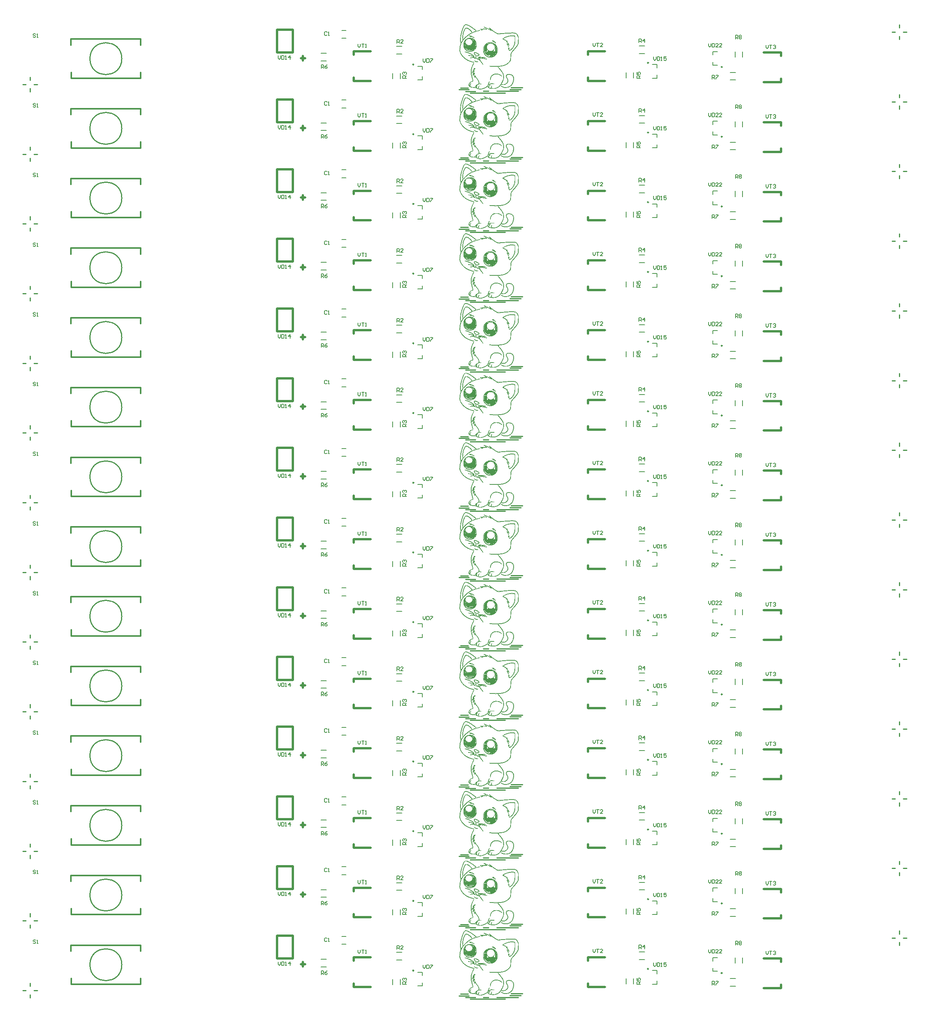
<source format=gto>
G04 Layer_Color=65535*
%FSLAX44Y44*%
%MOMM*%
G71*
G01*
G75*
%ADD27C,0.2540*%
%ADD28C,0.2500*%
%ADD29C,0.1000*%
%ADD30C,0.3000*%
%ADD31C,0.2000*%
%ADD32C,0.5000*%
%ADD33R,1.0419X0.6914*%
%ADD34R,1.1046X0.8614*%
%ADD35R,0.7162X0.6551*%
%ADD36R,0.9522X0.8304*%
%ADD37R,0.6384X0.1307*%
%ADD38R,0.6581X0.9680*%
%ADD39R,0.1075X0.1059*%
%ADD40R,0.1922X0.1434*%
%ADD41R,0.2069X0.1825*%
%ADD42R,0.2476X0.2150*%
%ADD43R,0.2020X0.2000*%
%ADD44R,0.1953X0.2185*%
%ADD45R,0.1542X0.3367*%
%ADD46R,0.0617X0.0874*%
%ADD47R,0.1542X0.4806*%
%ADD48R,0.2879X0.0977*%
%ADD49R,0.4755X0.1105*%
%ADD50R,0.2159X0.1002*%
%ADD51R,0.0874X0.0643*%
%ADD52R,0.6554X0.1414*%
%ADD53R,0.3341X0.1362*%
%ADD54R,0.0848X0.0848*%
%ADD55R,0.1182X0.0694*%
%ADD56R,0.3238X0.1799*%
%ADD57R,0.4009X0.1722*%
%ADD58R,0.5732X0.1465*%
%ADD59R,0.1953X0.1542*%
%ADD60R,0.1568X0.2339*%
%ADD61R,0.1182X0.4498*%
%ADD62R,0.1234X0.7145*%
%ADD63R,0.1259X0.5732*%
%ADD64R,0.3033X0.8944*%
%ADD65R,0.4241X0.1645*%
%ADD66R,0.7633X0.1799*%
%ADD67R,0.1816X0.2112*%
%ADD68R,0.1270X0.2791*%
%ADD69R,0.1063X0.4312*%
%ADD70R,0.1019X0.6187*%
%ADD71R,0.3871X0.3366*%
%ADD72R,0.0898X0.7350*%
%ADD73R,0.0799X0.9510*%
%ADD74R,0.1038X0.6789*%
%ADD75R,0.4404X1.3199*%
%ADD76R,0.0771X0.0982*%
%ADD77R,0.4334X0.1852*%
%ADD78R,0.1038X0.0814*%
%ADD79R,0.3745X0.1515*%
%ADD80R,0.1683X0.1066*%
%ADD81R,0.3801X0.1529*%
%ADD82R,0.2314X0.2202*%
%ADD83R,0.6228X0.2286*%
%ADD84R,0.4755X0.1445*%
%ADD85R,0.6228X0.1080*%
%ADD86R,0.5218X0.1290*%
%ADD87R,0.5428X0.1389*%
%ADD88R,0.5330X0.1683*%
%ADD89R,0.0358X0.0715*%
%ADD90R,0.1228X0.2683*%
%ADD91R,0.5471X0.3984*%
%ADD92R,0.0756X0.8187*%
%ADD93R,0.6839X1.0631*%
%ADD94R,0.1663X0.2210*%
%ADD95R,0.1688X0.2222*%
%ADD96R,0.1279X0.1999*%
%ADD97R,0.1415X0.1887*%
%ADD98R,0.2005X0.4567*%
%ADD99R,0.1028X0.0728*%
%ADD100R,0.1069X0.1729*%
%ADD101R,0.0477X0.0633*%
%ADD102R,0.1396X0.2492*%
%ADD103R,0.1477X0.3179*%
%ADD104R,0.0928X0.0623*%
%ADD105R,0.1030X0.0763*%
%ADD106R,0.1348X0.0598*%
%ADD107R,0.1996X0.0814*%
%ADD108R,0.2098X0.0598*%
%ADD109R,0.2289X0.0674*%
%ADD110R,0.4081X0.1755*%
%ADD111R,0.1603X0.1705*%
%ADD112R,0.3002X0.2671*%
%ADD113R,0.1282X0.2697*%
%ADD114R,0.0478X0.0650*%
%ADD115R,0.1550X0.1856*%
%ADD116R,0.1416X0.2984*%
%ADD117R,0.1875X0.4056*%
%ADD118R,0.2583X0.4668*%
%ADD119R,0.2927X0.7710*%
%ADD120R,0.0480X0.0539*%
%ADD121R,0.0910X0.0969*%
%ADD122R,0.1356X0.0910*%
%ADD123R,0.2125X0.1160*%
%ADD124R,0.1299X0.0678*%
%ADD125R,0.1836X0.1384*%
%ADD126R,0.2570X0.1638*%
%ADD127R,0.0367X0.2215*%
%ADD128R,0.0519X0.0684*%
%ADD129R,0.5051X0.2203*%
%ADD130R,0.0671X0.2849*%
%ADD131R,0.2621X0.6279*%
%ADD132R,0.1000X0.0456*%
%ADD133R,0.1405X0.1848*%
%ADD134R,0.1646X0.1215*%
%ADD135R,0.3102X0.2760*%
%ADD136R,0.4857X0.0512*%
%ADD137R,1.3941X0.2946*%
%ADD138R,0.1222X0.0749*%
%ADD139R,0.1350X0.3163*%
%ADD140R,0.0680X0.0512*%
%ADD141R,0.0660X0.0532*%
%ADD142R,0.2297X0.1540*%
%ADD143R,0.1489X0.1338*%
%ADD144R,0.1666X0.2247*%
%ADD145R,0.3383X0.2297*%
%ADD146R,0.0555X0.1060*%
%ADD147R,0.0858X0.2045*%
%ADD148R,0.1085X0.1161*%
%ADD149R,0.1388X0.1363*%
%ADD150R,0.1666X0.2348*%
%ADD151R,0.4566X0.4277*%
%ADD152R,0.1936X0.5146*%
%ADD153R,0.5564X0.4123*%
%ADD154R,0.0915X0.6424*%
%ADD155R,0.3512X0.9650*%
D27*
X271750Y76500D02*
G03*
X271750Y76500I-35000J0D01*
G01*
X1036799Y1177D02*
X1113687D01*
X1095215Y5124D02*
X1142894D01*
X1065691D02*
X1077374D01*
X1026695Y4966D02*
X1048482D01*
X1124107Y9229D02*
X1148420D01*
X1012644Y8439D02*
X1034273D01*
X1126979Y12950D02*
X1151774D01*
X1015588Y12212D02*
X1032742D01*
X70000Y29000D02*
Y36000D01*
X79000Y20000D02*
X86000D01*
X54000D02*
X61000D01*
X70000Y4000D02*
Y11000D01*
X1980000Y144000D02*
Y151000D01*
X1964000Y135000D02*
X1971000D01*
X1989000D02*
X1996000D01*
X1980000Y119000D02*
Y126000D01*
X271750Y229500D02*
G03*
X271750Y229500I-35000J0D01*
G01*
X1036799Y154177D02*
X1113687D01*
X1095215Y158124D02*
X1142894D01*
X1065691D02*
X1077374D01*
X1026695Y157966D02*
X1048482D01*
X1124107Y162229D02*
X1148420D01*
X1012644Y161439D02*
X1034273D01*
X1126979Y165950D02*
X1151774D01*
X1015588Y165212D02*
X1032742D01*
X70000Y182000D02*
Y189000D01*
X79000Y173000D02*
X86000D01*
X54000D02*
X61000D01*
X70000Y157000D02*
Y164000D01*
X1980000Y297000D02*
Y304000D01*
X1964000Y288000D02*
X1971000D01*
X1989000D02*
X1996000D01*
X1980000Y272000D02*
Y279000D01*
X271750Y382500D02*
G03*
X271750Y382500I-35000J0D01*
G01*
X1036799Y307177D02*
X1113687D01*
X1095215Y311124D02*
X1142894D01*
X1065691D02*
X1077374D01*
X1026695Y310966D02*
X1048482D01*
X1124107Y315229D02*
X1148420D01*
X1012644Y314440D02*
X1034273D01*
X1126979Y318950D02*
X1151774D01*
X1015588Y318212D02*
X1032742D01*
X70000Y335000D02*
Y342000D01*
X79000Y326000D02*
X86000D01*
X54000D02*
X61000D01*
X70000Y310000D02*
Y317000D01*
X1980000Y450000D02*
Y457000D01*
X1964000Y441000D02*
X1971000D01*
X1989000D02*
X1996000D01*
X1980000Y425000D02*
Y432000D01*
X271750Y535500D02*
G03*
X271750Y535500I-35000J0D01*
G01*
X1036799Y460177D02*
X1113687D01*
X1095215Y464124D02*
X1142894D01*
X1065691D02*
X1077374D01*
X1026695Y463966D02*
X1048482D01*
X1124107Y468229D02*
X1148420D01*
X1012644Y467439D02*
X1034273D01*
X1126979Y471950D02*
X1151774D01*
X1015588Y471212D02*
X1032742D01*
X70000Y488000D02*
Y495000D01*
X79000Y479000D02*
X86000D01*
X54000D02*
X61000D01*
X70000Y463000D02*
Y470000D01*
X1980000Y603000D02*
Y610000D01*
X1964000Y594000D02*
X1971000D01*
X1989000D02*
X1996000D01*
X1980000Y578000D02*
Y585000D01*
X271750Y688500D02*
G03*
X271750Y688500I-35000J0D01*
G01*
X1036799Y613177D02*
X1113687D01*
X1095215Y617124D02*
X1142894D01*
X1065691D02*
X1077374D01*
X1026695Y616966D02*
X1048482D01*
X1124107Y621229D02*
X1148420D01*
X1012644Y620439D02*
X1034273D01*
X1126979Y624950D02*
X1151774D01*
X1015588Y624212D02*
X1032742D01*
X70000Y641000D02*
Y648000D01*
X79000Y632000D02*
X86000D01*
X54000D02*
X61000D01*
X70000Y616000D02*
Y623000D01*
X1980000Y756000D02*
Y763000D01*
X1964000Y747000D02*
X1971000D01*
X1989000D02*
X1996000D01*
X1980000Y731000D02*
Y738000D01*
X271750Y841500D02*
G03*
X271750Y841500I-35000J0D01*
G01*
X1036799Y766177D02*
X1113687D01*
X1095215Y770124D02*
X1142894D01*
X1065691D02*
X1077374D01*
X1026695Y769966D02*
X1048482D01*
X1124107Y774229D02*
X1148420D01*
X1012644Y773439D02*
X1034273D01*
X1126979Y777951D02*
X1151774D01*
X1015588Y777212D02*
X1032742D01*
X70000Y794000D02*
Y801000D01*
X79000Y785000D02*
X86000D01*
X54000D02*
X61000D01*
X70000Y769000D02*
Y776000D01*
X1980000Y909000D02*
Y916000D01*
X1964000Y900000D02*
X1971000D01*
X1989000D02*
X1996000D01*
X1980000Y884000D02*
Y891000D01*
X271750Y994500D02*
G03*
X271750Y994500I-35000J0D01*
G01*
X1036799Y919177D02*
X1113687D01*
X1095215Y923124D02*
X1142894D01*
X1065691D02*
X1077374D01*
X1026695Y922966D02*
X1048482D01*
X1124107Y927229D02*
X1148420D01*
X1012644Y926440D02*
X1034273D01*
X1126979Y930950D02*
X1151774D01*
X1015588Y930212D02*
X1032742D01*
X70000Y947000D02*
Y954000D01*
X79000Y938000D02*
X86000D01*
X54000D02*
X61000D01*
X70000Y922000D02*
Y929000D01*
X1980000Y1062000D02*
Y1069000D01*
X1964000Y1053000D02*
X1971000D01*
X1989000D02*
X1996000D01*
X1980000Y1037000D02*
Y1044000D01*
X271750Y1147500D02*
G03*
X271750Y1147500I-35000J0D01*
G01*
X1036799Y1072177D02*
X1113687D01*
X1095215Y1076124D02*
X1142894D01*
X1065691D02*
X1077374D01*
X1026695Y1075966D02*
X1048482D01*
X1124107Y1080229D02*
X1148420D01*
X1012644Y1079440D02*
X1034273D01*
X1126979Y1083951D02*
X1151774D01*
X1015588Y1083212D02*
X1032742D01*
X70000Y1100000D02*
Y1107000D01*
X79000Y1091000D02*
X86000D01*
X54000D02*
X61000D01*
X70000Y1075000D02*
Y1082000D01*
X1980000Y1215000D02*
Y1222000D01*
X1964000Y1206000D02*
X1971000D01*
X1989000D02*
X1996000D01*
X1980000Y1190000D02*
Y1197000D01*
X271750Y1300500D02*
G03*
X271750Y1300500I-35000J0D01*
G01*
X1036799Y1225177D02*
X1113687D01*
X1095215Y1229124D02*
X1142894D01*
X1065691D02*
X1077374D01*
X1026695Y1228966D02*
X1048482D01*
X1124107Y1233229D02*
X1148420D01*
X1012644Y1232440D02*
X1034273D01*
X1126979Y1236951D02*
X1151774D01*
X1015588Y1236212D02*
X1032742D01*
X70000Y1253000D02*
Y1260000D01*
X79000Y1244000D02*
X86000D01*
X54000D02*
X61000D01*
X70000Y1228000D02*
Y1235000D01*
X1980000Y1368000D02*
Y1375000D01*
X1964000Y1359000D02*
X1971000D01*
X1989000D02*
X1996000D01*
X1980000Y1343000D02*
Y1350000D01*
X271750Y1453500D02*
G03*
X271750Y1453500I-35000J0D01*
G01*
X1036799Y1378177D02*
X1113687D01*
X1095215Y1382124D02*
X1142894D01*
X1065691D02*
X1077374D01*
X1026695Y1381966D02*
X1048482D01*
X1124107Y1386229D02*
X1148420D01*
X1012644Y1385440D02*
X1034273D01*
X1126979Y1389951D02*
X1151774D01*
X1015588Y1389212D02*
X1032742D01*
X70000Y1406000D02*
Y1413000D01*
X79000Y1397000D02*
X86000D01*
X54000D02*
X61000D01*
X70000Y1381000D02*
Y1388000D01*
X1980000Y1521000D02*
Y1528000D01*
X1964000Y1512000D02*
X1971000D01*
X1989000D02*
X1996000D01*
X1980000Y1496000D02*
Y1503000D01*
X271750Y1606500D02*
G03*
X271750Y1606500I-35000J0D01*
G01*
X1036799Y1531177D02*
X1113687D01*
X1095215Y1535124D02*
X1142894D01*
X1065691D02*
X1077374D01*
X1026695Y1534966D02*
X1048482D01*
X1124107Y1539229D02*
X1148420D01*
X1012644Y1538440D02*
X1034273D01*
X1126979Y1542951D02*
X1151774D01*
X1015588Y1542212D02*
X1032742D01*
X70000Y1559000D02*
Y1566000D01*
X79000Y1550000D02*
X86000D01*
X54000D02*
X61000D01*
X70000Y1534000D02*
Y1541000D01*
X1980000Y1674000D02*
Y1681000D01*
X1964000Y1665000D02*
X1971000D01*
X1989000D02*
X1996000D01*
X1980000Y1649000D02*
Y1656000D01*
X271750Y1759500D02*
G03*
X271750Y1759500I-35000J0D01*
G01*
X1036799Y1684177D02*
X1113687D01*
X1095215Y1688124D02*
X1142894D01*
X1065691D02*
X1077374D01*
X1026695Y1687966D02*
X1048482D01*
X1124107Y1692229D02*
X1148420D01*
X1012644Y1691440D02*
X1034273D01*
X1126979Y1695951D02*
X1151774D01*
X1015588Y1695212D02*
X1032742D01*
X70000Y1712000D02*
Y1719000D01*
X79000Y1703000D02*
X86000D01*
X54000D02*
X61000D01*
X70000Y1687000D02*
Y1694000D01*
X1980000Y1827000D02*
Y1834000D01*
X1964000Y1818000D02*
X1971000D01*
X1989000D02*
X1996000D01*
X1980000Y1802000D02*
Y1809000D01*
X271750Y1912500D02*
G03*
X271750Y1912500I-35000J0D01*
G01*
X1036799Y1837177D02*
X1113687D01*
X1095215Y1841124D02*
X1142894D01*
X1065691D02*
X1077374D01*
X1026695Y1840966D02*
X1048482D01*
X1124107Y1845229D02*
X1148420D01*
X1012644Y1844440D02*
X1034273D01*
X1126979Y1848951D02*
X1151774D01*
X1015588Y1848212D02*
X1032742D01*
X70000Y1865000D02*
Y1872000D01*
X79000Y1856000D02*
X86000D01*
X54000D02*
X61000D01*
X70000Y1840000D02*
Y1847000D01*
X1980000Y1980000D02*
Y1987000D01*
X1964000Y1971000D02*
X1971000D01*
X1989000D02*
X1996000D01*
X1980000Y1955000D02*
Y1962000D01*
X271750Y2065500D02*
G03*
X271750Y2065500I-35000J0D01*
G01*
X1036799Y1990177D02*
X1113687D01*
X1095215Y1994124D02*
X1142894D01*
X1065691D02*
X1077374D01*
X1026695Y1993966D02*
X1048482D01*
X1124107Y1998229D02*
X1148420D01*
X1012644Y1997440D02*
X1034273D01*
X1126979Y2001951D02*
X1151774D01*
X1015588Y2001212D02*
X1032742D01*
X70000Y2018000D02*
Y2025000D01*
X79000Y2009000D02*
X86000D01*
X54000D02*
X61000D01*
X70000Y1993000D02*
Y2000000D01*
X1980000Y2133000D02*
Y2140000D01*
X1964000Y2124000D02*
X1971000D01*
X1989000D02*
X1996000D01*
X1980000Y2108000D02*
Y2115000D01*
D28*
X913500Y63750D02*
G03*
X913500Y63750I-1250J0D01*
G01*
X1429250Y67500D02*
G03*
X1429250Y67500I-1250J0D01*
G01*
X1591250Y58250D02*
G03*
X1591250Y58250I-1250J0D01*
G01*
X913500Y216750D02*
G03*
X913500Y216750I-1250J0D01*
G01*
X1429250Y220500D02*
G03*
X1429250Y220500I-1250J0D01*
G01*
X1591250Y211250D02*
G03*
X1591250Y211250I-1250J0D01*
G01*
X913500Y369750D02*
G03*
X913500Y369750I-1250J0D01*
G01*
X1429250Y373500D02*
G03*
X1429250Y373500I-1250J0D01*
G01*
X1591250Y364250D02*
G03*
X1591250Y364250I-1250J0D01*
G01*
X913500Y522750D02*
G03*
X913500Y522750I-1250J0D01*
G01*
X1429250Y526500D02*
G03*
X1429250Y526500I-1250J0D01*
G01*
X1591250Y517250D02*
G03*
X1591250Y517250I-1250J0D01*
G01*
X913500Y675750D02*
G03*
X913500Y675750I-1250J0D01*
G01*
X1429250Y679500D02*
G03*
X1429250Y679500I-1250J0D01*
G01*
X1591250Y670250D02*
G03*
X1591250Y670250I-1250J0D01*
G01*
X913500Y828750D02*
G03*
X913500Y828750I-1250J0D01*
G01*
X1429250Y832500D02*
G03*
X1429250Y832500I-1250J0D01*
G01*
X1591250Y823250D02*
G03*
X1591250Y823250I-1250J0D01*
G01*
X913500Y981750D02*
G03*
X913500Y981750I-1250J0D01*
G01*
X1429250Y985500D02*
G03*
X1429250Y985500I-1250J0D01*
G01*
X1591250Y976250D02*
G03*
X1591250Y976250I-1250J0D01*
G01*
X913500Y1134750D02*
G03*
X913500Y1134750I-1250J0D01*
G01*
X1429250Y1138500D02*
G03*
X1429250Y1138500I-1250J0D01*
G01*
X1591250Y1129250D02*
G03*
X1591250Y1129250I-1250J0D01*
G01*
X913500Y1287750D02*
G03*
X913500Y1287750I-1250J0D01*
G01*
X1429250Y1291500D02*
G03*
X1429250Y1291500I-1250J0D01*
G01*
X1591250Y1282250D02*
G03*
X1591250Y1282250I-1250J0D01*
G01*
X913500Y1440750D02*
G03*
X913500Y1440750I-1250J0D01*
G01*
X1429250Y1444500D02*
G03*
X1429250Y1444500I-1250J0D01*
G01*
X1591250Y1435250D02*
G03*
X1591250Y1435250I-1250J0D01*
G01*
X913500Y1593750D02*
G03*
X913500Y1593750I-1250J0D01*
G01*
X1429250Y1597500D02*
G03*
X1429250Y1597500I-1250J0D01*
G01*
X1591250Y1588250D02*
G03*
X1591250Y1588250I-1250J0D01*
G01*
X913500Y1746750D02*
G03*
X913500Y1746750I-1250J0D01*
G01*
X1429250Y1750500D02*
G03*
X1429250Y1750500I-1250J0D01*
G01*
X1591250Y1741250D02*
G03*
X1591250Y1741250I-1250J0D01*
G01*
X913500Y1899750D02*
G03*
X913500Y1899750I-1250J0D01*
G01*
X1429250Y1903500D02*
G03*
X1429250Y1903500I-1250J0D01*
G01*
X1591250Y1894250D02*
G03*
X1591250Y1894250I-1250J0D01*
G01*
X913500Y2052750D02*
G03*
X913500Y2052750I-1250J0D01*
G01*
X1429250Y2056500D02*
G03*
X1429250Y2056500I-1250J0D01*
G01*
X1591250Y2047250D02*
G03*
X1591250Y2047250I-1250J0D01*
G01*
D29*
X1092055Y90727D02*
G03*
X1091505Y91369I-4908J-3654D01*
G01*
X1060478Y20976D02*
G03*
X1060197Y20861I185J-852D01*
G01*
X1060834Y21014D02*
G03*
X1060478Y20976I-6J-1647D01*
G01*
X1061157Y20976D02*
G03*
X1060834Y21014I-329J-1413D01*
G01*
X1061323Y20857D02*
G03*
X1061157Y20976I-226J-140D01*
G01*
X1061296Y20703D02*
G03*
X1061323Y20857I-72J92D01*
G01*
X1061051Y20580D02*
G03*
X1061296Y20703I-183J669D01*
G01*
X1060682Y20530D02*
G03*
X1061051Y20580I1J1398D01*
G01*
X1060330Y20585D02*
G03*
X1060682Y20530I352J1110D01*
G01*
X1060142Y20653D02*
G03*
X1060330Y20585I916J2227D01*
G01*
X1060079Y20713D02*
G03*
X1060142Y20653I109J53D01*
G01*
X1060090Y20777D02*
G03*
X1060079Y20713I39J-40D01*
G01*
X1060197Y20861D02*
G03*
X1060090Y20777I347J-549D01*
G01*
X1042317Y26892D02*
G03*
X1041951Y26796I2817J-11554D01*
G01*
X1042682Y26974D02*
G03*
X1042317Y26892I2319J-11096D01*
G01*
X1042999Y27035D02*
G03*
X1042682Y26974I1748J-9944D01*
G01*
X1043189Y27055D02*
G03*
X1042999Y27035I47J-1370D01*
G01*
X1043386Y27056D02*
G03*
X1043189Y27055I-87J-3202D01*
G01*
X1043432Y27023D02*
G03*
X1043386Y27056I-48J-19D01*
G01*
X1043421Y26965D02*
G03*
X1043432Y27023I-40J38D01*
G01*
X1043278Y26824D02*
G03*
X1043421Y26965I-2377J2543D01*
G01*
X1042717Y26482D02*
G03*
X1043278Y26824I-545J1526D01*
G01*
X1041829Y26241D02*
G03*
X1042717Y26482I-1087J5767D01*
G01*
X1041008Y26150D02*
G03*
X1041829Y26241I-186J5437D01*
G01*
X1040795Y26356D02*
G03*
X1041008Y26150I206J0D01*
G01*
X1040805Y26425D02*
G03*
X1040795Y26356I229J-69D01*
G01*
X1040834Y26484D02*
G03*
X1040805Y26425I162J-116D01*
G01*
X1040878Y26525D02*
G03*
X1040835Y26484I87J-135D01*
G01*
X1040929Y26542D02*
G03*
X1040878Y26525I6J-105D01*
G01*
X1040929Y26542D02*
G03*
X1041017Y26555I-30J512D01*
G01*
X1041017Y26555D02*
G03*
X1041284Y26620I-6244J26198D01*
G01*
D02*
G03*
X1041601Y26701I-5134J20611D01*
G01*
X1041601Y26701D02*
G03*
X1041951Y26796I-8252J31075D01*
G01*
X1046647Y39540D02*
G03*
X1046599Y39227I9708J-1651D01*
G01*
X1046698Y39794D02*
G03*
X1046647Y39540I4252J-985D01*
G01*
X1046746Y39985D02*
G03*
X1046698Y39794I4359J-1212D01*
G01*
X1046776Y39992D02*
G03*
X1046746Y39985I-13J-13D01*
G01*
X1046897Y39764D02*
G03*
X1046776Y39992I-433J-83D01*
G01*
X1047304Y37627D02*
G03*
X1046897Y39764I-487571J-91690D01*
G01*
X1047709Y35454D02*
G03*
X1047304Y37627I-717794J-132742D01*
G01*
X1047660Y35295D02*
G03*
X1047709Y35454I-127J127D01*
G01*
X1047487Y35296D02*
G03*
X1047660Y35295I87J84D01*
G01*
X1047173Y35672D02*
G03*
X1047487Y35296I2781J2008D01*
G01*
X1046866Y36171D02*
G03*
X1047173Y35672I3519J1820D01*
G01*
X1046667Y36669D02*
G03*
X1046866Y36171I2644J768D01*
G01*
X1046546Y37218D02*
G03*
X1046667Y36669I4302J664D01*
G01*
X1046495Y37784D02*
G03*
X1046546Y37218I4501J121D01*
G01*
X1046512Y38428D02*
G03*
X1046495Y37784I6016J-483D01*
G01*
X1046599Y39227D02*
G03*
X1046512Y38428I14162J-1941D01*
G01*
X1091759Y43030D02*
G03*
X1090496Y42868I149J-6187D01*
G01*
X1094277Y43050D02*
G03*
X1091759Y43030I-638J-78290D01*
G01*
X1096822Y42982D02*
G03*
X1094277Y43050I-3110J-69234D01*
G01*
X1098457Y42804D02*
G03*
X1096822Y42982I-2213J-12692D01*
G01*
X1100657Y42281D02*
G03*
X1098457Y42804I-5402J-17841D01*
G01*
X1102474Y41542D02*
G03*
X1100657Y42281I-4895J-9426D01*
G01*
X1104153Y40467D02*
G03*
X1102474Y41542I-6770J-8729D01*
G01*
X1105936Y38920D02*
G03*
X1104153Y40467I-14995J-15488D01*
G01*
X1107054Y37835D02*
G03*
X1105936Y38920I-437236J-449377D01*
G01*
X1107207Y37652D02*
G03*
X1107054Y37835I-956J-642D01*
G01*
X1107177Y37622D02*
G03*
X1107207Y37652I12J18D01*
G01*
X1106492Y38093D02*
G03*
X1107177Y37622I34873J50031D01*
G01*
X1106492Y38093D02*
G03*
X1103449Y40155I-79608J-114211D01*
G01*
D02*
G03*
X1101694Y41142I-7936J-12052D01*
G01*
Y41142D02*
G03*
X1100080Y41725I-3821J-8061D01*
G01*
Y41725D02*
G03*
X1097812Y42207I-7140J-27965D01*
G01*
D02*
G03*
X1094303Y42493I-3361J-19625D01*
G01*
D02*
G03*
X1091073Y42105I108J-14561D01*
G01*
X1091073Y42105D02*
G03*
X1088205Y41053I2915J-12377D01*
G01*
X1088205Y41052D02*
G03*
X1085765Y39370I5133J-10051D01*
G01*
D02*
G03*
X1084486Y38019I8064J-8911D01*
G01*
D02*
G03*
X1083584Y36619I6034J-4883D01*
G01*
D02*
G03*
X1082890Y34865I9493J-4766D01*
G01*
D02*
G03*
X1082246Y32361I34843J-10304D01*
G01*
X1082026Y31412D02*
G03*
X1082246Y32361I-43052J10461D01*
G01*
X1081795Y30512D02*
G03*
X1082026Y31412I-35445J9569D01*
G01*
X1081582Y29754D02*
G03*
X1081795Y30512I-32946J9710D01*
G01*
X1081441Y29379D02*
G03*
X1081582Y29754I-2518J1159D01*
G01*
X1081259Y29008D02*
G03*
X1081441Y29379I-7176J3757D01*
G01*
X1081204Y29015D02*
G03*
X1081259Y29008I29J7D01*
G01*
X1081188Y29198D02*
G03*
X1081204Y29015I621J-41D01*
G01*
X1081255Y30171D02*
G03*
X1081188Y29198I179874J-12764D01*
G01*
X1081701Y33391D02*
G03*
X1081255Y30171I23848J-4943D01*
G01*
X1082550Y36026D02*
G03*
X1081701Y33391I11818J-5261D01*
G01*
X1083855Y38213D02*
G03*
X1082550Y36026I8464J-6536D01*
G01*
X1085668Y40085D02*
G03*
X1083855Y38213I7433J-9012D01*
G01*
X1086817Y40939D02*
G03*
X1085668Y40085I7871J-11790D01*
G01*
X1088223Y41812D02*
G03*
X1086817Y40939I12573J-21811D01*
G01*
X1089580Y42539D02*
G03*
X1088223Y41812I10904J-21999D01*
G01*
X1090496Y42868D02*
G03*
X1089580Y42539I966J-4127D01*
G01*
X1046697Y45491D02*
G03*
X1046499Y45188I5010J-3497D01*
G01*
X1046829Y45620D02*
G03*
X1046697Y45491I272J-409D01*
G01*
X1046935Y45629D02*
G03*
X1046829Y45620I-44J-102D01*
G01*
X1047035Y45544D02*
G03*
X1046935Y45629I-191J-124D01*
G01*
X1047133Y45193D02*
G03*
X1047035Y45544I-615J16D01*
G01*
X1047085Y44122D02*
G03*
X1047133Y45193I-27440J1784D01*
G01*
X1046986Y43063D02*
G03*
X1047085Y44122I-18612J2276D01*
G01*
X1046833Y42447D02*
G03*
X1046986Y43063I-2463J935D01*
G01*
X1046577Y42447D02*
G03*
X1046309Y43208I-41713J-14259D01*
G01*
D02*
G03*
X1046197Y43324I-186J-67D01*
G01*
Y43324D02*
G03*
X1046078Y43282I-36J-89D01*
G01*
X1046078D02*
G03*
X1045799Y42762I12241J-6909D01*
G01*
X1045799D02*
G03*
X1045616Y42369I5224J-2666D01*
G01*
X1045616D02*
G03*
X1045374Y41773I24970J-10496D01*
G01*
X1045374Y41773D02*
G03*
X1045120Y41103I28205J-11076D01*
G01*
Y41103D02*
G03*
X1044891Y40451I24643J-9011D01*
G01*
X1044345Y39018D02*
G03*
X1044891Y40451I-17713J7568D01*
G01*
X1043990Y38927D02*
G03*
X1044345Y39018I142J182D01*
G01*
X1043721Y39443D02*
G03*
X1043990Y38927I701J37D01*
G01*
X1043658Y41414D02*
G03*
X1043721Y39443I46380J503D01*
G01*
X1043674Y42562D02*
G03*
X1043658Y41414I23043J-898D01*
G01*
X1043795Y43087D02*
G03*
X1043674Y42562I1318J-581D01*
G01*
X1043946Y43078D02*
G03*
X1043795Y43087I-77J-23D01*
G01*
X1044095Y42406D02*
G03*
X1043946Y43078I-4549J-657D01*
G01*
X1044095Y42406D02*
G03*
X1044151Y42065I9324J1346D01*
G01*
X1044151D02*
G03*
X1044217Y41741I7746J1410D01*
G01*
X1044217D02*
G03*
X1044284Y41469I7025J1586D01*
G01*
D02*
G03*
X1044338Y41333I621J166D01*
G01*
D02*
G03*
X1044429Y41325I48J26D01*
G01*
D02*
G03*
X1044655Y41651I-3530J2697D01*
G01*
X1044655D02*
G03*
X1044945Y42154I-6099J3851D01*
G01*
X1044945D02*
G03*
X1045292Y42844I-19694J10322D01*
G01*
X1045639Y43554D02*
G03*
X1045292Y42844I52320J-26019D01*
G01*
X1045991Y44249D02*
G03*
X1045639Y43554I49345J-25411D01*
G01*
X1046303Y44846D02*
G03*
X1045991Y44249I43998J-23417D01*
G01*
X1046499Y45188D02*
G03*
X1046303Y44846I5504J-3376D01*
G01*
X1044556Y46111D02*
G03*
X1044434Y45903I1947J-1279D01*
G01*
X1044690Y46287D02*
G03*
X1044556Y46111I1233J-1074D01*
G01*
X1044816Y46413D02*
G03*
X1044690Y46287I810J-941D01*
G01*
X1044909Y46448D02*
G03*
X1044816Y46413I-0J-141D01*
G01*
X1045016Y46342D02*
G03*
X1044909Y46448I-108J-2D01*
G01*
X1044984Y45999D02*
G03*
X1045016Y46342I-1476J313D01*
G01*
X1044835Y45492D02*
G03*
X1044984Y45999I-3280J1235D01*
G01*
X1044571Y44857D02*
G03*
X1044835Y45492I-8977J4114D01*
G01*
X1044213Y45048D02*
G03*
X1044217Y44791I1331J-106D01*
G01*
X1044254Y45352D02*
G03*
X1044213Y45048I2646J-518D01*
G01*
X1044331Y45653D02*
G03*
X1044254Y45352I2625J-830D01*
G01*
X1044434Y45903D02*
G03*
X1044331Y45653I1406J-727D01*
G01*
X1044872Y50726D02*
G03*
X1044483Y50442I708J-1381D01*
G01*
X1044990Y50627D02*
G03*
X1044872Y50726I-80J24D01*
G01*
X1044721Y50023D02*
G03*
X1044990Y50627I-2178J1334D01*
G01*
X1044046Y48976D02*
G03*
X1044721Y50023I-22518J15252D01*
G01*
X1044046Y48976D02*
G03*
X1043140Y47632I360711J-244300D01*
G01*
D02*
G03*
X1042891Y47228I4839J-3251D01*
G01*
Y47228D02*
G03*
X1042850Y47057I283J-158D01*
G01*
D02*
G03*
X1042930Y46981I79J3D01*
G01*
D02*
G03*
X1043055Y47025I0J202D01*
G01*
D02*
G03*
X1043473Y47364I-14998J18879D01*
G01*
Y47364D02*
G03*
X1043960Y47786I-10211J12280D01*
G01*
Y47786D02*
G03*
X1044500Y48286I-18173J20144D01*
G01*
X1045053Y48802D02*
G03*
X1044500Y48286I21957J-24146D01*
G01*
X1045584Y49271D02*
G03*
X1045053Y48802I16323J-19004D01*
G01*
X1046040Y49652D02*
G03*
X1045584Y49271I15608J-19082D01*
G01*
X1046266Y49804D02*
G03*
X1046040Y49653I664J-1241D01*
G01*
X1046501Y49918D02*
G03*
X1046266Y49804I1301J-2982D01*
G01*
X1046600Y49913D02*
G03*
X1046501Y49918I-54J-96D01*
G01*
X1046652Y49831D02*
G03*
X1046600Y49913I-104J-9D01*
G01*
X1046663Y49579D02*
G03*
X1046652Y49831I-2902J0D01*
G01*
X1046517Y49012D02*
G03*
X1046663Y49579I-1028J567D01*
G01*
X1046052Y48333D02*
G03*
X1046517Y49012I-3289J2749D01*
G01*
X1045482Y47769D02*
G03*
X1046052Y48333I-2662J3265D01*
G01*
X1045005Y47595D02*
G03*
X1045482Y47769I-13J776D01*
G01*
X1045005Y47595D02*
G03*
X1044694Y47515I12J-688D01*
G01*
D02*
G03*
X1044298Y47262I1377J-2596D01*
G01*
D02*
G03*
X1043772Y46820I3985J-5266D01*
G01*
X1043772Y46820D02*
G03*
X1043016Y46090I23225J-24836D01*
G01*
X1042305Y45402D02*
G03*
X1043016Y46090I-24229J25759D01*
G01*
X1041819Y44988D02*
G03*
X1042305Y45402I-3982J5164D01*
G01*
X1041481Y44762D02*
G03*
X1041819Y44988I-1483J2588D01*
G01*
X1041322Y44783D02*
G03*
X1041481Y44762I93J93D01*
G01*
X1041246Y45265D02*
G03*
X1041322Y44783I368J-190D01*
G01*
X1042336Y47296D02*
G03*
X1041246Y45265I59068J-32999D01*
G01*
X1043514Y49247D02*
G03*
X1042336Y47296I28221J-18374D01*
G01*
X1044483Y50442D02*
G03*
X1043514Y49247I5236J-5236D01*
G01*
X1045952Y53379D02*
G03*
X1045832Y53514I-136J0D01*
G01*
D02*
G03*
X1045619Y53439I-31J-255D01*
G01*
X1045619D02*
G03*
X1045273Y52997I1715J-1694D01*
G01*
D02*
G03*
X1044900Y52315I7311J-4442D01*
G01*
D02*
G03*
X1044824Y52127I1334J-653D01*
G01*
X1044824D02*
G03*
X1044858Y52098I23J-8D01*
G01*
X1044858Y52098D02*
G03*
X1044984Y52192I-239J454D01*
G01*
X1044984Y52192D02*
G03*
X1045317Y52534I-19062J18869D01*
G01*
X1045317Y52534D02*
G03*
X1045560Y52802I-5195J4962D01*
G01*
D02*
G03*
X1045765Y53057I-3642J3144D01*
G01*
Y53057D02*
G03*
X1045920Y53275I-3817J2867D01*
G01*
Y53275D02*
G03*
X1045952Y53379I-155J104D01*
G01*
X1046117Y54953D02*
G03*
X1045734Y54493I14697J-12638D01*
G01*
X1046466Y55340D02*
G03*
X1046117Y54953I8160J-7705D01*
G01*
X1046768Y55652D02*
G03*
X1046466Y55340I11694J-11638D01*
G01*
X1046867Y55693D02*
G03*
X1046768Y55652I0J-139D01*
G01*
X1046934Y55610D02*
G03*
X1046867Y55693I-67J14D01*
G01*
X1046847Y55355D02*
G03*
X1046934Y55610I-1049J501D01*
G01*
X1046676Y55069D02*
G03*
X1046847Y55355I-1433J1051D01*
G01*
X1046485Y54893D02*
G03*
X1046676Y55069I-358J579D01*
G01*
X1046485Y54893D02*
G03*
X1046405Y54828I212J-343D01*
G01*
D02*
G03*
X1046306Y54715I1227J-1165D01*
G01*
D02*
G03*
X1046208Y54579I1522J-1209D01*
G01*
D02*
G03*
X1046124Y54439I1458J-966D01*
G01*
X1046124D02*
G03*
X1046086Y54191I331J-177D01*
G01*
X1046086D02*
G03*
X1046222Y54110I104J20D01*
G01*
D02*
G03*
X1046631Y54317I-450J1402D01*
G01*
D02*
G03*
X1047263Y54804I-6917J9622D01*
G01*
X1047604Y55076D02*
G03*
X1047263Y54804I7933J-10286D01*
G01*
X1047917Y55306D02*
G03*
X1047604Y55076I4662J-6680D01*
G01*
X1048184Y55486D02*
G03*
X1047917Y55306I5429J-8342D01*
G01*
X1048282Y55515D02*
G03*
X1048184Y55486I0J-180D01*
G01*
X1048494Y55139D02*
G03*
X1048282Y55515I-212J129D01*
G01*
X1047343Y53412D02*
G03*
X1048494Y55139I-20382J14822D01*
G01*
X1045965Y51667D02*
G03*
X1047343Y53412I-21084J18080D01*
G01*
X1045093Y51130D02*
G03*
X1045965Y51667I-406J1633D01*
G01*
X1045093Y51130D02*
G03*
X1044877Y51060I389J-1567D01*
G01*
X1044877Y51060D02*
G03*
X1044618Y50944I1459J-3605D01*
G01*
Y50943D02*
G03*
X1044359Y50804I1797J-3650D01*
G01*
Y50804D02*
G03*
X1044142Y50661I1257J-2146D01*
G01*
X1043797Y50476D02*
G03*
X1044142Y50661I-488J1317D01*
G01*
X1043452Y50420D02*
G03*
X1043797Y50476I32J902D01*
G01*
X1043205Y50505D02*
G03*
X1043452Y50420I262J362D01*
G01*
X1043107Y50698D02*
G03*
X1043205Y50505I238J0D01*
G01*
X1043195Y50986D02*
G03*
X1043107Y50698I430J-289D01*
G01*
X1043985Y52146D02*
G03*
X1043195Y50986I79007J-54688D01*
G01*
X1044861Y53367D02*
G03*
X1043985Y52146I35492J-26394D01*
G01*
X1045734Y54493D02*
G03*
X1044861Y53367I27807J-22454D01*
G01*
X1098170Y58463D02*
G03*
X1098047Y58313I31J-150D01*
G01*
X1098416Y58416D02*
G03*
X1098170Y58463I-180J-274D01*
G01*
X1098903Y58029D02*
G03*
X1098416Y58416I-2383J-2497D01*
G01*
X1099760Y57186D02*
G03*
X1098903Y58029I-28840J-28468D01*
G01*
X1102339Y54359D02*
G03*
X1099760Y57186I-37119J-31268D01*
G01*
X1105240Y50753D02*
G03*
X1102339Y54359I-81805J-62860D01*
G01*
X1107830Y47234D02*
G03*
X1105240Y50753I-85568J-60243D01*
G01*
X1109173Y44936D02*
G03*
X1107830Y47234I-14256J-6793D01*
G01*
X1110065Y42696D02*
G03*
X1109173Y44936I-17468J-5659D01*
G01*
X1110656Y40357D02*
G03*
X1110065Y42696I-18083J-3327D01*
G01*
X1110955Y37863D02*
G03*
X1110656Y40357I-20011J-1134D01*
G01*
X1110972Y35157D02*
G03*
X1110955Y37863I-26945J1181D01*
G01*
X1110688Y32443D02*
G03*
X1110972Y35157I-22277J3704D01*
G01*
X1110084Y29907D02*
G03*
X1110688Y32443I-17950J5620D01*
G01*
X1109061Y27225D02*
G03*
X1110084Y29907I-21454J9719D01*
G01*
X1107493Y24045D02*
G03*
X1109061Y27225I-47933J25606D01*
G01*
X1107493Y24045D02*
G03*
X1106295Y21783I321733J-171867D01*
G01*
X1106295Y21783D02*
G03*
X1106047Y21170I2952J-1551D01*
G01*
X1106047D02*
G03*
X1106104Y20813I405J-119D01*
G01*
X1106104Y20813D02*
G03*
X1106450Y20483I947J647D01*
G01*
Y20483D02*
G03*
X1107164Y20126I2391J3889D01*
G01*
D02*
G03*
X1107943Y19890I1813J4590D01*
G01*
D02*
G03*
X1108871Y19757I1432J6683D01*
G01*
D02*
G03*
X1110048Y19712I1239J16769D01*
G01*
Y19712D02*
G03*
X1111402Y19791I40J10941D01*
G01*
Y19791D02*
G03*
X1112700Y20037I-1185J9795D01*
G01*
D02*
G03*
X1113894Y20438I-2261J8697D01*
G01*
D02*
G03*
X1114938Y20983I-2639J6335D01*
G01*
D02*
G03*
X1116365Y22070I-5690J8947D01*
G01*
D02*
G03*
X1117842Y23559I-13194J14569D01*
G01*
D02*
G03*
X1119082Y25107I-13982J12466D01*
G01*
D02*
G03*
X1119713Y26338I-3794J2721D01*
G01*
X1119713D02*
G03*
X1119907Y27520I-3517J1184D01*
G01*
D02*
G03*
X1119768Y28930I-7151J5D01*
G01*
D02*
G03*
X1119319Y30448I-8694J-1742D01*
G01*
D02*
G03*
X1118587Y31957I-10370J-4100D01*
G01*
X1117425Y34045D02*
G03*
X1118587Y31957I54710J29076D01*
G01*
X1116772Y35485D02*
G03*
X1117425Y34045I11761J4463D01*
G01*
X1116438Y36683D02*
G03*
X1116772Y35485I6780J1248D01*
G01*
X1116325Y37918D02*
G03*
X1116438Y36683I6821J0D01*
G01*
X1116501Y39436D02*
G03*
X1116325Y37918I6456J-1518D01*
G01*
X1117025Y40644D02*
G03*
X1116501Y39436I3089J-2057D01*
G01*
X1117900Y41528D02*
G03*
X1117025Y40644I1825J-2683D01*
G01*
X1119108Y42097D02*
G03*
X1117900Y41528I1189J-4092D01*
G01*
X1120619Y42344D02*
G03*
X1119108Y42097I264J-6356D01*
G01*
X1122816Y42341D02*
G03*
X1120619Y42344I-1129J-25692D01*
G01*
X1125060Y42145D02*
G03*
X1122816Y42341I-3381J-25702D01*
G01*
X1126770Y41760D02*
G03*
X1125060Y42145I-2976J-9230D01*
G01*
X1128414Y41075D02*
G03*
X1126770Y41760I-4945J-9554D01*
G01*
X1129768Y40176D02*
G03*
X1128414Y41075I-4803J-5765D01*
G01*
X1130910Y38996D02*
G03*
X1129768Y40176I-6054J-4716D01*
G01*
X1131917Y37471D02*
G03*
X1130910Y38996I-10256J-5680D01*
G01*
X1132626Y35902D02*
G03*
X1131917Y37471I-9970J-3559D01*
G01*
X1133048Y34281D02*
G03*
X1132626Y35902I-9337J-1562D01*
G01*
X1133194Y32520D02*
G03*
X1133048Y34281I-10670J0D01*
G01*
X1133079Y30529D02*
G03*
X1133194Y32520I-17153J1991D01*
G01*
X1132485Y27160D02*
G03*
X1133079Y30529I-28248J6717D01*
G01*
X1131507Y23958D02*
G03*
X1132485Y27160I-24965J9371D01*
G01*
X1130192Y21051D02*
G03*
X1131507Y23958I-21398J11432D01*
G01*
X1128589Y18568D02*
G03*
X1130192Y21051I-14199J10926D01*
G01*
X1127145Y17111D02*
G03*
X1128589Y18568I-5083J6479D01*
G01*
X1124935Y15570D02*
G03*
X1127145Y17111I-12529J20329D01*
G01*
X1122498Y14251D02*
G03*
X1124935Y15570I-10477J22275D01*
G01*
X1120318Y13471D02*
G03*
X1122498Y14251I-2967J11721D01*
G01*
X1118741Y13195D02*
G03*
X1120318Y13471I-1046J10640D01*
G01*
X1116243Y13003D02*
G03*
X1118741Y13195I-3336J59548D01*
G01*
X1113741Y12915D02*
G03*
X1116243Y13003I-841J59768D01*
G01*
X1112154Y13014D02*
G03*
X1113741Y12915I1439J10348D01*
G01*
X1110971Y13260D02*
G03*
X1112154Y13014I2425J8678D01*
G01*
X1109697Y13685D02*
G03*
X1110971Y13260I4943J12706D01*
G01*
X1108348Y14280D02*
G03*
X1109697Y13685I7312J14733D01*
G01*
X1106935Y15044D02*
G03*
X1108348Y14280I11681J19926D01*
G01*
X1106059Y15593D02*
G03*
X1106935Y15044I9608J14346D01*
G01*
X1105393Y16096D02*
G03*
X1106059Y15593I4792J5658D01*
G01*
X1105061Y16447D02*
G03*
X1105393Y16096I1767J1343D01*
G01*
X1105125Y16577D02*
G03*
X1105061Y16447I0J-81D01*
G01*
X1105267Y16548D02*
G03*
X1105125Y16577I-141J-323D01*
G01*
X1105967Y16238D02*
G03*
X1105267Y16548I-40917J-91772D01*
G01*
X1106782Y15866D02*
G03*
X1105967Y16238I-20608J-44023D01*
G01*
X1107711Y15424D02*
G03*
X1106782Y15866I-36638J-75839D01*
G01*
X1107711Y15424D02*
G03*
X1108700Y14963I16998J35187D01*
G01*
Y14963D02*
G03*
X1109700Y14531I15875J35350D01*
G01*
X1109700D02*
G03*
X1110582Y14179I13226J31816D01*
G01*
X1110582D02*
G03*
X1111132Y14002I1857J4839D01*
G01*
Y14002D02*
G03*
X1112580Y13786I1736J6667D01*
G01*
Y13786D02*
G03*
X1115251Y13728I2763J65979D01*
G01*
Y13728D02*
G03*
X1117940Y13782I87J62365D01*
G01*
Y13782D02*
G03*
X1119593Y13990I-416J9969D01*
G01*
X1119593D02*
G03*
X1121515Y14583I-2312J10910D01*
G01*
X1121515D02*
G03*
X1123614Y15592I-7556J18409D01*
G01*
D02*
G03*
X1125598Y16849I-9786J17636D01*
G01*
Y16849D02*
G03*
X1127174Y18197I-7185J9999D01*
G01*
Y18197D02*
G03*
X1129770Y21753I-10589J10455D01*
G01*
D02*
G03*
X1131540Y26292I-19620J10267D01*
G01*
X1131540D02*
G03*
X1132279Y31122I-21511J5760D01*
G01*
D02*
G03*
X1131819Y35543I-15328J640D01*
G01*
X1131819D02*
G03*
X1130989Y37728I-9951J-2530D01*
G01*
Y37728D02*
G03*
X1129764Y39332I-5143J-2659D01*
G01*
Y39332D02*
G03*
X1128011Y40474I-4283J-4660D01*
G01*
D02*
G03*
X1125585Y41273I-5500J-12614D01*
G01*
D02*
G03*
X1124125Y41567I-6265J-27328D01*
G01*
Y41567D02*
G03*
X1122900Y41722I-2289J-13159D01*
G01*
Y41722D02*
G03*
X1121799Y41751I-822J-10290D01*
G01*
D02*
G03*
X1120725Y41661I256J-9479D01*
G01*
D02*
G03*
X1119055Y41233I1102J-7778D01*
G01*
X1119055D02*
G03*
X1117921Y40490I1099J-2914D01*
G01*
X1117921D02*
G03*
X1117271Y39386I1938J-1884D01*
G01*
D02*
G03*
X1117049Y37880I4996J-1505D01*
G01*
D02*
G03*
X1117136Y36854I6102J-0D01*
G01*
D02*
G03*
X1117395Y35867I5792J988D01*
G01*
D02*
G03*
X1117890Y34720I9107J3251D01*
G01*
X1117890D02*
G03*
X1118739Y33148I34555J17649D01*
G01*
X1119536Y31705D02*
G03*
X1118739Y33148I-54468J-29164D01*
G01*
X1119973Y30779D02*
G03*
X1119536Y31705I-9225J-3780D01*
G01*
X1120239Y29969D02*
G03*
X1119973Y30779I-5867J-1485D01*
G01*
X1120440Y28996D02*
G03*
X1120239Y29969I-10972J-1753D01*
G01*
X1120526Y27959D02*
G03*
X1120440Y28996I-6929J-56D01*
G01*
X1120459Y26905D02*
G03*
X1120526Y27959I-7270J995D01*
G01*
X1120243Y25889D02*
G03*
X1120459Y26905I-6823J1979D01*
G01*
X1119888Y24965D02*
G03*
X1120243Y25889I-5295J2563D01*
G01*
X1119282Y24023D02*
G03*
X1119888Y24965I-3561J2959D01*
G01*
X1118144Y22751D02*
G03*
X1119282Y24023I-16835J16206D01*
G01*
X1116850Y21505D02*
G03*
X1118144Y22751I-15813J17715D01*
G01*
X1115678Y20591D02*
G03*
X1116850Y21505I-6288J9272D01*
G01*
X1114577Y19958D02*
G03*
X1115678Y20591I-3721J7741D01*
G01*
X1113459Y19537D02*
G03*
X1114577Y19958I-1813J6520D01*
G01*
X1112137Y19274D02*
G03*
X1113459Y19537I-1101J8977D01*
G01*
X1110391Y19121D02*
G03*
X1112137Y19274I-1340J25322D01*
G01*
X1108815Y19076D02*
G03*
X1110391Y19121I-119J32064D01*
G01*
X1107682Y19144D02*
G03*
X1108815Y19076I1100J8839D01*
G01*
X1106890Y19316D02*
G03*
X1107682Y19144I1351J4320D01*
G01*
X1106440Y19612D02*
G03*
X1106890Y19316I741J634D01*
G01*
X1106440Y19612D02*
G03*
X1105940Y19922I-738J-632D01*
G01*
D02*
G03*
X1105402Y19851I-180J-712D01*
G01*
D02*
G03*
X1104772Y19321I1065J-1903D01*
G01*
X1104772D02*
G03*
X1103972Y18230I11110J-8996D01*
G01*
X1101860Y15703D02*
G03*
X1103972Y18230I-10368J10810D01*
G01*
X1099196Y13626D02*
G03*
X1101860Y15703I-8803J14033D01*
G01*
X1096013Y12033D02*
G03*
X1099196Y13626I-6660J17284D01*
G01*
X1092357Y10944D02*
G03*
X1096013Y12033I-5096J23803D01*
G01*
X1090243Y10668D02*
G03*
X1092357Y10944I-648J13179D01*
G01*
X1087208Y10607D02*
G03*
X1090243Y10668I481J51989D01*
G01*
X1084145Y10726D02*
G03*
X1087208Y10607I3544J51832D01*
G01*
X1081898Y11041D02*
G03*
X1084145Y10726I3337J15631D01*
G01*
X1079147Y11810D02*
G03*
X1081898Y11041I7545J21684D01*
G01*
X1077284Y12792D02*
G03*
X1079147Y11810I4174J5659D01*
G01*
X1076207Y14022D02*
G03*
X1077284Y12792I3337J1836D01*
G01*
X1075822Y15522D02*
G03*
X1076207Y14022I3113J-0D01*
G01*
X1073771Y14457D02*
G03*
X1074800Y15321I-9568J12436D01*
G01*
X1072708Y13717D02*
G03*
X1073771Y14457I-7214J11497D01*
G01*
X1071424Y12981D02*
G03*
X1072708Y13717I-8641J16555D01*
G01*
X1069690Y12115D02*
G03*
X1071424Y12981I-23206J48646D01*
G01*
X1065469Y10394D02*
G03*
X1069690Y12115I-12721J37238D01*
G01*
X1061685Y9482D02*
G03*
X1065469Y10394I-3020J20828D01*
G01*
X1058235Y9354D02*
G03*
X1061685Y9482I1130J16127D01*
G01*
X1055019Y9988D02*
G03*
X1058235Y9354I4137J12507D01*
G01*
X1054227Y10272D02*
G03*
X1055019Y9988I6127J15844D01*
G01*
X1053226Y10673D02*
G03*
X1054227Y10272I17264J41656D01*
G01*
X1052192Y11116D02*
G03*
X1053226Y10673I19210J43410D01*
G01*
X1051285Y11536D02*
G03*
X1052192Y11116I12847J26565D01*
G01*
X1051285Y11536D02*
G03*
X1050463Y11927I-30306J-62665D01*
G01*
D02*
G03*
X1049685Y12283I-23135J-49476D01*
G01*
D02*
G03*
X1049025Y12574I-21888J-48790D01*
G01*
D02*
G03*
X1048707Y12692I-1297J-3000D01*
G01*
D02*
G03*
X1048346Y12766I-536J-1703D01*
G01*
D02*
G03*
X1047287Y12862I-7508J-76808D01*
G01*
D02*
G03*
X1046022Y12956I-5365J-63967D01*
G01*
Y12956D02*
G03*
X1044622Y13035I-6087J-95142D01*
G01*
X1043154Y13123D02*
G03*
X1044622Y13035I4837J68305D01*
G01*
X1041782Y13238D02*
G03*
X1043154Y13123I5088J52368D01*
G01*
X1040633Y13365D02*
G03*
X1041782Y13238I5551J45181D01*
G01*
X1040000Y13484D02*
G03*
X1040633Y13365I1246J4866D01*
G01*
X1038959Y13839D02*
G03*
X1040000Y13484I2796J6499D01*
G01*
X1037584Y14481D02*
G03*
X1038959Y13839I11186J22167D01*
G01*
X1036241Y15211D02*
G03*
X1037584Y14481I12552J21480D01*
G01*
X1035290Y15861D02*
G03*
X1036241Y15211I5073J6405D01*
G01*
X1034714Y16426D02*
G03*
X1035290Y15861I2941J2421D01*
G01*
X1034385Y17014D02*
G03*
X1034714Y16426I1788J613D01*
G01*
X1034244Y17769D02*
G03*
X1034385Y17014I2659J109D01*
G01*
X1034253Y18886D02*
G03*
X1034244Y17769I11307J-654D01*
G01*
X1034326Y19681D02*
G03*
X1034253Y18886I12056J-1498D01*
G01*
X1034444Y20287D02*
G03*
X1034326Y19681I4241J-1147D01*
G01*
X1034649Y20880D02*
G03*
X1034444Y20287I4244J-1797D01*
G01*
X1034999Y21643D02*
G03*
X1034649Y20880I12848J-6350D01*
G01*
X1035329Y22247D02*
G03*
X1034999Y21643I7054J-4253D01*
G01*
X1035737Y22877D02*
G03*
X1035329Y22247I9582J-6654D01*
G01*
X1036175Y23465D02*
G03*
X1035737Y22877I8787J-6993D01*
G01*
X1036593Y23939D02*
G03*
X1036175Y23465I4476J-4370D01*
G01*
X1037468Y24741D02*
G03*
X1036593Y23939I6768J-8264D01*
G01*
X1038473Y25487D02*
G03*
X1037468Y24741I7373J-10974D01*
G01*
X1039411Y26067D02*
G03*
X1038473Y25487I7123J-12579D01*
G01*
X1039871Y26141D02*
G03*
X1039411Y26067I-130J-658D01*
G01*
X1039912Y26039D02*
G03*
X1039871Y26141I-54J38D01*
G01*
X1039676Y25759D02*
G03*
X1039912Y26039I-1619J1606D01*
G01*
X1039210Y25330D02*
G03*
X1039676Y25759I-4490J5344D01*
G01*
X1038447Y24706D02*
G03*
X1039210Y25330I-23934J30020D01*
G01*
X1038447Y24706D02*
G03*
X1037190Y23658I23415J-29368D01*
G01*
X1037190D02*
G03*
X1036428Y22892I4963J-5696D01*
G01*
D02*
G03*
X1035876Y22121I4024J-3466D01*
G01*
D02*
G03*
X1035344Y21103I9757J-5747D01*
G01*
X1035344Y21103D02*
G03*
X1035098Y20502I7029J-3231D01*
G01*
X1035098Y20502D02*
G03*
X1034952Y19982I3489J-1261D01*
G01*
D02*
G03*
X1034876Y19418I4157J-847D01*
G01*
D02*
G03*
X1034848Y18670I12410J-831D01*
G01*
D02*
G03*
X1034858Y17794I24675J-165D01*
G01*
D02*
G03*
X1034926Y17392I1475J43D01*
G01*
D02*
G03*
X1035095Y17079I893J282D01*
G01*
X1035095D02*
G03*
X1035487Y16647I4665J3836D01*
G01*
X1035487D02*
G03*
X1035747Y16407I3093J3088D01*
G01*
X1035747D02*
G03*
X1035995Y16221I1647J1936D01*
G01*
X1035995Y16221D02*
G03*
X1036203Y16101I1078J1634D01*
G01*
X1036203Y16101D02*
G03*
X1036308Y16106I48J96D01*
G01*
X1036308D02*
G03*
X1036380Y16207I-85J137D01*
G01*
D02*
G03*
X1036455Y16573I-7320J1697D01*
G01*
D02*
G03*
X1036521Y17027I-6701J1205D01*
G01*
X1036521D02*
G03*
X1036566Y17545I-11144J1236D01*
G01*
X1036743Y18689D02*
G03*
X1036566Y17545I6324J-1561D01*
G01*
X1037122Y19831D02*
G03*
X1036743Y18689I7022J-2969D01*
G01*
X1037656Y20853D02*
G03*
X1037122Y19831I5964J-3769D01*
G01*
X1038294Y21633D02*
G03*
X1037656Y20853I2874J-3000D01*
G01*
X1038778Y22056D02*
G03*
X1038294Y21633I4401J-5521D01*
G01*
X1038927Y22011D02*
G03*
X1038778Y22056I-90J-30D01*
G01*
X1038898Y21752D02*
G03*
X1038927Y22011I-266J161D01*
G01*
X1038473Y21096D02*
G03*
X1038898Y21752I-11341J7803D01*
G01*
X1038473Y21096D02*
G03*
X1037726Y19718I6115J-4207D01*
G01*
X1037726D02*
G03*
X1037288Y18217I6789J-2799D01*
G01*
X1037288D02*
G03*
X1037200Y16804I6006J-1079D01*
G01*
X1037200D02*
G03*
X1037503Y15694I2740J150D01*
G01*
D02*
G03*
X1038661Y14644I1984J1026D01*
G01*
D02*
G03*
X1041158Y13901I5386J13532D01*
G01*
D02*
G03*
X1044077Y13575I3305J16328D01*
G01*
D02*
G03*
X1046745Y13823I268J11579D01*
G01*
X1046745D02*
G03*
X1047650Y14066I-1803J8511D01*
G01*
X1047650D02*
G03*
X1048175Y14357I-497J1518D01*
G01*
Y14357D02*
G03*
X1048538Y14810I-927J1113D01*
G01*
X1048538Y14810D02*
G03*
X1048878Y15599I-5787J2962D01*
G01*
X1049506Y16728D02*
G03*
X1048878Y15599I3036J-2428D01*
G01*
X1050661Y17965D02*
G03*
X1049506Y16728I7512J-8170D01*
G01*
X1052146Y19148D02*
G03*
X1050661Y17965I7591J-11053D01*
G01*
X1053797Y20122D02*
G03*
X1052146Y19148I6253J-12483D01*
G01*
X1053797Y20122D02*
G03*
X1054528Y20500I-14448J28845D01*
G01*
D02*
G03*
X1055198Y20872I-11430J21436D01*
G01*
Y20872D02*
G03*
X1055751Y21199I-12055J20986D01*
G01*
Y21199D02*
G03*
X1055977Y21375I-662J1084D01*
G01*
X1055977D02*
G03*
X1056361Y22168I-908J928D01*
G01*
X1056361D02*
G03*
X1056363Y23540I-6630J694D01*
G01*
Y23540D02*
G03*
X1056039Y25227I-9775J-999D01*
G01*
Y25227D02*
G03*
X1055398Y27041I-14765J-4197D01*
G01*
D02*
G03*
X1054675Y28513I-13910J-5919D01*
G01*
D02*
G03*
X1053689Y30136I-23532J-13192D01*
G01*
D02*
G03*
X1052469Y31870I-27871J-18313D01*
G01*
D02*
G03*
X1051034Y33682I-37613J-28293D01*
G01*
X1049228Y35956D02*
G03*
X1051034Y33682I51251J38872D01*
G01*
X1048075Y37681D02*
G03*
X1049228Y35956I14987J8767D01*
G01*
X1047449Y38983D02*
G03*
X1048075Y37681I8277J3174D01*
G01*
X1047450Y39810D02*
G03*
X1047450Y38983I1078J-413D01*
G01*
X1047589Y39949D02*
G03*
X1047450Y39810I87J-226D01*
G01*
X1047750Y39910D02*
G03*
X1047589Y39949I-109J-97D01*
G01*
X1047944Y39600D02*
G03*
X1047750Y39910I-1015J-419D01*
G01*
X1048167Y39002D02*
G03*
X1047944Y39600I-8533J-2834D01*
G01*
X1048167Y39002D02*
G03*
X1048585Y38079I4581J1522D01*
G01*
D02*
G03*
X1049448Y36698I25530J14993D01*
G01*
D02*
G03*
X1050518Y35180I27794J18451D01*
G01*
D02*
G03*
X1051658Y33742I25546J19087D01*
G01*
X1053920Y30826D02*
G03*
X1051658Y33742I-37864J-27027D01*
G01*
X1055505Y28236D02*
G03*
X1053920Y30826I-19118J-9924D01*
G01*
X1056491Y25860D02*
G03*
X1055505Y28236I-14356J-4564D01*
G01*
X1056923Y23600D02*
G03*
X1056491Y25860I-9663J-675D01*
G01*
X1056923Y23600D02*
G03*
X1057036Y22395I25344J1771D01*
G01*
Y22394D02*
G03*
X1057206Y21880I1350J159D01*
G01*
X1057206Y21880D02*
G03*
X1057518Y21635I457J261D01*
G01*
D02*
G03*
X1058093Y21553I582J2032D01*
G01*
X1058674Y21514D02*
G03*
X1058093Y21553I-598J-4630D01*
G01*
X1059075Y21395D02*
G03*
X1058674Y21514I-569J-1175D01*
G01*
X1059229Y21221D02*
G03*
X1059075Y21395I-284J-96D01*
G01*
X1059183Y21025D02*
G03*
X1059229Y21221I-135J135D01*
G01*
X1059037Y20942D02*
G03*
X1059183Y21025I-78J306D01*
G01*
X1058594Y20839D02*
G03*
X1059037Y20942I-2259J10735D01*
G01*
X1058053Y20741D02*
G03*
X1058594Y20839I-1541J9996D01*
G01*
X1057446Y20660D02*
G03*
X1058053Y20741I-1735J15272D01*
G01*
X1057446Y20659D02*
G03*
X1055693Y20336I1453J-12788D01*
G01*
Y20336D02*
G03*
X1054172Y19790I2175J-8456D01*
G01*
D02*
G03*
X1052776Y18973I3702J-7922D01*
G01*
Y18973D02*
G03*
X1051400Y17834I7550J-10522D01*
G01*
Y17834D02*
G03*
X1050173Y16405I6431J-6760D01*
G01*
Y16405D02*
G03*
X1049536Y15003I3496J-2433D01*
G01*
X1049536D02*
G03*
X1049545Y13784I2373J-592D01*
G01*
X1049545D02*
G03*
X1050157Y12854I1697J450D01*
G01*
D02*
G03*
X1050581Y12601I1181J1501D01*
G01*
D02*
G03*
X1050815Y12672I75J174D01*
G01*
D02*
G03*
X1050918Y13037I-531J346D01*
G01*
D02*
G03*
X1050863Y13937I-14209J-415D01*
G01*
X1050839Y14955D02*
G03*
X1050863Y13937I7369J-335D01*
G01*
X1050994Y15698D02*
G03*
X1050839Y14955I2212J-851D01*
G01*
X1051389Y16399D02*
G03*
X1050994Y15698I2185J-1693D01*
G01*
X1052154Y17292D02*
G03*
X1051389Y16399I8721J-8242D01*
G01*
X1052362Y17134D02*
G03*
X1051861Y16246I8937J-5625D01*
G01*
X1051861Y16246D02*
G03*
X1051586Y15515I3325J-1669D01*
G01*
X1051586D02*
G03*
X1051477Y14766I3326J-867D01*
G01*
D02*
G03*
X1051500Y13826I8043J-275D01*
G01*
D02*
G03*
X1051788Y12751I3116J258D01*
G01*
X1051788Y12751D02*
G03*
X1052437Y11821I3041J1434D01*
G01*
X1052437D02*
G03*
X1053298Y11225I2018J1993D01*
G01*
Y11225D02*
G03*
X1054193Y11100I665J1488D01*
G01*
X1054193D02*
G03*
X1054454Y11236I-62J438D01*
G01*
Y11236D02*
G03*
X1054655Y11547I-764J714D01*
G01*
X1054655Y11547D02*
G03*
X1054890Y12209I-6084J2535D01*
G01*
X1054890D02*
G03*
X1055442Y14098I-251737J74610D01*
G01*
X1055749Y14852D02*
G03*
X1055442Y14098I3384J-1817D01*
G01*
X1056268Y15693D02*
G03*
X1055749Y14852I6783J-4763D01*
G01*
X1056828Y16414D02*
G03*
X1056268Y15693I7140J-6127D01*
G01*
X1057183Y16577D02*
G03*
X1056828Y16414I-0J-467D01*
G01*
X1057217Y16536D02*
G03*
X1057183Y16577I-34J6D01*
G01*
X1057178Y16421D02*
G03*
X1057217Y16536I-378J190D01*
G01*
X1057075Y16250D02*
G03*
X1057178Y16421I-1022J737D01*
G01*
X1056916Y16046D02*
G03*
X1057075Y16250I-2641J2222D01*
G01*
X1056916Y16046D02*
G03*
X1056217Y14892I3348J-2817D01*
G01*
X1056217D02*
G03*
X1055786Y13417I6736J-2768D01*
G01*
X1055786D02*
G03*
X1055686Y11973I6537J-1178D01*
G01*
D02*
G03*
X1055994Y10935I2196J88D01*
G01*
D02*
G03*
X1057495Y9874I1946J1161D01*
G01*
D02*
G03*
X1060151Y9760I1693J8444D01*
G01*
D02*
G03*
X1063848Y10565I-2067J18371D01*
G01*
D02*
G03*
X1068564Y12349I-17683J53885D01*
G01*
D02*
G03*
X1070547Y13247I-22441J52199D01*
G01*
D02*
G03*
X1071911Y13984I-6503J13658D01*
G01*
X1071911Y13984D02*
G03*
X1072994Y14744I-5297J8701D01*
G01*
X1072994Y14744D02*
G03*
X1074049Y15688I-8329J10366D01*
G01*
D02*
G03*
X1074967Y16726I-7758J7790D01*
G01*
X1074967Y16726D02*
G03*
X1075686Y17810I-6750J5253D01*
G01*
X1075686D02*
G03*
X1076317Y19134I-9976J5568D01*
G01*
Y19134D02*
G03*
X1076975Y20932I-30249J12103D01*
G01*
X1077601Y22659D02*
G03*
X1076975Y20932I33374J-13063D01*
G01*
X1078307Y24330D02*
G03*
X1077601Y22659I31094J-14119D01*
G01*
X1078992Y25783D02*
G03*
X1078307Y24330I48491J-23782D01*
G01*
X1079310Y26073D02*
G03*
X1078992Y25783I211J-549D01*
G01*
X1079481Y25987D02*
G03*
X1079310Y26073I-125J-35D01*
G01*
X1079484Y25658D02*
G03*
X1079481Y25987I-602J160D01*
G01*
X1079229Y24897D02*
G03*
X1079484Y25658I-5880J2390D01*
G01*
X1078591Y23367D02*
G03*
X1079229Y24897I-85539J36557D01*
G01*
X1078591Y23367D02*
G03*
X1078207Y22445I48597J-20768D01*
G01*
D02*
G03*
X1077851Y21539I44156J-17892D01*
G01*
D02*
G03*
X1077561Y20756I40365J-15402D01*
G01*
D02*
G03*
X1077425Y20311I4474J-1609D01*
G01*
X1077340Y19979D02*
G03*
X1077425Y20311I-57777J14940D01*
G01*
X1077253Y19645D02*
G03*
X1077340Y19979I-59980J15864D01*
G01*
X1077175Y19352D02*
G03*
X1077253Y19645I-53436J14448D01*
G01*
X1077123Y19168D02*
G03*
X1077175Y19352I-8856J2592D01*
G01*
X1077123Y19168D02*
G03*
X1077164Y19077I74J-22D01*
G01*
Y19077D02*
G03*
X1077290Y19075I65J135D01*
G01*
Y19075D02*
G03*
X1077594Y19244I-844J1875D01*
G01*
Y19244D02*
G03*
X1078156Y19633I-14220J21141D01*
G01*
X1079975Y20773D02*
G03*
X1078156Y19633I8722J-15940D01*
G01*
X1081633Y21477D02*
G03*
X1079975Y20773I2714J-8695D01*
G01*
X1083327Y21816D02*
G03*
X1081633Y21477I760J-8199D01*
G01*
X1085245Y21846D02*
G03*
X1083327Y21816I-766J-12469D01*
G01*
X1086451Y21734D02*
G03*
X1085245Y21846I-2395J-19250D01*
G01*
X1088072Y21511D02*
G03*
X1086451Y21734I-9387J-62207D01*
G01*
X1089741Y21252D02*
G03*
X1088072Y21511I-31155J-195133D01*
G01*
X1089995Y21129D02*
G03*
X1089741Y21252I-332J-363D01*
G01*
X1089989Y21115D02*
G03*
X1089995Y21129I-0J8D01*
G01*
X1088835Y21107D02*
G03*
X1089989Y21115I-17318J2622958D01*
G01*
X1087540Y21102D02*
G03*
X1088835Y21107I-280J238940D01*
G01*
X1085994Y21103D02*
G03*
X1087540Y21102I979J482496D01*
G01*
X1085994Y21103D02*
G03*
X1083362Y21099I-741J-365662D01*
G01*
D02*
G03*
X1082346Y21050I61J-11811D01*
G01*
Y21050D02*
G03*
X1081675Y20918I306J-3343D01*
G01*
Y20918D02*
G03*
X1080955Y20642I1571J-5164D01*
G01*
D02*
G03*
X1079859Y19970I2451J-5228D01*
G01*
Y19970D02*
G03*
X1078589Y18872I10082J-12951D01*
G01*
Y18872D02*
G03*
X1077449Y17664I11286J-11784D01*
G01*
X1077449D02*
G03*
X1076782Y16645I3718J-3165D01*
G01*
X1076782D02*
G03*
X1076564Y16158I6852J-3353D01*
G01*
X1076564D02*
G03*
X1076442Y15772I2413J-978D01*
G01*
D02*
G03*
X1076398Y15438I1650J-385D01*
G01*
X1076398D02*
G03*
X1076425Y15117I1418J-43D01*
G01*
X1076425D02*
G03*
X1076575Y14689I1591J318D01*
G01*
D02*
G03*
X1076867Y14220I3112J1611D01*
G01*
D02*
G03*
X1077197Y13836I2765J2039D01*
G01*
X1077197D02*
G03*
X1077446Y13732I249J248D01*
G01*
D02*
G03*
X1077513Y13772I0J76D01*
G01*
D02*
G03*
X1077621Y13989I-3173J1716D01*
G01*
D02*
G03*
X1077736Y14272I-3273J1495D01*
G01*
D02*
G03*
X1077846Y14607I-6035J2160D01*
G01*
X1078095Y15360D02*
G03*
X1077846Y14607I11864J-4350D01*
G01*
X1078344Y15918D02*
G03*
X1078095Y15360I4011J-2120D01*
G01*
X1078681Y16471D02*
G03*
X1078344Y15918I4374J-3043D01*
G01*
X1079229Y17224D02*
G03*
X1078681Y16471I17375J-13221D01*
G01*
X1079833Y17923D02*
G03*
X1079229Y17224I5319J-5207D01*
G01*
X1080502Y18520D02*
G03*
X1079833Y17923I4063J-5230D01*
G01*
X1081136Y18944D02*
G03*
X1080502Y18520I2633J-4627D01*
G01*
X1081600Y19066D02*
G03*
X1081136Y18944I0J-938D01*
G01*
X1081661Y18984D02*
G03*
X1081600Y19066I-61J19D01*
G01*
X1081558Y18784D02*
G03*
X1081661Y18984I-485J377D01*
G01*
X1081243Y18427D02*
G03*
X1081558Y18784I-2714J2714D01*
G01*
X1080666Y17866D02*
G03*
X1081243Y18427I-19542J20686D01*
G01*
X1080666Y17866D02*
G03*
X1080040Y17240I10368J-10975D01*
G01*
D02*
G03*
X1079560Y16676I5423J-5105D01*
G01*
X1079560Y16676D02*
G03*
X1079178Y16118I4809J-3699D01*
G01*
X1079178D02*
G03*
X1078853Y15510I5579J-3376D01*
G01*
Y15510D02*
G03*
X1078333Y13983I6629J-3108D01*
G01*
Y13983D02*
G03*
X1078520Y13008I1225J-271D01*
G01*
Y13008D02*
G03*
X1079405Y12342I1416J961D01*
G01*
Y12342D02*
G03*
X1081334Y11854I4559J13963D01*
G01*
X1081334Y11854D02*
G03*
X1082310Y11704I3149J17299D01*
G01*
X1082311Y11704D02*
G03*
X1083253Y11617I1828J14687D01*
G01*
D02*
G03*
X1084074Y11582I1483J24731D01*
G01*
D02*
G03*
X1084178Y11683I3J101D01*
G01*
D02*
G03*
X1084165Y11739I-122J-0D01*
G01*
D02*
G03*
X1084074Y11914I-8422J-4259D01*
G01*
D02*
G03*
X1083960Y12121I-6083J-3238D01*
G01*
D02*
G03*
X1083824Y12350I-9607J-5546D01*
G01*
X1083492Y13308D02*
G03*
X1083824Y12350I2369J285D01*
G01*
X1083517Y14477D02*
G03*
X1083492Y13308I4095J-675D01*
G01*
X1083874Y15624D02*
G03*
X1083517Y14477I3950J-1856D01*
G01*
X1084510Y16516D02*
G03*
X1083874Y15624I2127J-2190D01*
G01*
X1085010Y16981D02*
G03*
X1084510Y16516I10145J-11426D01*
G01*
X1085189Y17014D02*
G03*
X1085010Y16981I-61J-166D01*
G01*
X1085223Y16896D02*
G03*
X1085189Y17014I-62J46D01*
G01*
X1084828Y16399D02*
G03*
X1085223Y16896I-9079J7639D01*
G01*
X1084828Y16399D02*
G03*
X1084305Y15522I2423J-2039D01*
G01*
X1084305D02*
G03*
X1084074Y14505I3198J-1261D01*
G01*
D02*
G03*
X1084157Y13461I3463J-247D01*
G01*
X1084157D02*
G03*
X1084549Y12505I3208J756D01*
G01*
X1084549D02*
G03*
X1086509Y11237I2293J1395D01*
G01*
D02*
G03*
X1090341Y11223I1972J15744D01*
G01*
D02*
G03*
X1094781Y12245I-2462J20854D01*
G01*
Y12245D02*
G03*
X1098758Y14183I-6148J17667D01*
G01*
Y14183D02*
G03*
X1100398Y15460I-6278J9753D01*
G01*
D02*
G03*
X1102095Y17230I-15218J16288D01*
G01*
D02*
G03*
X1103801Y19426I-21548J18496D01*
G01*
Y19426D02*
G03*
X1105468Y22000I-34325J24060D01*
G01*
D02*
G03*
X1106754Y24294I-41759J24929D01*
G01*
X1106754Y24294D02*
G03*
X1108201Y27148I-93666J49253D01*
G01*
X1108201Y27148D02*
G03*
X1109495Y29879I-119856J58470D01*
G01*
D02*
G03*
X1109920Y31126I-5837J2686D01*
G01*
D02*
G03*
X1110014Y31749I-4026J925D01*
G01*
D02*
G03*
X1110079Y32882I-37837J2769D01*
G01*
D02*
G03*
X1110122Y34337I-51862J2238D01*
G01*
X1110122D02*
G03*
X1110135Y36104I-112097J1694D01*
G01*
X1110135D02*
G03*
X1110089Y39110I-104145J-68D01*
G01*
X1110089D02*
G03*
X1109924Y40870I-13823J-408D01*
G01*
X1109924D02*
G03*
X1109573Y42226I-7216J-1145D01*
G01*
D02*
G03*
X1108933Y43673I-11126J-4054D01*
G01*
Y43673D02*
G03*
X1107491Y46116I-25112J-13175D01*
G01*
Y46116D02*
G03*
X1105390Y49146I-66353J-43781D01*
G01*
Y49146D02*
G03*
X1102927Y52374I-74264J-54104D01*
G01*
D02*
G03*
X1100343Y55464I-69624J-55594D01*
G01*
X1099463Y56486D02*
G03*
X1100343Y55464I64643J54795D01*
G01*
X1098721Y57383D02*
G03*
X1099463Y56486I36740J29618D01*
G01*
X1098099Y58162D02*
G03*
X1098721Y57383I85941J67997D01*
G01*
X1098047Y58313D02*
G03*
X1098099Y58162I243J0D01*
G01*
X1044955Y66555D02*
G03*
X1044575Y65961I11198J-7571D01*
G01*
X1045207Y66830D02*
G03*
X1044954Y66555I794J-982D01*
G01*
X1045347Y66821D02*
G03*
X1045207Y66830I-75J-71D01*
G01*
X1045418Y66642D02*
G03*
X1045347Y66821I-259J0D01*
G01*
X1045381Y66468D02*
G03*
X1045418Y66642I-386J174D01*
G01*
X1045060Y65765D02*
G03*
X1045381Y66468I-59712J27664D01*
G01*
X1044666Y64940D02*
G03*
X1045060Y65765I-34658J17063D01*
G01*
X1044199Y64010D02*
G03*
X1044666Y64940I-57734J29583D01*
G01*
X1044199Y64010D02*
G03*
X1043071Y61688I53451J-27389D01*
G01*
X1043071D02*
G03*
X1042077Y59383I48810J-22418D01*
G01*
D02*
G03*
X1041274Y57242I42360J-17106D01*
G01*
X1041274D02*
G03*
X1040732Y55426I20464J-7095D01*
G01*
Y55426D02*
G03*
X1039795Y50558I42945J-10795D01*
G01*
D02*
G03*
X1039632Y46414I21679J-2928D01*
G01*
D02*
G03*
X1040254Y41751I30561J1701D01*
G01*
D02*
G03*
X1041871Y34979I136438J29004D01*
G01*
X1042727Y31699D02*
G03*
X1041871Y34979I-402081J-103190D01*
G01*
X1043233Y29598D02*
G03*
X1042727Y31699I-71531J-16127D01*
G01*
X1043561Y28089D02*
G03*
X1043233Y29598I-99611J-20873D01*
G01*
X1043454Y27956D02*
G03*
X1043561Y28089I0J110D01*
G01*
X1043071Y28244D02*
G03*
X1043454Y27956I383J111D01*
G01*
X1041485Y33772D02*
G03*
X1043071Y28244I1054950J299788D01*
G01*
X1040086Y38950D02*
G03*
X1041485Y33772I199309J51063D01*
G01*
X1039286Y42625D02*
G03*
X1040086Y38950I50789J9133D01*
G01*
X1038933Y45546D02*
G03*
X1039286Y42625I25454J1592D01*
G01*
X1038896Y48623D02*
G03*
X1038933Y45546I30491J-1172D01*
G01*
X1039169Y51684D02*
G03*
X1038896Y48623I30130J-4229D01*
G01*
X1039744Y54555D02*
G03*
X1039169Y51684I24284J-6361D01*
G01*
X1040483Y56837D02*
G03*
X1039744Y54555I19724J-7642D01*
G01*
X1041905Y60346D02*
G03*
X1040483Y56837I112504J-47648D01*
G01*
X1043438Y63814D02*
G03*
X1041905Y60346I110557J-50941D01*
G01*
X1044575Y65961D02*
G03*
X1043438Y63814I18824J-11345D01*
G01*
X1046202Y72485D02*
G03*
X1046164Y72386I41J-72D01*
G01*
X1046323Y72486D02*
G03*
X1046202Y72485I-60J-108D01*
G01*
X1046650Y72270D02*
G03*
X1046323Y72486I-1570J-2024D01*
G01*
X1047297Y71757D02*
G03*
X1046650Y72270I-25494J-31503D01*
G01*
X1047297Y71757D02*
G03*
X1048472Y70982I4571J5648D01*
G01*
X1048472D02*
G03*
X1049835Y70401I4155J7859D01*
G01*
D02*
G03*
X1051321Y70039I2982J9010D01*
G01*
D02*
G03*
X1052866Y69914I1572J9853D01*
G01*
X1054065Y69832D02*
G03*
X1052866Y69914I-1225J-9032D01*
G01*
X1054171Y69548D02*
G03*
X1054065Y69832I-129J114D01*
G01*
X1053592Y69231D02*
G03*
X1054171Y69548I-146J954D01*
G01*
X1052122Y69069D02*
G03*
X1053592Y69231I-1177J17415D01*
G01*
X1051408Y69044D02*
G03*
X1052122Y69069I-29J11009D01*
G01*
X1050930Y69091D02*
G03*
X1051408Y69044I473J2352D01*
G01*
X1050465Y69233D02*
G03*
X1050930Y69091I948J2268D01*
G01*
X1049800Y69535D02*
G03*
X1050465Y69233I5264J10693D01*
G01*
X1048834Y70103D02*
G03*
X1049800Y69535I4338J6282D01*
G01*
X1047611Y71003D02*
G03*
X1048834Y70103I15472J19732D01*
G01*
X1046462Y71942D02*
G03*
X1047611Y71003I23736J27867D01*
G01*
X1046164Y72386D02*
G03*
X1046462Y71942I938J307D01*
G01*
X1056102Y78523D02*
G03*
X1055908Y78339I-10J-184D01*
G01*
X1058624Y78374D02*
G03*
X1056102Y78523I-13711J-211779D01*
G01*
X1061222Y78154D02*
G03*
X1058624Y78374I-6790J-64517D01*
G01*
X1063584Y77842D02*
G03*
X1061222Y78154I-7096J-44665D01*
G01*
X1067236Y77209D02*
G03*
X1063584Y77842I-24453J-130311D01*
G01*
X1070431Y76542D02*
G03*
X1067236Y77209I-17932J-77865D01*
G01*
X1073002Y75902D02*
G03*
X1070431Y76542I-19545J-73069D01*
G01*
X1074044Y75433D02*
G03*
X1073002Y75902I-1959J-2958D01*
G01*
X1074001Y75277D02*
G03*
X1074044Y75433I-4J85D01*
G01*
X1073255Y75307D02*
G03*
X1074001Y75277I548J4363D01*
G01*
X1071685Y75553D02*
G03*
X1073255Y75307I4847J25871D01*
G01*
X1069156Y76047D02*
G03*
X1071685Y75553I33423J164381D01*
G01*
X1069156Y76047D02*
G03*
X1065520Y76766I-69323J-340952D01*
G01*
X1065520D02*
G03*
X1062594Y77297I-27493J-143000D01*
G01*
D02*
G03*
X1060163Y77682I-16541J-96641D01*
G01*
Y77682D02*
G03*
X1058067Y77945I-7672J-52758D01*
G01*
X1057239Y78044D02*
G03*
X1058067Y77944I3861J28745D01*
G01*
X1056542Y78154D02*
G03*
X1057239Y78044I2689J14718D01*
G01*
X1055968Y78265D02*
G03*
X1056542Y78154I5368J26135D01*
G01*
X1055908Y78339D02*
G03*
X1055968Y78265I75J0D01*
G01*
X1057508Y80016D02*
G03*
X1055731Y79863I-9J-10298D01*
G01*
X1061009Y79965D02*
G03*
X1057508Y80016I-3617J-127084D01*
G01*
X1064577Y79806D02*
G03*
X1061009Y79965I-6736J-111167D01*
G01*
X1067021Y79542D02*
G03*
X1064577Y79806I-4023J-25800D01*
G01*
X1068619Y79265D02*
G03*
X1067021Y79542I-8989J-47119D01*
G01*
X1069969Y78969D02*
G03*
X1068619Y79265I-6112J-24667D01*
G01*
X1071067Y78680D02*
G03*
X1069969Y78969I-10569J-37931D01*
G01*
X1071199Y78506D02*
G03*
X1071067Y78680I-180J0D01*
G01*
X1071089Y78403D02*
G03*
X1071199Y78506I6J104D01*
G01*
X1069251Y78523D02*
G03*
X1071089Y78403I17575J255099D01*
G01*
X1067341Y78684D02*
G03*
X1069251Y78523I6211J62276D01*
G01*
X1065509Y78898D02*
G03*
X1067341Y78684I7163J53235D01*
G01*
X1065509Y78899D02*
G03*
X1064343Y79020I-2634J-19577D01*
G01*
Y79020D02*
G03*
X1062893Y79105I-3429J-46020D01*
G01*
D02*
G03*
X1061158Y79157I-2788J-64958D01*
G01*
D02*
G03*
X1059109Y79173I-2038J-125806D01*
G01*
X1055813Y79200D02*
G03*
X1059109Y79173I3278J202601D01*
G01*
X1054520Y79341D02*
G03*
X1055813Y79200I1406J6883D01*
G01*
X1054508Y79562D02*
G03*
X1054520Y79341I35J-109D01*
G01*
X1055731Y79863D02*
G03*
X1054508Y79562I1562J-8963D01*
G01*
X1032840Y83577D02*
G03*
X1032820Y83531I1J-28D01*
G01*
X1033392Y83588D02*
G03*
X1032840Y83577I284J-29548D01*
G01*
X1034083Y83582D02*
G03*
X1033392Y83588I-507J-19128D01*
G01*
X1034928Y83551D02*
G03*
X1034083Y83582I-1970J-42327D01*
G01*
X1037404Y83293D02*
G03*
X1034928Y83551I-3484J-21400D01*
G01*
X1040190Y82728D02*
G03*
X1037404Y83293I-8679J-35637D01*
G01*
X1042966Y81938D02*
G03*
X1040190Y82728I-11674J-35747D01*
G01*
X1045418Y80997D02*
G03*
X1042966Y81938I-10470J-23610D01*
G01*
X1045952Y80750D02*
G03*
X1045418Y80996I-8329J-17330D01*
G01*
X1046158Y80610D02*
G03*
X1045952Y80750I-576J-628D01*
G01*
X1046183Y80498D02*
G03*
X1046158Y80610I-92J38D01*
G01*
X1046084Y80387D02*
G03*
X1046183Y80498I-113J200D01*
G01*
X1045917Y80317D02*
G03*
X1046084Y80387I-213J743D01*
G01*
X1045661Y80254D02*
G03*
X1045917Y80317I-668J3285D01*
G01*
X1045369Y80206D02*
G03*
X1045661Y80254I-472J3803D01*
G01*
X1045082Y80183D02*
G03*
X1045369Y80206I-137J3438D01*
G01*
X1044709Y80198D02*
G03*
X1045082Y80183I280J2333D01*
G01*
X1044404Y80276D02*
G03*
X1044709Y80198I449J1116D01*
G01*
X1044107Y80438D02*
G03*
X1044404Y80276I835J1176D01*
G01*
X1043754Y80717D02*
G03*
X1044107Y80438I2873J3273D01*
G01*
X1043754Y80717D02*
G03*
X1042680Y81371I-2405J-2739D01*
G01*
D02*
G03*
X1040845Y81985I-6908J-17609D01*
G01*
Y81985D02*
G03*
X1038399Y82555I-7931J-28495D01*
G01*
Y82555D02*
G03*
X1035310Y83067I-13108J-69453D01*
G01*
X1034391Y83207D02*
G03*
X1035310Y83067I8888J55514D01*
G01*
X1033599Y83344D02*
G03*
X1034391Y83207I5800J31148D01*
G01*
X1032925Y83473D02*
G03*
X1033599Y83344I13179J67016D01*
G01*
X1032820Y83531D02*
G03*
X1032925Y83473I142J132D01*
G01*
X1049476Y89197D02*
G03*
X1048315Y89532I-4587J-13745D01*
G01*
D02*
G03*
X1047441Y89650I-1005J-4132D01*
G01*
D02*
G03*
X1046853Y89569I-55J-1768D01*
G01*
Y89569D02*
G03*
X1046571Y89287I131J-413D01*
G01*
Y89287D02*
G03*
X1046527Y88727I1172J-372D01*
G01*
X1046527D02*
G03*
X1046718Y87900I5790J898D01*
G01*
X1046718D02*
G03*
X1047069Y86989I6779J2088D01*
G01*
X1047069D02*
G03*
X1047542Y86134I6457J3013D01*
G01*
D02*
G03*
X1048577Y84853I6535J4223D01*
G01*
X1048577D02*
G03*
X1049734Y84021I3134J3137D01*
G01*
Y84021D02*
G03*
X1051158Y83563I2222J4463D01*
G01*
D02*
G03*
X1053005Y83414I1847J11381D01*
G01*
D02*
G03*
X1054637Y83519I0J12740D01*
G01*
Y83519D02*
G03*
X1055717Y83865I-401J3104D01*
G01*
Y83866D02*
G03*
X1056231Y84427I-544J1012D01*
G01*
D02*
G03*
X1056248Y85156I-907J386D01*
G01*
X1056248D02*
G03*
X1055643Y85936I-1539J-569D01*
G01*
D02*
G03*
X1053709Y87180I-19464J-28131D01*
G01*
X1053709D02*
G03*
X1051501Y88372I-14931J-25020D01*
G01*
X1051501Y88372D02*
G03*
X1049476Y89197I-7361J-15165D01*
G01*
X1048119Y90383D02*
G03*
X1046488Y90148I-490J-2372D01*
G01*
X1050886Y89587D02*
G03*
X1048119Y90383I-6566J-17605D01*
G01*
X1053828Y88219D02*
G03*
X1050886Y89587I-10209J-18115D01*
G01*
X1056243Y86510D02*
G03*
X1053828Y88219I-9494J-10853D01*
G01*
X1057104Y85595D02*
G03*
X1056243Y86510I-5138J-3974D01*
G01*
X1057380Y84823D02*
G03*
X1057104Y85595I-1325J-39D01*
G01*
X1057130Y84121D02*
G03*
X1057380Y84823I-774J672D01*
G01*
X1056333Y83435D02*
G03*
X1057130Y84121I-1945J3067D01*
G01*
X1055436Y82948D02*
G03*
X1056333Y83435I-3185J6924D01*
G01*
X1054495Y82592D02*
G03*
X1055436Y82948I-2070J6899D01*
G01*
X1053445Y82349D02*
G03*
X1054495Y82592I-1363J8288D01*
G01*
X1052218Y82201D02*
G03*
X1053445Y82349I-1122J14432D01*
G01*
X1052218Y82201D02*
G03*
X1051106Y82056I839J-10789D01*
G01*
Y82056D02*
G03*
X1050503Y81795I262J-1429D01*
G01*
D02*
G03*
X1050155Y81332I604J-817D01*
G01*
D02*
G03*
X1049946Y80520I3816J-1415D01*
G01*
D02*
G03*
X1049930Y79838I2711J-406D01*
G01*
D02*
G03*
X1050085Y79193I2451J247D01*
G01*
D02*
G03*
X1050422Y78567I2683J1043D01*
G01*
D02*
G03*
X1050948Y77944I4031J2867D01*
G01*
D02*
G03*
X1052279Y76844I6313J6286D01*
G01*
D02*
G03*
X1053930Y75898I7297J10820D01*
G01*
D02*
G03*
X1055340Y75356I4069J8479D01*
G01*
D02*
G03*
X1055725Y75651I85J288D01*
G01*
D02*
G03*
X1055695Y75776I-294J-7D01*
G01*
Y75776D02*
G03*
X1055566Y76014I-3936J-1970D01*
G01*
Y76014D02*
G03*
X1055394Y76290I-4148J-2405D01*
G01*
Y76289D02*
G03*
X1055191Y76574I-5321J-3588D01*
G01*
X1054967Y76893D02*
G03*
X1055191Y76574I4372J2821D01*
G01*
X1054838Y77143D02*
G03*
X1054967Y76893I1375J553D01*
G01*
X1054793Y77331D02*
G03*
X1054838Y77143I648J55D01*
G01*
X1054837Y77452D02*
G03*
X1054793Y77331I108J-108D01*
G01*
X1055060Y77486D02*
G03*
X1054837Y77452I-88J-169D01*
G01*
X1055441Y77231D02*
G03*
X1055060Y77486I-1356J-1614D01*
G01*
X1055914Y76764D02*
G03*
X1055441Y77231I-3162J-2733D01*
G01*
X1056440Y76105D02*
G03*
X1055914Y76764I-8621J-6337D01*
G01*
X1058790Y76787D02*
G03*
X1058266Y76416I22848J-32780D01*
G01*
X1059251Y77100D02*
G03*
X1058790Y76787I12534J-18956D01*
G01*
X1059648Y77360D02*
G03*
X1059251Y77100I25705J-39735D01*
G01*
X1059731Y77385D02*
G03*
X1059648Y77360I-0J-153D01*
G01*
X1059748Y77350D02*
G03*
X1059731Y77385I-17J13D01*
G01*
X1059474Y77014D02*
G03*
X1059748Y77350I-19923J16522D01*
G01*
X1059125Y76607D02*
G03*
X1059474Y77014I-11444J10188D01*
G01*
X1058685Y76123D02*
G03*
X1059125Y76607I-24578J22755D01*
G01*
X1061742Y69539D02*
G03*
X1058991Y73056I-84081J-62925D01*
G01*
X1064271Y65993D02*
G03*
X1061742Y69539I-78619J-53399D01*
G01*
X1065813Y63546D02*
G03*
X1064271Y65993I-36436J-21253D01*
G01*
X1065583Y63351D02*
G03*
X1065813Y63546I98J118D01*
G01*
X1065410Y63527D02*
G03*
X1065583Y63351I968J783D01*
G01*
X1064936Y64120D02*
G03*
X1065410Y63527I52633J41574D01*
G01*
X1064380Y64836D02*
G03*
X1064936Y64120I41843J31896D01*
G01*
X1063775Y65640D02*
G03*
X1064380Y64836I64198J47673D01*
G01*
X1063775Y65640D02*
G03*
X1061400Y68775I-163635J-121512D01*
G01*
D02*
G03*
X1059343Y71347I-79633J-61553D01*
G01*
X1059343D02*
G03*
X1057660Y73324I-67611J-55887D01*
G01*
X1057660D02*
G03*
X1056797Y74082I-3335J-2927D01*
G01*
D02*
G03*
X1056503Y74250I-1325J-1974D01*
G01*
D02*
G03*
X1056131Y74410I-2088J-4340D01*
G01*
D02*
G03*
X1055744Y74539I-1733J-4546D01*
G01*
D02*
G03*
X1055403Y74613I-722J-2507D01*
G01*
X1054678Y74788D02*
G03*
X1055403Y74613I1332J3936D01*
G01*
X1053916Y75104D02*
G03*
X1054678Y74788I2744J5543D01*
G01*
X1053051Y75591D02*
G03*
X1053916Y75104I5009J7883D01*
G01*
X1051999Y76298D02*
G03*
X1053051Y75591I14107J19839D01*
G01*
X1047530Y77167D02*
G03*
X1048888Y77118I1358J18816D01*
G01*
X1046657Y77337D02*
G03*
X1047530Y77167I1141J3532D01*
G01*
X1045988Y77678D02*
G03*
X1046657Y77337I1394J1906D01*
G01*
X1045338Y78264D02*
G03*
X1045988Y77678I3195J2892D01*
G01*
X1045338Y78264D02*
G03*
X1044687Y78651I-954J-864D01*
G01*
X1044687D02*
G03*
X1043689Y78755I-882J-3629D01*
G01*
D02*
G03*
X1042091Y78596I367J-11782D01*
G01*
D02*
G03*
X1039233Y78074I18367J-108645D01*
G01*
X1038517Y77942D02*
G03*
X1039233Y78074I-6021J34455D01*
G01*
X1037882Y77840D02*
G03*
X1038517Y77941I-3053J21207D01*
G01*
X1037346Y77768D02*
G03*
X1037882Y77840I-3952J31232D01*
G01*
X1037203Y77782D02*
G03*
X1037346Y77768I103J308D01*
G01*
X1037195Y77939D02*
G03*
X1037203Y77782I34J-77D01*
G01*
X1038115Y78314D02*
G03*
X1037195Y77939I5033J-13660D01*
G01*
X1039308Y78704D02*
G03*
X1038115Y78314I4727J-16458D01*
G01*
X1040503Y78998D02*
G03*
X1039308Y78704I3186J-15550D01*
G01*
X1042190Y79286D02*
G03*
X1040503Y78998I3512J-25664D01*
G01*
X1043811Y79445D02*
G03*
X1042190Y79286I1257J-21189D01*
G01*
X1045204Y79471D02*
G03*
X1043811Y79444I-377J-17151D01*
G01*
X1046129Y79332D02*
G03*
X1045204Y79471I-1006J-3553D01*
G01*
X1046063Y78354D02*
G03*
X1046644Y78001I3942J5832D01*
G01*
Y78001D02*
G03*
X1047185Y77755I1974J3631D01*
G01*
Y77755D02*
G03*
X1047700Y77611I1146J3101D01*
G01*
Y77611D02*
G03*
X1048204Y77562I503J2592D01*
G01*
D02*
G03*
X1048540Y77586I-0J2394D01*
G01*
X1048540D02*
G03*
X1048748Y77667I-69J489D01*
G01*
X1048748Y77667D02*
G03*
X1048901Y77831I-285J420D01*
G01*
D02*
G03*
X1049055Y78140I-2242J1308D01*
G01*
D02*
G03*
X1049291Y79030I-3133J1305D01*
G01*
D02*
G03*
X1049430Y80564I-23780J2936D01*
G01*
D02*
G03*
X1049480Y82099I-29173J1710D01*
G01*
D02*
G03*
X1049324Y82736I-1351J8D01*
G01*
D02*
G03*
X1049172Y82972I-1379J-725D01*
G01*
X1049172D02*
G03*
X1048827Y83399I-14844J-11639D01*
G01*
X1048827D02*
G03*
X1048404Y83890I-15602J-12984D01*
G01*
D02*
G03*
X1047946Y84392I-18315J-16260D01*
G01*
X1046852Y85767D02*
G03*
X1047946Y84392I8969J6018D01*
G01*
X1046069Y87222D02*
G03*
X1046852Y85767I7819J3266D01*
G01*
X1045685Y88540D02*
G03*
X1046069Y87222I6037J1043D01*
G01*
X1045825Y89472D02*
G03*
X1045685Y88540I1337J-676D01*
G01*
X1045942Y89658D02*
G03*
X1045825Y89472I919J-710D01*
G01*
X1046112Y89852D02*
G03*
X1045942Y89658I1557J-1529D01*
G01*
X1046303Y90026D02*
G03*
X1046112Y89852I1371J-1707D01*
G01*
X1046488Y90148D02*
G03*
X1046303Y90026I562J-1052D01*
G01*
X1025975Y91700D02*
G03*
X1025860Y91602I-16J-98D01*
G01*
X1027224Y91487D02*
G03*
X1025975Y91700I-13110J-73076D01*
G01*
X1028588Y91210D02*
G03*
X1027224Y91487I-6709J-29520D01*
G01*
X1029949Y90868D02*
G03*
X1028588Y91210I-8322J-30281D01*
G01*
X1033812Y89511D02*
G03*
X1029949Y90868I-11645J-26957D01*
G01*
X1038279Y87367D02*
G03*
X1033812Y89511I-29226J-55174D01*
G01*
X1042436Y84951D02*
G03*
X1038279Y87367I-32641J-51360D01*
G01*
X1045249Y82764D02*
G03*
X1042436Y84951I-12942J-13750D01*
G01*
X1046075Y81949D02*
G03*
X1045249Y82764I-17601J-17009D01*
G01*
X1046229Y81589D02*
G03*
X1046075Y81949I-552J-24D01*
G01*
X1046069Y81494D02*
G03*
X1046229Y81589I55J91D01*
G01*
X1045282Y82007D02*
G03*
X1046069Y81494I6938J9773D01*
G01*
X1045282Y82007D02*
G03*
X1040917Y84964I-69679J-98158D01*
G01*
Y84964D02*
G03*
X1037335Y87059I-25387J-39303D01*
G01*
X1037335D02*
G03*
X1033869Y88669I-17865J-33917D01*
G01*
D02*
G03*
X1029905Y90106I-21293J-52538D01*
G01*
X1027680Y90828D02*
G03*
X1029905Y90106I133590J408414D01*
G01*
X1026601Y91203D02*
G03*
X1027680Y90828I10426J28201D01*
G01*
X1025956Y91458D02*
G03*
X1026601Y91203I6162J14670D01*
G01*
X1025860Y91602D02*
G03*
X1025956Y91458I156J0D01*
G01*
X1122217Y100759D02*
G03*
X1122050Y100705I-75J-54D01*
G01*
X1122593Y100103D02*
G03*
X1122217Y100759I-3353J-1484D01*
G01*
X1123029Y98966D02*
G03*
X1122593Y100103I-11502J-3763D01*
G01*
X1123237Y98023D02*
G03*
X1123029Y98966I-4845J-574D01*
G01*
X1123296Y97452D02*
G03*
X1123237Y98023I-18003J-1554D01*
G01*
X1123269Y97246D02*
G03*
X1123296Y97452I-453J164D01*
G01*
X1123160Y97150D02*
G03*
X1123269Y97247I-36J148D01*
G01*
X1122910Y97121D02*
G03*
X1123160Y97150I-0J1076D01*
G01*
X1122910Y97121D02*
G03*
X1122730Y97106I0J-1135D01*
G01*
D02*
G03*
X1122547Y97063I211J-1313D01*
G01*
D02*
G03*
X1122387Y97000I343J-1105D01*
G01*
D02*
G03*
X1122281Y96925I169J-350D01*
G01*
X1122163Y96886D02*
G03*
X1122281Y96925I20J136D01*
G01*
X1122029Y96950D02*
G03*
X1122163Y96886I173J193D01*
G01*
X1121861Y97143D02*
G03*
X1122029Y96950I845J560D01*
G01*
X1121639Y97503D02*
G03*
X1121861Y97143I5959J3443D01*
G01*
X1121309Y98160D02*
G03*
X1121639Y97503I5781J2492D01*
G01*
X1121036Y98890D02*
G03*
X1121309Y98160I7527J2397D01*
G01*
X1120851Y99552D02*
G03*
X1121036Y98890I9340J2254D01*
G01*
X1120914Y99777D02*
G03*
X1120851Y99552I168J-169D01*
G01*
X1121041Y99779D02*
G03*
X1120914Y99777I-63J-66D01*
G01*
X1121294Y99507D02*
G03*
X1121041Y99779I-2269J-1856D01*
G01*
X1121594Y99093D02*
G03*
X1121294Y99507I-3669J-2343D01*
G01*
X1121908Y98562D02*
G03*
X1121594Y99093I-8071J-4421D01*
G01*
X1121908Y98562D02*
G03*
X1122290Y98051I2008J1100D01*
G01*
D02*
G03*
X1122526Y98103I102J101D01*
G01*
D02*
G03*
X1122569Y98663I-985J358D01*
G01*
D02*
G03*
X1122315Y99682I-10337J-2040D01*
G01*
X1122213Y100028D02*
G03*
X1122315Y99682I19665J5588D01*
G01*
X1122128Y100343D02*
G03*
X1122213Y100028I13441J3482D01*
G01*
X1122061Y100608D02*
G03*
X1122128Y100343I15795J3809D01*
G01*
X1122050Y100705D02*
G03*
X1122061Y100608I414J-0D01*
G01*
X1118131Y109311D02*
G03*
X1117887Y109235I-79J-177D01*
G01*
X1119074Y108858D02*
G03*
X1118131Y109311I-8663J-16846D01*
G01*
X1119980Y108346D02*
G03*
X1119074Y108858I-6893J-11132D01*
G01*
X1120364Y107962D02*
G03*
X1119980Y108346I-1007J-623D01*
G01*
X1120422Y107759D02*
G03*
X1120364Y107962I-390J-2D01*
G01*
X1120332Y107652D02*
G03*
X1120422Y107759I-18J106D01*
G01*
X1120087Y107678D02*
G03*
X1120332Y107652I168J419D01*
G01*
X1119733Y107852D02*
G03*
X1120087Y107678I1327J2246D01*
G01*
X1119733Y107852D02*
G03*
X1119530Y107965I-2164J-3664D01*
G01*
D02*
G03*
X1119360Y108042I-844J-1625D01*
G01*
Y108042D02*
G03*
X1119235Y108084I-428J-1080D01*
G01*
Y108084D02*
G03*
X1119205Y108061I-6J-23D01*
G01*
D02*
G03*
X1119221Y107988I177J0D01*
G01*
D02*
G03*
X1119407Y107585I62951J28833D01*
G01*
D02*
G03*
X1119629Y107118I27423J12774D01*
G01*
D02*
G03*
X1119893Y106584I47828J23284D01*
G01*
X1120462Y105409D02*
G03*
X1119893Y106584I-43962J-20552D01*
G01*
X1121044Y104129D02*
G03*
X1120462Y105409I-59706J-26361D01*
G01*
X1121543Y102968D02*
G03*
X1121044Y104129I-60775J-25450D01*
G01*
X1121775Y102321D02*
G03*
X1121543Y102968I-6359J-1919D01*
G01*
X1121812Y102002D02*
G03*
X1121775Y102321I-901J58D01*
G01*
X1121692Y101932D02*
G03*
X1121812Y102002I36J76D01*
G01*
X1121457Y102141D02*
G03*
X1121692Y101932I482J304D01*
G01*
X1121220Y102588D02*
G03*
X1121457Y102141I3051J1329D01*
G01*
X1121220Y102588D02*
G03*
X1120561Y104054I-63600J-27711D01*
G01*
Y104054D02*
G03*
X1119929Y105365I-42392J-19650D01*
G01*
D02*
G03*
X1119313Y106540I-34640J-17388D01*
G01*
D02*
G03*
X1118706Y107597I-24232J-13221D01*
G01*
X1118365Y108182D02*
G03*
X1118706Y107597I18846J10599D01*
G01*
X1118092Y108696D02*
G03*
X1118365Y108182I10698J5349D01*
G01*
X1117881Y109132D02*
G03*
X1118092Y108696I17094J8006D01*
G01*
X1117887Y109235D02*
G03*
X1117881Y109132I93J-57D01*
G01*
X1079473Y91621D02*
G03*
X1077549Y92057I-2096J-4788D01*
G01*
D02*
G03*
X1075756Y91689I-129J-3920D01*
G01*
D02*
G03*
X1074506Y90613I1300J-2775D01*
G01*
D02*
G03*
X1074048Y89081I2272J-1514D01*
G01*
X1074048D02*
G03*
X1074260Y88054I2674J18D01*
G01*
X1074260Y88054D02*
G03*
X1074871Y87025I4119J1747D01*
G01*
X1074871Y87025D02*
G03*
X1075720Y86210I3399J2690D01*
G01*
Y86210D02*
G03*
X1076632Y85817I1329J1826D01*
G01*
Y85817D02*
G03*
X1078087Y85805I760J4053D01*
G01*
D02*
G03*
X1079539Y86290I-848J4960D01*
G01*
X1079539D02*
G03*
X1080706Y87152I-2061J4010D01*
G01*
X1080706D02*
G03*
X1081335Y88234I-1834J1788D01*
G01*
D02*
G03*
X1081390Y89184I-2086J598D01*
G01*
X1081390D02*
G03*
X1081050Y90169I-3038J-499D01*
G01*
X1081050D02*
G03*
X1080377Y91030I-2988J-1643D01*
G01*
D02*
G03*
X1079473Y91621I-2208J-2389D01*
G01*
X1067757Y91742D02*
G03*
X1067178Y92297I-5306J-4951D01*
G01*
X1067178Y92297D02*
G03*
X1066956Y92254I-94J-109D01*
G01*
D02*
G03*
X1066928Y91888I419J-217D01*
G01*
D02*
G03*
X1067300Y90860I19970J6648D01*
G01*
D02*
G03*
X1069122Y87195I21681J8493D01*
G01*
D02*
G03*
X1071422Y84266I13678J8374D01*
G01*
D02*
G03*
X1074218Y82071I10262J10194D01*
G01*
D02*
G03*
X1077511Y80581I7967J13221D01*
G01*
D02*
G03*
X1079029Y80253I2469J7771D01*
G01*
D02*
G03*
X1081192Y80079I3497J29774D01*
G01*
D02*
G03*
X1083299Y80051I1497J33622D01*
G01*
D02*
G03*
X1084356Y80276I-51J2838D01*
G01*
D02*
G03*
X1084727Y80469I-1032J2431D01*
G01*
Y80469D02*
G03*
X1084719Y80582I-34J54D01*
G01*
D02*
G03*
X1084388Y80685I-644J-1496D01*
G01*
D02*
G03*
X1082604Y81030I-87041J-444752D01*
G01*
X1080630Y81556D02*
G03*
X1082604Y81030I4676J13580D01*
G01*
X1078356Y82448D02*
G03*
X1080630Y81556I11761J26659D01*
G01*
X1076053Y83577D02*
G03*
X1078356Y82448I15020J27696D01*
G01*
X1073982Y84834D02*
G03*
X1076053Y83577I14018J20773D01*
G01*
X1072917Y85643D02*
G03*
X1073982Y84834I7747J9092D01*
G01*
X1071918Y86587D02*
G03*
X1072917Y85643I9633J9189D01*
G01*
X1070850Y87805D02*
G03*
X1071918Y86587I15155J12220D01*
G01*
X1069555Y89475D02*
G03*
X1070850Y87805I44413J33098D01*
G01*
X1069555Y89475D02*
G03*
X1069034Y90164I-46818J-34889D01*
G01*
D02*
G03*
X1068508Y90838I-44289J-34037D01*
G01*
D02*
G03*
X1068043Y91414I-39249J-31128D01*
G01*
D02*
G03*
X1067757Y91742I-5144J-4205D01*
G01*
X1090317Y92241D02*
G03*
X1088231Y92580I-1751J-4191D01*
G01*
D02*
G03*
X1086224Y91937I331J-4492D01*
G01*
X1086224D02*
G03*
X1084723Y90448I2353J-3873D01*
G01*
D02*
G03*
X1084050Y88433I3932J-2433D01*
G01*
X1084050D02*
G03*
X1084369Y86105I5211J-472D01*
G01*
X1084369D02*
G03*
X1085674Y84273I4145J1573D01*
G01*
Y84273D02*
G03*
X1087675Y83352I2702J3238D01*
G01*
D02*
G03*
X1089922Y83534I764J4533D01*
G01*
D02*
G03*
X1090748Y83972I-954J2801D01*
G01*
X1090748D02*
G03*
X1091602Y84741I-3973J5271D01*
G01*
X1091602D02*
G03*
X1092314Y85651I-4863J4536D01*
G01*
X1092314D02*
G03*
X1092707Y86521I-2645J1721D01*
G01*
X1092707D02*
G03*
X1092851Y87364I-3949J1106D01*
G01*
X1092851D02*
G03*
X1092846Y88351I-7189J460D01*
G01*
X1092846D02*
G03*
X1092708Y89314I-7028J-515D01*
G01*
X1092708D02*
G03*
X1092446Y90080I-3361J-721D01*
G01*
Y90080D02*
G03*
X1092055Y90727I-3547J-1703D01*
G01*
X1091505Y91369D02*
G03*
X1090893Y91908I-4133J-4074D01*
G01*
D02*
G03*
X1090317Y92241I-1580J-2070D01*
G01*
X1086527Y109250D02*
G03*
X1085732Y109601I-4555J-9251D01*
G01*
D02*
G03*
X1085128Y109764I-1046J-2670D01*
G01*
D02*
G03*
X1084336Y109837I-978J-6274D01*
G01*
D02*
G03*
X1082493Y109879I-4050J-137230D01*
G01*
D02*
G03*
X1080059Y109828I-529J-32885D01*
G01*
D02*
G03*
X1078611Y109523I288J-4954D01*
G01*
Y109523D02*
G03*
X1077411Y108825I1436J-3846D01*
G01*
Y108825D02*
G03*
X1075916Y107423I11746J-14031D01*
G01*
Y107423D02*
G03*
X1074313Y105033I6118J-5835D01*
G01*
Y105033D02*
G03*
X1073603Y102240I7749J-3457D01*
G01*
D02*
G03*
X1073865Y99338I8673J-681D01*
G01*
X1073865D02*
G03*
X1075069Y96631I8968J2368D01*
G01*
X1075069Y96631D02*
G03*
X1076936Y94626I6745J4408D01*
G01*
D02*
G03*
X1079417Y93296I5408J7112D01*
G01*
D02*
G03*
X1082218Y92793I2999J8649D01*
G01*
D02*
G03*
X1085015Y93182I192J8872D01*
G01*
D02*
G03*
X1087954Y94805I-2403J7824D01*
G01*
D02*
G03*
X1090242Y97576I-6953J8073D01*
G01*
X1090242D02*
G03*
X1091387Y100796I-8313J4769D01*
G01*
X1091387D02*
G03*
X1091053Y103709I-5303J869D01*
G01*
Y103709D02*
G03*
X1090151Y105541I-13980J-5751D01*
G01*
D02*
G03*
X1089051Y107130I-10494J-6086D01*
G01*
X1089051D02*
G03*
X1087821Y108393I-7851J-6414D01*
G01*
X1087821Y108393D02*
G03*
X1086527Y109250I-3999J-4638D01*
G01*
X1081966Y112200D02*
G03*
X1079342Y112041I-379J-15467D01*
G01*
X1084613Y111918D02*
G03*
X1081966Y112200I-3047J-16001D01*
G01*
X1087198Y111204D02*
G03*
X1084613Y111918I-5675J-15519D01*
G01*
X1089635Y110082D02*
G03*
X1087198Y111204I-8124J-14430D01*
G01*
X1091118Y109068D02*
G03*
X1089635Y110082I-6579J-8035D01*
G01*
X1092723Y107614D02*
G03*
X1091118Y109068I-15339J-15322D01*
G01*
X1094176Y106007D02*
G03*
X1092723Y107614I-16808J-13730D01*
G01*
X1095192Y104518D02*
G03*
X1094176Y106007I-9137J-5145D01*
G01*
X1096441Y101781D02*
G03*
X1095192Y104518I-16709J-5968D01*
G01*
X1097214Y98863D02*
G03*
X1096441Y101781I-17702J-3129D01*
G01*
X1097485Y95873D02*
G03*
X1097214Y98863I-17778J-104D01*
G01*
X1097242Y92921D02*
G03*
X1097485Y95873I-16597J2853D01*
G01*
X1096966Y91525D02*
G03*
X1097242Y92921I-27583J6185D01*
G01*
X1096661Y90413D02*
G03*
X1096966Y91525I-11725J3810D01*
G01*
X1096248Y89315D02*
G03*
X1096661Y90413I-11799J5065D01*
G01*
X1095631Y87964D02*
G03*
X1096248Y89316I-29448J14258D01*
G01*
X1094019Y85320D02*
G03*
X1095631Y87964I-12829J9636D01*
G01*
X1091951Y83078D02*
G03*
X1094019Y85320I-10020J11321D01*
G01*
X1089478Y81301D02*
G03*
X1091951Y83078I-7517J13065D01*
G01*
X1086668Y80030D02*
G03*
X1089478Y81301I-5085J14994D01*
G01*
X1085617Y79706D02*
G03*
X1086668Y80030I-5430J19433D01*
G01*
X1084812Y79535D02*
G03*
X1085617Y79706I-936J6403D01*
G01*
X1083869Y79443D02*
G03*
X1084812Y79535I-476J9791D01*
G01*
X1082223Y79380D02*
G03*
X1083869Y79443I-2242J80039D01*
G01*
X1080675Y79353D02*
G03*
X1082223Y79380I-515J73708D01*
G01*
X1079684Y79383D02*
G03*
X1080675Y79353I898J13237D01*
G01*
X1078856Y79481D02*
G03*
X1079684Y79383I1391J8207D01*
G01*
X1077918Y79672D02*
G03*
X1078856Y79481I3354J14067D01*
G01*
X1074732Y80822D02*
G03*
X1077918Y79672I6694J13559D01*
G01*
X1071888Y82651D02*
G03*
X1074732Y80822I9485J11623D01*
G01*
X1069480Y85106D02*
G03*
X1071888Y82651I12245J9599D01*
G01*
X1067581Y88108D02*
G03*
X1069480Y85106I15805J7901D01*
G01*
X1066820Y89806D02*
G03*
X1067581Y88108I20504J8170D01*
G01*
X1066429Y91151D02*
G03*
X1066820Y89806I7137J1343D01*
G01*
X1066252Y92739D02*
G03*
X1066429Y91151I10639J381D01*
G01*
X1066203Y95431D02*
G03*
X1066252Y92739I77608J86D01*
G01*
X1066327Y98916D02*
G03*
X1066203Y95431I47466J-3433D01*
G01*
X1066741Y101427D02*
G03*
X1066327Y98916I13477J-3516D01*
G01*
X1067538Y103492D02*
G03*
X1066741Y101427I8712J-4545D01*
G01*
X1068836Y105525D02*
G03*
X1067538Y103492I10936J-8415D01*
G01*
X1071115Y108042D02*
G03*
X1068836Y105525I14525J-15448D01*
G01*
X1073618Y109964D02*
G03*
X1071115Y108042I8353J-13467D01*
G01*
X1076358Y111291D02*
G03*
X1073618Y109964I4987J-13785D01*
G01*
X1079342Y112041D02*
G03*
X1076358Y111291I2219J-15134D01*
G01*
X1087821Y116114D02*
G03*
X1087735Y115995I39J-119D01*
G01*
X1088019Y116116D02*
G03*
X1087821Y116114I-97J-309D01*
G01*
X1088348Y115965D02*
G03*
X1088019Y116116I-757J-1217D01*
G01*
X1088784Y115667D02*
G03*
X1088348Y115965I-3683J-4918D01*
G01*
X1090294Y114430D02*
G03*
X1088784Y115667I-14890J-16636D01*
G01*
X1091899Y112904D02*
G03*
X1090294Y114430I-26302J-26065D01*
G01*
X1093368Y111384D02*
G03*
X1091899Y112904I-60657J-57134D01*
G01*
X1093363Y111046D02*
G03*
X1093368Y111384I-171J171D01*
G01*
X1092954Y110994D02*
G03*
X1093363Y111046I171J290D01*
G01*
X1089295Y113167D02*
G03*
X1092954Y110994I298786J499152D01*
G01*
X1085672Y115355D02*
G03*
X1089295Y113167I268189J439799D01*
G01*
X1085423Y115799D02*
G03*
X1085672Y115355I520J0D01*
G01*
X1085535Y115925D02*
G03*
X1085423Y115799I15J-126D01*
G01*
X1085825Y115900D02*
G03*
X1085535Y115925I-206J-680D01*
G01*
X1086395Y115686D02*
G03*
X1085825Y115900I-1936J-4288D01*
G01*
X1087536Y115158D02*
G03*
X1086395Y115686I-29676J-62663D01*
G01*
X1088201Y115394D02*
G03*
X1088490Y115096I8117J7606D01*
G01*
X1087956Y115669D02*
G03*
X1088201Y115394I5250J4415D01*
G01*
X1087766Y115905D02*
G03*
X1087956Y115669I6520J5087D01*
G01*
X1087735Y115995D02*
G03*
X1087766Y115905I147J-0D01*
G01*
X1109255Y120532D02*
G03*
X1108973Y120339I2944J-4604D01*
G01*
X1109374Y120550D02*
G03*
X1109255Y120532I-40J-142D01*
G01*
X1109500Y120480D02*
G03*
X1109374Y120550I-211J-232D01*
G01*
X1109952Y120064D02*
G03*
X1109500Y120480I-31173J-33372D01*
G01*
X1109952Y120064D02*
G03*
X1110342Y119771I1543J1652D01*
G01*
Y119771D02*
G03*
X1111382Y119168I30382J51222D01*
G01*
Y119168D02*
G03*
X1112643Y118476I27513J48597D01*
G01*
D02*
G03*
X1114030Y117755I36627J68765D01*
G01*
X1116523Y116461D02*
G03*
X1114030Y117755I-70965J-133720D01*
G01*
X1118003Y115603D02*
G03*
X1116523Y116461I-12150J-19248D01*
G01*
X1118869Y114993D02*
G03*
X1118003Y115603I-6419J-8187D01*
G01*
X1118887Y114689D02*
G03*
X1118869Y114993I-144J144D01*
G01*
X1118759Y114620D02*
G03*
X1118887Y114689I-53J249D01*
G01*
X1118549Y114597D02*
G03*
X1118759Y114620I-8J1057D01*
G01*
X1118263Y114616D02*
G03*
X1118549Y114597I272J1903D01*
G01*
X1117895Y114682D02*
G03*
X1118263Y114616I1143J5361D01*
G01*
X1119450Y112050D02*
G03*
X1118069Y113766I-15366J-10953D01*
G01*
X1121129Y109572D02*
G03*
X1119450Y112050I-52702J-33891D01*
G01*
X1122698Y107057D02*
G03*
X1121129Y109572I-92692J-56082D01*
G01*
X1122939Y106193D02*
G03*
X1122698Y107057I-1668J-0D01*
G01*
X1122906Y106123D02*
G03*
X1122939Y106193I-57J70D01*
G01*
X1122806Y106064D02*
G03*
X1122906Y106123I-144J358D01*
G01*
X1122659Y106024D02*
G03*
X1122806Y106064I-102J655D01*
G01*
X1122486Y106011D02*
G03*
X1122659Y106024I0J1132D01*
G01*
X1122014Y106137D02*
G03*
X1122486Y106011I472J816D01*
G01*
X1121568Y106504D02*
G03*
X1122014Y106137I1334J1168D01*
G01*
X1121270Y106986D02*
G03*
X1121568Y106504I1586J645D01*
G01*
X1121226Y107449D02*
G03*
X1121270Y106986I791J-158D01*
G01*
X1121226Y107449D02*
G03*
X1121120Y108289I-1309J262D01*
G01*
X1121120D02*
G03*
X1120326Y109734I-13690J-6586D01*
G01*
X1120326D02*
G03*
X1119109Y111483I-17716J-11033D01*
G01*
D02*
G03*
X1117497Y113436I-32706J-25338D01*
G01*
X1116926Y114111D02*
G03*
X1117497Y113436I19890J16280D01*
G01*
X1116443Y114730D02*
G03*
X1116926Y114111I12871J9520D01*
G01*
X1116065Y115259D02*
G03*
X1116443Y114730I16155J11142D01*
G01*
X1116005Y115454D02*
G03*
X1116065Y115259I343J0D01*
G01*
X1116005Y115454D02*
G03*
X1115825Y115858I-544J0D01*
G01*
Y115858D02*
G03*
X1115173Y116358I-3412J-3775D01*
G01*
Y116358D02*
G03*
X1114041Y117011I-7085J-10976D01*
G01*
D02*
G03*
X1112093Y117979I-41564J-81201D01*
G01*
X1111012Y118516D02*
G03*
X1112093Y117979I22946J44814D01*
G01*
X1110043Y119032D02*
G03*
X1111012Y118516I16645J30099D01*
G01*
X1109247Y119484D02*
G03*
X1110043Y119032I19592J33535D01*
G01*
X1108984Y119698D02*
G03*
X1109247Y119484I823J744D01*
G01*
X1108764Y119955D02*
G03*
X1108984Y119698I5112J4166D01*
G01*
X1108721Y120070D02*
G03*
X1108764Y119955I188J3D01*
G01*
X1108766Y120173D02*
G03*
X1108721Y120070I88J-100D01*
G01*
X1108973Y120339D02*
G03*
X1108766Y120173I1685J-2304D01*
G01*
X1025691Y100276D02*
G03*
X1025259Y100634I-11995J-14057D01*
G01*
D02*
G03*
X1024865Y100936I-7063J-8804D01*
G01*
D02*
G03*
X1024529Y101175I-8864J-12102D01*
G01*
X1024529D02*
G03*
X1024416Y101210I-113J-164D01*
G01*
D02*
G03*
X1024322Y101052I0J-107D01*
G01*
D02*
G03*
X1024896Y100021I25026J13260D01*
G01*
X1024896Y100021D02*
G03*
X1025618Y98878I16965J9916D01*
G01*
X1025618Y98878D02*
G03*
X1026394Y97827I14143J9629D01*
G01*
Y97827D02*
G03*
X1028410Y95780I10832J8653D01*
G01*
Y95780D02*
G03*
X1030790Y94211I8556J10386D01*
G01*
D02*
G03*
X1033444Y93180I6157J11918D01*
G01*
Y93180D02*
G03*
X1036269Y92726I3571J13200D01*
G01*
Y92726D02*
G03*
X1038065Y92729I873J15975D01*
G01*
D02*
G03*
X1039660Y92946I-597J10339D01*
G01*
D02*
G03*
X1041256Y93418I-2375J10963D01*
G01*
D02*
G03*
X1043062Y94197I-7685J20300D01*
G01*
D02*
G03*
X1044999Y95160I-55052J113237D01*
G01*
D02*
G03*
X1045092Y95429I-93J182D01*
G01*
D02*
G03*
X1044813Y95561I-220J-104D01*
G01*
Y95561D02*
G03*
X1042678Y95008I32875J-131277D01*
G01*
X1040586Y94662D02*
G03*
X1042678Y95008I-717J10837D01*
G01*
X1038094Y94649D02*
G03*
X1040586Y94662I1136J20492D01*
G01*
X1035509Y94945D02*
G03*
X1038094Y94649I3807J21739D01*
G01*
X1033126Y95538D02*
G03*
X1035509Y94945I5410J16689D01*
G01*
X1031337Y96222D02*
G03*
X1033126Y95538I7466J16830D01*
G01*
X1029844Y97023D02*
G03*
X1031337Y96222I6078J9535D01*
G01*
X1028179Y98217D02*
G03*
X1029844Y97023I11774J14664D01*
G01*
X1025691Y100276D02*
G03*
X1028179Y98217I70042J82078D01*
G01*
X1036172Y103372D02*
G03*
X1035698Y103656I-1691J-2289D01*
G01*
D02*
G03*
X1035173Y103845I-1261J-2668D01*
G01*
D02*
G03*
X1034658Y103924I-645J-2508D01*
G01*
Y103924D02*
G03*
X1034216Y103875I-71J-1400D01*
G01*
Y103875D02*
G03*
X1033317Y103503I1031J-3754D01*
G01*
Y103503D02*
G03*
X1032457Y102892I2654J-4650D01*
G01*
D02*
G03*
X1031781Y102169I3167J-3641D01*
G01*
Y102169D02*
G03*
X1031441Y101462I1559J-1183D01*
G01*
D02*
G03*
X1031439Y100918I1101J-276D01*
G01*
D02*
G03*
X1031684Y100251I3062J743D01*
G01*
D02*
G03*
X1032126Y99550I3753J1878D01*
G01*
X1032126Y99550D02*
G03*
X1032724Y98901I4245J3308D01*
G01*
D02*
G03*
X1033588Y98247I3778J4098D01*
G01*
Y98247D02*
G03*
X1034321Y98028I781J1274D01*
G01*
Y98028D02*
G03*
X1035080Y98198I50J1558D01*
G01*
D02*
G03*
X1036029Y98795I-2846J5568D01*
G01*
D02*
G03*
X1036583Y99318I-2213J2898D01*
G01*
D02*
G03*
X1037028Y99955I-2995J2572D01*
G01*
X1037028D02*
G03*
X1037320Y100627I-3088J1737D01*
G01*
Y100627D02*
G03*
X1037414Y101258I-1954J615D01*
G01*
D02*
G03*
X1037317Y101729I-1229J-9D01*
G01*
X1037317D02*
G03*
X1036997Y102364I-5040J-2139D01*
G01*
X1036997Y102364D02*
G03*
X1036584Y102971I-4798J-2819D01*
G01*
D02*
G03*
X1036172Y103372I-1672J-1307D01*
G01*
X1046129Y106391D02*
G03*
X1044401Y106871I-2017J-3910D01*
G01*
D02*
G03*
X1042521Y106663I-354J-5388D01*
G01*
Y106663D02*
G03*
X1040822Y105817I1537J-5215D01*
G01*
Y105817D02*
G03*
X1039614Y104471I2686J-3628D01*
G01*
D02*
G03*
X1039134Y102470I3055J-1790D01*
G01*
D02*
G03*
X1039819Y100449I4036J241D01*
G01*
Y100449D02*
G03*
X1041523Y98902I4015J2710D01*
G01*
Y98902D02*
G03*
X1043828Y98228I2711J4995D01*
G01*
Y98228D02*
G03*
X1044463Y98202I742J10329D01*
G01*
Y98202D02*
G03*
X1044913Y98235I28J2726D01*
G01*
Y98235D02*
G03*
X1045307Y98337I-321J2046D01*
G01*
Y98337D02*
G03*
X1045747Y98529I-1384J3768D01*
G01*
Y98529D02*
G03*
X1046926Y99318I-2742J5375D01*
G01*
D02*
G03*
X1047910Y100372I-4175J4884D01*
G01*
X1047910D02*
G03*
X1048571Y101531I-4463J3313D01*
G01*
X1048571D02*
G03*
X1048793Y102632I-2620J1101D01*
G01*
Y102632D02*
G03*
X1048690Y103303I-2241J0D01*
G01*
D02*
G03*
X1048365Y104137I-6292J-1973D01*
G01*
X1048365D02*
G03*
X1047920Y104937I-6101J-2871D01*
G01*
X1047920Y104937D02*
G03*
X1047441Y105506I-2515J-1631D01*
G01*
Y105506D02*
G03*
X1047188Y105716I-2173J-2350D01*
G01*
D02*
G03*
X1046845Y105961I-5103J-6803D01*
G01*
X1046845D02*
G03*
X1046473Y106199I-5036J-7458D01*
G01*
X1046473D02*
G03*
X1046129Y106391I-2971J-4902D01*
G01*
X1037118Y119698D02*
G03*
X1036010Y119939I-1957J-6338D01*
G01*
D02*
G03*
X1034671Y120041I-1650J-12789D01*
G01*
Y120041D02*
G03*
X1033341Y120004I-308J-12743D01*
G01*
Y120004D02*
G03*
X1032261Y119816I476J-5923D01*
G01*
D02*
G03*
X1031354Y119503I1882J-6935D01*
G01*
D02*
G03*
X1030378Y119037I4501J-10689D01*
G01*
D02*
G03*
X1029476Y118498I5260J-9816D01*
G01*
D02*
G03*
X1028802Y117962I2806J-4225D01*
G01*
D02*
G03*
X1027811Y116805I4927J-5223D01*
G01*
D02*
G03*
X1027167Y115540I4486J-3082D01*
G01*
D02*
G03*
X1026835Y114060I5991J-2121D01*
G01*
D02*
G03*
X1026781Y112254I12611J-1279D01*
G01*
Y112254D02*
G03*
X1026842Y111215I30505J1270D01*
G01*
Y111215D02*
G03*
X1026936Y110653I3162J240D01*
G01*
D02*
G03*
X1027119Y110185I2085J545D01*
G01*
D02*
G03*
X1027485Y109561I7764J4136D01*
G01*
Y109561D02*
G03*
X1029048Y107762I6993J4499D01*
G01*
Y107762D02*
G03*
X1031068Y106465I5585J6477D01*
G01*
D02*
G03*
X1033364Y105783I3551J7744D01*
G01*
D02*
G03*
X1035736Y105777I1205J8094D01*
G01*
Y105777D02*
G03*
X1038675Y106768I-1221J8474D01*
G01*
Y106769D02*
G03*
X1041002Y108729I-3862J6946D01*
G01*
D02*
G03*
X1042323Y111308I-5545J4467D01*
G01*
D02*
G03*
X1042414Y114066I-5705J1569D01*
G01*
X1042414Y114067D02*
G03*
X1041750Y115942I-7091J-1456D01*
G01*
X1041750D02*
G03*
X1040600Y117565I-6407J-3322D01*
G01*
X1040600D02*
G03*
X1039026Y118840I-5474J-5148D01*
G01*
X1039026D02*
G03*
X1037118Y119698I-4422J-7283D01*
G01*
X1034932Y121610D02*
G03*
X1033772Y121475I244J-7128D01*
G01*
X1036723Y121628D02*
G03*
X1034932Y121610I-523J-37054D01*
G01*
X1038568Y121556D02*
G03*
X1036723Y121628I-2363J-36607D01*
G01*
X1039982Y121388D02*
G03*
X1038568Y121556I-2262J-12971D01*
G01*
X1042093Y120853D02*
G03*
X1039982Y121388I-4595J-13709D01*
G01*
X1043944Y120033D02*
G03*
X1042093Y120853I-5300J-9471D01*
G01*
X1045675Y118850D02*
G03*
X1043944Y120033I-7467J-9067D01*
G01*
X1047423Y117223D02*
G03*
X1045675Y118850I-14281J-13590D01*
G01*
X1048515Y115960D02*
G03*
X1047423Y117223I-13736J-10770D01*
G01*
X1049383Y114699D02*
G03*
X1048515Y115960I-10594J-6365D01*
G01*
X1050037Y113426D02*
G03*
X1049383Y114699I-9844J-4249D01*
G01*
X1050484Y112128D02*
G03*
X1050037Y113426I-8809J-2311D01*
G01*
X1050895Y109680D02*
G03*
X1050484Y112128I-13729J-1046D01*
G01*
X1051005Y106453D02*
G03*
X1050895Y109680I-38614J294D01*
G01*
X1050849Y103269D02*
G03*
X1051005Y106453I-38229J3476D01*
G01*
X1050399Y100994D02*
G03*
X1050849Y103269I-10626J3282D01*
G01*
X1049900Y99783D02*
G03*
X1050399Y100994I-6335J3322D01*
G01*
X1049091Y98420D02*
G03*
X1049900Y99783I-12642J8417D01*
G01*
X1048068Y97036D02*
G03*
X1049091Y98420I-13534J11075D01*
G01*
X1046913Y95757D02*
G03*
X1048068Y97036I-12456J12417D01*
G01*
X1046177Y95064D02*
G03*
X1046913Y95757I-10654J12047D01*
G01*
X1045530Y94555D02*
G03*
X1046177Y95064I-4088J5863D01*
G01*
X1044801Y94103D02*
G03*
X1045530Y94555I-3822J6980D01*
G01*
X1043796Y93584D02*
G03*
X1044801Y94103I-10297J21156D01*
G01*
X1039029Y92027D02*
G03*
X1043796Y93584I-3255J18039D01*
G01*
X1034400Y92003D02*
G03*
X1039029Y92027I2247J13229D01*
G01*
X1030127Y93543D02*
G03*
X1034400Y92003I6423J11121D01*
G01*
X1026395Y96539D02*
G03*
X1030127Y93543I11603J10632D01*
G01*
X1024606Y98807D02*
G03*
X1026395Y96539I16223J10957D01*
G01*
X1023400Y101073D02*
G03*
X1024606Y98807I11350J4587D01*
G01*
X1022715Y103492D02*
G03*
X1023400Y101073I11518J1958D01*
G01*
X1022483Y106220D02*
G03*
X1022715Y103492I16360J14D01*
G01*
X1022787Y109869D02*
G03*
X1022483Y106220I21504J-3631D01*
G01*
X1023703Y113096D02*
G03*
X1022788Y109869I14259J-5788D01*
G01*
X1025226Y115865D02*
G03*
X1023703Y113096I11014J-7859D01*
G01*
X1027331Y118163D02*
G03*
X1025226Y115865I8317J-9735D01*
G01*
X1028761Y119226D02*
G03*
X1027331Y118163I7072J-11013D01*
G01*
X1030497Y120226D02*
G03*
X1028761Y119226I9560J-18593D01*
G01*
X1032263Y121028D02*
G03*
X1030497Y120226I7365J-18559D01*
G01*
X1033772Y121475D02*
G03*
X1032263Y121028I1726J-8601D01*
G01*
X1036461Y126708D02*
G03*
X1035239Y126443I-203J-2013D01*
G01*
X1038753Y126338D02*
G03*
X1036461Y126708I-4264J-19152D01*
G01*
X1041149Y125639D02*
G03*
X1038753Y126338I-6580J-18089D01*
G01*
X1042971Y124722D02*
G03*
X1041149Y125639I-4793J-7253D01*
G01*
X1043975Y124013D02*
G03*
X1042971Y124722I-12003J-15935D01*
G01*
X1045033Y123177D02*
G03*
X1043975Y124013I-18457J-22262D01*
G01*
X1046002Y122358D02*
G03*
X1045033Y123177I-44021J-51106D01*
G01*
X1045977Y122229D02*
G03*
X1046002Y122358I-24J71D01*
G01*
X1045872Y122231D02*
G03*
X1045977Y122229I54J145D01*
G01*
X1045424Y122404D02*
G03*
X1045872Y122231I10138J25577D01*
G01*
X1044896Y122625D02*
G03*
X1045424Y122404I6462J14752D01*
G01*
X1044298Y122895D02*
G03*
X1044896Y122625I11815J25334D01*
G01*
X1044298Y122895D02*
G03*
X1042950Y123462I-8159J-17497D01*
G01*
Y123462D02*
G03*
X1041596Y123911I-6149J-16308D01*
G01*
D02*
G03*
X1040185Y124254I-4992J-17443D01*
G01*
Y124254D02*
G03*
X1038662Y124508I-4565J-22676D01*
G01*
X1038079Y124589D02*
G03*
X1038662Y124508I6841J47069D01*
G01*
X1037578Y124667D02*
G03*
X1038079Y124589I4267J25843D01*
G01*
X1037146Y124740D02*
G03*
X1037578Y124667I12098J70565D01*
G01*
X1037092Y124767D02*
G03*
X1037146Y124740I70J70D01*
G01*
X1037101Y124794D02*
G03*
X1037092Y124767I3J-16D01*
G01*
X1037407Y124843D02*
G03*
X1037101Y124794I2889J-19193D01*
G01*
X1037786Y124893D02*
G03*
X1037407Y124843I1242J-10812D01*
G01*
X1038248Y124941D02*
G03*
X1037786Y124893I2224J-23438D01*
G01*
X1038248Y124941D02*
G03*
X1039428Y125059I-12313J129731D01*
G01*
D02*
G03*
X1039735Y125129I-134J1291D01*
G01*
Y125129D02*
G03*
X1039747Y125225I-19J51D01*
G01*
D02*
G03*
X1039462Y125380I-907J-1327D01*
G01*
D02*
G03*
X1039141Y125478I-639J-1525D01*
G01*
Y125478D02*
G03*
X1038497Y125593I-3805J-19421D01*
G01*
D02*
G03*
X1037733Y125703I-3416J-21107D01*
G01*
Y125703D02*
G03*
X1036928Y125791I-3204J-25635D01*
G01*
X1036161Y125872D02*
G03*
X1036928Y125791I3471J28924D01*
G01*
X1035516Y125964D02*
G03*
X1036161Y125872I2431J14773D01*
G01*
X1034980Y126057D02*
G03*
X1035516Y125964I5237J28485D01*
G01*
X1034928Y126119D02*
G03*
X1034980Y126057I63J0D01*
G01*
X1034949Y126187D02*
G03*
X1034928Y126119I98J-67D01*
G01*
X1035019Y126273D02*
G03*
X1034949Y126187I489J-470D01*
G01*
X1035120Y126363D02*
G03*
X1035019Y126273I543J-709D01*
G01*
X1035239Y126443D02*
G03*
X1035120Y126363I571J-980D01*
G01*
X1128586Y127135D02*
G03*
X1127206Y127055I-99J-10282D01*
G01*
X1131043Y127078D02*
G03*
X1128586Y127135I-3326J-90567D01*
G01*
X1133535Y126962D02*
G03*
X1131043Y127078I-7264J-129790D01*
G01*
X1134391Y126791D02*
G03*
X1133535Y126962I-1030J-2924D01*
G01*
X1135238Y126151D02*
G03*
X1134391Y126791I-1427J-1008D01*
G01*
X1135756Y125003D02*
G03*
X1135238Y126151I-3225J-765D01*
G01*
X1136024Y123053D02*
G03*
X1135756Y125003I-10243J-414D01*
G01*
X1136093Y119612D02*
G03*
X1136024Y123053I-84703J18D01*
G01*
X1136049Y116587D02*
G03*
X1136093Y119612I-104511J3046D01*
G01*
X1135917Y113740D02*
G03*
X1136049Y116587I-82298J5251D01*
G01*
X1135715Y111295D02*
G03*
X1135917Y113740I-65923J6663D01*
G01*
X1135454Y109589D02*
G03*
X1135715Y111295I-16489J3399D01*
G01*
X1134029Y105175D02*
G03*
X1135454Y109589I-19487J8725D01*
G01*
X1131571Y100710D02*
G03*
X1134029Y105175I-25820J17125D01*
G01*
X1128614Y96981D02*
G03*
X1131571Y100710I-20418J19232D01*
G01*
X1125701Y94884D02*
G03*
X1128614Y96981I-3961J8573D01*
G01*
X1125130Y94633D02*
G03*
X1125701Y94884I-6316J15157D01*
G01*
X1124553Y94406D02*
G03*
X1125130Y94633I-5567J14970D01*
G01*
X1124046Y94228D02*
G03*
X1124553Y94406I-4424J13439D01*
G01*
X1123730Y94151D02*
G03*
X1124046Y94228I-331J2043D01*
G01*
X1123388Y94120D02*
G03*
X1123730Y94151I-45J2414D01*
G01*
X1123176Y94171D02*
G03*
X1123388Y94120I204J389D01*
G01*
X1122998Y94321D02*
G03*
X1123176Y94171I424J319D01*
G01*
X1122772Y94654D02*
G03*
X1122998Y94321I3522J2147D01*
G01*
X1122564Y95058D02*
G03*
X1122772Y94654I2915J1246D01*
G01*
X1122429Y95466D02*
G03*
X1122564Y95058I2464J588D01*
G01*
X1122388Y95781D02*
G03*
X1122429Y95466I1511J36D01*
G01*
X1122481Y95876D02*
G03*
X1122389Y95781I0J-92D01*
G01*
X1122528Y95859D02*
G03*
X1122481Y95876I-47J-56D01*
G01*
X1122691Y95718D02*
G03*
X1122528Y95859I-6840J-7798D01*
G01*
X1122881Y95545D02*
G03*
X1122691Y95718I-4512J-4754D01*
G01*
X1123093Y95339D02*
G03*
X1122881Y95545I-7968J-7968D01*
G01*
X1124557Y95155D02*
G03*
X1127130Y96648I-3259J8578D01*
G01*
D02*
G03*
X1129608Y99142I-11217J13627D01*
G01*
Y99142D02*
G03*
X1131863Y102472I-17891J14544D01*
G01*
Y102472D02*
G03*
X1133763Y106479I-29698J16531D01*
G01*
D02*
G03*
X1134553Y108970I-17301J6858D01*
G01*
D02*
G03*
X1135072Y111779I-25759J6217D01*
G01*
X1135072D02*
G03*
X1135367Y115201I-39606J5137D01*
G01*
X1135367D02*
G03*
X1135466Y119612I-107164J4606D01*
G01*
X1135466D02*
G03*
X1135458Y122053I-254819J462D01*
G01*
X1135459D02*
G03*
X1135415Y123423I-28746J-223D01*
G01*
D02*
G03*
X1135325Y124337I-10773J-598D01*
G01*
D02*
G03*
X1135163Y125060I-4602J-651D01*
G01*
X1131607Y126187D02*
G03*
X1128568Y126220I-2121J-55765D01*
G01*
Y126220D02*
G03*
X1125911Y126068I541J-32886D01*
G01*
D02*
G03*
X1123346Y125709I3006J-30770D01*
G01*
D02*
G03*
X1120590Y125111I7827J-42725D01*
G01*
D02*
G03*
X1118890Y124641I9160J-36464D01*
G01*
D02*
G03*
X1117372Y124130I7402J-24534D01*
G01*
Y124130D02*
G03*
X1115747Y123476I11093J-29873D01*
G01*
Y123476D02*
G03*
X1113693Y122550I34259J-78708D01*
G01*
X1112673Y122079D02*
G03*
X1113693Y122550I-54594J119601D01*
G01*
X1111742Y121660D02*
G03*
X1112673Y122079I-36417J82235D01*
G01*
X1110958Y121316D02*
G03*
X1111742Y121660I-42278J97586D01*
G01*
X1110671Y121211D02*
G03*
X1110958Y121316I-779J2567D01*
G01*
X1111169Y121936D02*
G03*
X1110582Y121476I974J-1848D01*
G01*
X1113007Y122874D02*
G03*
X1111169Y121936I34863J-70581D01*
G01*
X1115029Y123823D02*
G03*
X1113007Y122874I22845J-51295D01*
G01*
X1116879Y124587D02*
G03*
X1115029Y123823I12880J-33836D01*
G01*
X1119115Y125337D02*
G03*
X1116879Y124587I8298J-28424D01*
G01*
X1121792Y126047D02*
G03*
X1119115Y125337I13035J-54530D01*
G01*
X1124591Y126645D02*
G03*
X1121792Y126047I10924J-58004D01*
G01*
X1127206Y127055D02*
G03*
X1124591Y126645I5385J-42890D01*
G01*
X1060819Y138977D02*
G03*
X1060798Y138904I23J-47D01*
G01*
X1060984Y139034D02*
G03*
X1060819Y138977I130J-651D01*
G01*
X1061274Y139070D02*
G03*
X1060984Y139034I108J-2024D01*
G01*
X1061687Y139081D02*
G03*
X1061274Y139070I0J-7781D01*
G01*
X1062100D02*
G03*
X1061687Y139081I-413J-7770D01*
G01*
X1062390Y139034D02*
G03*
X1062100Y139070I-397J-1988D01*
G01*
X1062555Y138977D02*
G03*
X1062390Y139034I-295J-595D01*
G01*
X1062576Y138904D02*
G03*
X1062555Y138977I-44J27D01*
G01*
X1062487Y138834D02*
G03*
X1062576Y138904I-49J154D01*
G01*
X1062269Y138778D02*
G03*
X1062487Y138834I-395J1974D01*
G01*
X1061993Y138739D02*
G03*
X1062269Y138778I-210J2470D01*
G01*
X1061687Y138726D02*
G03*
X1061993Y138739I-0J3616D01*
G01*
X1061380D02*
G03*
X1061687Y138726I306J3604D01*
G01*
X1061104Y138778D02*
G03*
X1061380Y138739I486J2431D01*
G01*
X1060886Y138834D02*
G03*
X1061104Y138778I613J1917D01*
G01*
X1060798Y138904D02*
G03*
X1060886Y138834I138J85D01*
G01*
X1072810Y141993D02*
G03*
X1072799Y141814I1540J-179D01*
G01*
X1072841Y142144D02*
G03*
X1072810Y141993I816J-250D01*
G01*
X1072887Y142250D02*
G03*
X1072841Y142144I440J-254D01*
G01*
X1072942Y142282D02*
G03*
X1072887Y142250I0J-64D01*
G01*
X1073210Y142171D02*
G03*
X1072942Y142282I-267J-267D01*
G01*
X1073691Y141649D02*
G03*
X1073210Y142171I-6862J-5852D01*
G01*
X1074133Y141093D02*
G03*
X1073691Y141649I-8230J-6086D01*
G01*
X1074142Y140875D02*
G03*
X1074133Y141093I-166J102D01*
G01*
X1073917Y140729D02*
G03*
X1074142Y140875I-41J310D01*
G01*
X1073355Y140691D02*
G03*
X1073917Y140729I-14J4363D01*
G01*
X1072594Y140732D02*
G03*
X1073355Y140691I741J6615D01*
G01*
X1071644Y140867D02*
G03*
X1072594Y140732I2776J16178D01*
G01*
X1071644Y140867D02*
G03*
X1070348Y140993I-1524J-8881D01*
G01*
Y140993D02*
G03*
X1067728Y141031I-3062J-121091D01*
G01*
Y141031D02*
G03*
X1065079Y141008I-386J-105778D01*
G01*
D02*
G03*
X1063376Y140897I417J-19503D01*
G01*
X1064495Y139910D02*
G03*
X1063865Y140155I-9055J-22290D01*
G01*
X1065026Y139680D02*
G03*
X1064495Y139910I-5391J-11734D01*
G01*
X1065463Y139474D02*
G03*
X1065026Y139680I-10091J-20805D01*
G01*
X1065509Y139400D02*
G03*
X1065463Y139474I-82J0D01*
G01*
X1065468Y139345D02*
G03*
X1065509Y139400I-16J55D01*
G01*
X1065276Y139300D02*
G03*
X1065468Y139345I-332J1871D01*
G01*
X1065020Y139269D02*
G03*
X1065276Y139300I-158J2369D01*
G01*
X1064715Y139259D02*
G03*
X1065020Y139269I-0J4565D01*
G01*
X1064285Y139295D02*
G03*
X1064715Y139259I431J2598D01*
G01*
X1063847Y139400D02*
G03*
X1064285Y139295I945J2953D01*
G01*
X1063367Y139587D02*
G03*
X1063847Y139400I1757J3803D01*
G01*
X1062804Y139871D02*
G03*
X1063367Y139587I4445J8119D01*
G01*
X1062804Y139871D02*
G03*
X1062281Y140141I-5793J-10582D01*
G01*
X1062281D02*
G03*
X1061623Y140450I-12031J-24775D01*
G01*
X1061623D02*
G03*
X1060945Y140746I-11651J-25695D01*
G01*
D02*
G03*
X1060353Y140982I-6038J-14303D01*
G01*
X1059526Y141339D02*
G03*
X1060353Y140982I4097J8372D01*
G01*
X1059546Y141492D02*
G03*
X1059526Y141339I16J-80D01*
G01*
X1060215Y141569D02*
G03*
X1059546Y141492I177J-4445D01*
G01*
X1064176Y141722D02*
G03*
X1060215Y141569I66328J-1768233D01*
G01*
X1066797Y141798D02*
G03*
X1064176Y141722I3121J-153159D01*
G01*
X1068580Y141788D02*
G03*
X1066797Y141798I-1084J-34342D01*
G01*
X1070120Y141689D02*
G03*
X1068580Y141788I-2281J-23404D01*
G01*
X1071866Y141480D02*
G03*
X1070120Y141689I-5593J-39259D01*
G01*
X1071866Y141480D02*
G03*
X1072478Y141401I3185J22358D01*
G01*
X1072478D02*
G03*
X1072679Y141424I51J443D01*
G01*
Y141424D02*
G03*
X1072773Y141534I-49J137D01*
G01*
D02*
G03*
X1072799Y141814I-1465J280D01*
G01*
X1070603Y143963D02*
G03*
X1070410Y143899I-59J-148D01*
G01*
X1071049Y143742D02*
G03*
X1070603Y143963I-1552J-2569D01*
G01*
X1071513Y143405D02*
G03*
X1071049Y143742I-2215J-2559D01*
G01*
X1071833Y143039D02*
G03*
X1071513Y143405I-1470J-963D01*
G01*
X1071959Y142833D02*
G03*
X1071833Y143039I-3300J-1875D01*
G01*
X1071993Y142721D02*
G03*
X1071959Y142833I-272J-22D01*
G01*
X1071960Y142661D02*
G03*
X1071993Y142721I-30J55D01*
G01*
X1071866Y142637D02*
G03*
X1071960Y142661I0J200D01*
G01*
X1071535Y142744D02*
G03*
X1071866Y142637I331J458D01*
G01*
X1070965Y143196D02*
G03*
X1071535Y142744I5386J6217D01*
G01*
X1070434Y143690D02*
G03*
X1070965Y143196I7154J7151D01*
G01*
X1070410Y143899D02*
G03*
X1070434Y143690I144J-89D01*
G01*
X1079358Y144213D02*
G03*
X1079200Y144094I-34J-119D01*
G01*
X1079760Y144019D02*
G03*
X1079358Y144213I-774J-1091D01*
G01*
X1080589Y143377D02*
G03*
X1079760Y144019I-8129J-9644D01*
G01*
X1082505Y141749D02*
G03*
X1080589Y143377I-197567J-230481D01*
G01*
X1082505Y141749D02*
G03*
X1085882Y138986I61695J71974D01*
G01*
D02*
G03*
X1089423Y136347I61142J78356D01*
G01*
D02*
G03*
X1092714Y134119I49820J70053D01*
G01*
D02*
G03*
X1095252Y132683I13869J21545D01*
G01*
D02*
G03*
X1096131Y132281I7290J14785D01*
G01*
D02*
G03*
X1096809Y132050I1983J4699D01*
G01*
D02*
G03*
X1097564Y131898I1606J6065D01*
G01*
Y131898D02*
G03*
X1098741Y131759I4464J32617D01*
G01*
Y131759D02*
G03*
X1100870Y131659I2012J20042D01*
G01*
Y131659D02*
G03*
X1103949Y131733I-492J84032D01*
G01*
Y131733D02*
G03*
X1107717Y131954I-4981J117096D01*
G01*
Y131954D02*
G03*
X1112087Y132327I-15901J212430D01*
G01*
X1117077Y132780D02*
G03*
X1112087Y132327I45027J-523689D01*
G01*
X1120804Y133058D02*
G03*
X1117077Y132780I10517J-165936D01*
G01*
X1124187Y133228D02*
G03*
X1120804Y133058I4843J-129976D01*
G01*
X1128017Y133336D02*
G03*
X1124187Y133228I4079J-212359D01*
G01*
X1131150Y133385D02*
G03*
X1128017Y133336I5285J-438326D01*
G01*
X1132818Y133371D02*
G03*
X1131150Y133385I-1172J-41083D01*
G01*
X1133936Y133297D02*
G03*
X1132818Y133371I-1539J-14671D01*
G01*
X1134899Y133140D02*
G03*
X1133936Y133297I-1854J-8333D01*
G01*
X1136707Y132564D02*
G03*
X1134899Y133140I-4122J-9825D01*
G01*
X1138327Y131691D02*
G03*
X1136707Y132564I-5272J-7832D01*
G01*
X1139737Y130525D02*
G03*
X1138327Y131691I-6616J-6568D01*
G01*
X1140924Y129085D02*
G03*
X1139737Y130525I-8347J-5668D01*
G01*
X1142336Y126436D02*
G03*
X1140924Y129085I-13081J-5276D01*
G01*
X1143219Y123451D02*
G03*
X1142336Y126436I-15982J-3104D01*
G01*
X1143652Y119750D02*
G03*
X1143219Y123451I-24740J-1021D01*
G01*
X1143689Y114848D02*
G03*
X1143652Y119750I-72639J1908D01*
G01*
X1143501Y111299D02*
G03*
X1143689Y114848I-66351J5296D01*
G01*
X1143101Y109136D02*
G03*
X1143501Y111299I-10228J3011D01*
G01*
X1142285Y107211D02*
G03*
X1143101Y109136I-7981J4515D01*
G01*
X1140668Y104588D02*
G03*
X1142285Y107211I-34037J22795D01*
G01*
X1139074Y102307D02*
G03*
X1140668Y104588I-56741J41349D01*
G01*
X1137529Y100299D02*
G03*
X1139074Y102307I-37469J30438D01*
G01*
X1135682Y98126D02*
G03*
X1137529Y100299I-48420J43009D01*
G01*
X1133100Y95272D02*
G03*
X1135682Y98126I-154249J142157D01*
G01*
X1133100Y95272D02*
G03*
X1130916Y92864I149890J-138139D01*
G01*
D02*
G03*
X1129575Y91273I27332J-24395D01*
G01*
D02*
G03*
X1128673Y90031I13782J-10961D01*
G01*
X1128673D02*
G03*
X1127995Y88853I9078J-6008D01*
G01*
X1127995D02*
G03*
X1127426Y87427I8593J-4254D01*
G01*
D02*
G03*
X1127090Y85924I9284J-2867D01*
G01*
D02*
G03*
X1126899Y83855I21080J-2988D01*
G01*
D02*
G03*
X1126785Y80318I160996J-6957D01*
G01*
X1126732Y78402D02*
G03*
X1126785Y80318I-141729J4925D01*
G01*
X1126655Y76616D02*
G03*
X1126732Y78402I-107349J5519D01*
G01*
X1126567Y75117D02*
G03*
X1126655Y76616I-108397J7077D01*
G01*
X1126484Y74455D02*
G03*
X1126567Y75117I-5442J1022D01*
G01*
X1126206Y73392D02*
G03*
X1126484Y74455I-7485J2522D01*
G01*
X1125766Y72291D02*
G03*
X1126206Y73392I-9652J4500D01*
G01*
X1125185Y71203D02*
G03*
X1125766Y72291I-9849J5952D01*
G01*
X1124487Y70174D02*
G03*
X1125185Y71203I-9467J7171D01*
G01*
X1123293Y68757D02*
G03*
X1124487Y70174I-12982J12156D01*
G01*
X1121639Y67079D02*
G03*
X1123293Y68757I-31772J32978D01*
G01*
X1119935Y65519D02*
G03*
X1121639Y67079I-29788J34247D01*
G01*
X1118602Y64503D02*
G03*
X1119935Y65519I-7164J10785D01*
G01*
X1114809Y62426D02*
G03*
X1118602Y64503I-10265J23240D01*
G01*
X1110576Y60930D02*
G03*
X1114809Y62426I-7672J28449D01*
G01*
X1105510Y59905D02*
G03*
X1110576Y60930I-5478J40126D01*
G01*
X1099144Y59256D02*
G03*
X1105510Y59905I-6356J93832D01*
G01*
X1093277Y59073D02*
G03*
X1099144Y59256I417J80628D01*
G01*
X1086684Y59276D02*
G03*
X1093277Y59073I7258J128185D01*
G01*
X1080345Y59695D02*
G03*
X1086684Y59276I25293J334324D01*
G01*
X1079734Y60355D02*
G03*
X1080345Y59695I661J0D01*
G01*
X1079815Y60443D02*
G03*
X1079734Y60355I7J-88D01*
G01*
X1080263Y60465D02*
G03*
X1079815Y60443I92J-6422D01*
G01*
X1080942Y60452D02*
G03*
X1080263Y60465I-532J-10206D01*
G01*
X1082001Y60387D02*
G03*
X1080942Y60452I-4029J-56929D01*
G01*
X1082001Y60387D02*
G03*
X1085743Y60243I4116J58153D01*
G01*
Y60243D02*
G03*
X1093106Y60233I4645J725808D01*
G01*
Y60233D02*
G03*
X1100519Y60293I-3204J856422D01*
G01*
D02*
G03*
X1103559Y60468I-419J33782D01*
G01*
D02*
G03*
X1109359Y61378I-5662J55019D01*
G01*
Y61378D02*
G03*
X1113987Y62821I-5383J25411D01*
G01*
Y62821D02*
G03*
X1117895Y64958I-8212J19661D01*
G01*
X1117896D02*
G03*
X1121493Y67959I-14800J21399D01*
G01*
X1121493D02*
G03*
X1123259Y69884I-21547J21548D01*
G01*
X1123259D02*
G03*
X1124515Y71630I-10816J9104D01*
G01*
X1124515D02*
G03*
X1125335Y73299I-8748J5331D01*
G01*
X1125335D02*
G03*
X1125774Y74984I-7376J2823D01*
G01*
D02*
G03*
X1125855Y75724I-10408J1516D01*
G01*
D02*
G03*
X1125958Y77215I-140231J10377D01*
G01*
D02*
G03*
X1126059Y78978I-147729J9356D01*
G01*
D02*
G03*
X1126144Y80831I-180247J9256D01*
G01*
X1126482Y86085D02*
G03*
X1126144Y80831I113492J-9927D01*
G01*
X1127103Y88652D02*
G03*
X1126482Y86085I8170J-3335D01*
G01*
X1128461Y90952D02*
G03*
X1127103Y88652I7163J-5779D01*
G01*
X1131984Y95136D02*
G03*
X1128461Y90952I97706J-85853D01*
G01*
X1131984Y95136D02*
G03*
X1135709Y99461I-216455J190197D01*
G01*
X1135709D02*
G03*
X1138475Y102882I-78889J66596D01*
G01*
X1138475Y102882D02*
G03*
X1140472Y105613I-49581J38361D01*
G01*
D02*
G03*
X1141704Y107700I-14058J9711D01*
G01*
D02*
G03*
X1142358Y109332I-9679J4826D01*
G01*
X1142358D02*
G03*
X1142696Y110963I-8344J2579D01*
G01*
D02*
G03*
X1142828Y113288I-22271J2431D01*
G01*
X1142828D02*
G03*
X1142812Y117849I-275215J1298D01*
G01*
X1142250Y124669D02*
G03*
X1141565Y126172I-38459J-16617D01*
G01*
D02*
G03*
X1140828Y127632I-36370J-17447D01*
G01*
X1140828Y127632D02*
G03*
X1140120Y128901I-30180J-16014D01*
G01*
Y128901D02*
G03*
X1139538Y129780I-8400J-4926D01*
G01*
X1139538D02*
G03*
X1138509Y130874I-5201J-3862D01*
G01*
X1138509Y130874D02*
G03*
X1137335Y131592I-2951J-3506D01*
G01*
Y131592D02*
G03*
X1135763Y132050I-2769J-6581D01*
G01*
Y132050D02*
G03*
X1133429Y132350I-4874J-28658D01*
G01*
Y132350D02*
G03*
X1130830Y132468I-2688J-30642D01*
G01*
D02*
G03*
X1126056Y132444I-879J-302384D01*
G01*
D02*
G03*
X1121265Y132343I3710J-288033D01*
G01*
D02*
G03*
X1118405Y132157I1198J-40567D01*
G01*
X1115710Y131904D02*
G03*
X1118405Y132157I-17672J202923D01*
G01*
X1111737Y131567D02*
G03*
X1115710Y131904I-75526J913231D01*
G01*
X1107304Y131210D02*
G03*
X1111737Y131567I-80416J1026302D01*
G01*
X1103006Y130883D02*
G03*
X1107304Y131210I-66678J906188D01*
G01*
X1091183Y134328D02*
G03*
X1094566Y132328I95612J157826D01*
G01*
X1088879Y135821D02*
G03*
X1091183Y134328I25959J37555D01*
G01*
X1086718Y137417D02*
G03*
X1088879Y135821I26605J33767D01*
G01*
X1083839Y139742D02*
G03*
X1086718Y137417I95953J115801D01*
G01*
X1083839Y139742D02*
G03*
X1082983Y140443I-56588J-68294D01*
G01*
D02*
G03*
X1082237Y141033I-30515J-37775D01*
G01*
D02*
G03*
X1081586Y141536I-84406J-108787D01*
G01*
D02*
G03*
X1081484Y141571I-103J-134D01*
G01*
D02*
G03*
X1081384Y141497I0J-104D01*
G01*
D02*
G03*
X1081400Y141345I189J-58D01*
G01*
D02*
G03*
X1081608Y141035I1830J1001D01*
G01*
D02*
G03*
X1082105Y140434I24762J20016D01*
G01*
X1082825Y139541D02*
G03*
X1082105Y140434I-17762J-13588D01*
G01*
X1083376Y138753D02*
G03*
X1082825Y139541I-9355J-5947D01*
G01*
X1083753Y138109D02*
G03*
X1083376Y138753I-8941J-4800D01*
G01*
X1083745Y137855D02*
G03*
X1083753Y138109I-216J134D01*
G01*
X1083581Y137748D02*
G03*
X1083745Y137855I-31J227D01*
G01*
X1083369Y137792D02*
G03*
X1083581Y137748I169J282D01*
G01*
X1083139Y138001D02*
G03*
X1083369Y137792I636J469D01*
G01*
X1082942Y138335D02*
G03*
X1083139Y138001I1695J770D01*
G01*
X1082942Y138335D02*
G03*
X1082794Y138607I-1948J-886D01*
G01*
X1082794D02*
G03*
X1082456Y139121I-23225J-14930D01*
G01*
X1082456D02*
G03*
X1082042Y139718I-24326J-16413D01*
G01*
Y139718D02*
G03*
X1081592Y140336I-29120J-20717D01*
G01*
X1080754Y141506D02*
G03*
X1081592Y140336I32910J22695D01*
G01*
X1079965Y142697D02*
G03*
X1080754Y141506I32725J20832D01*
G01*
X1079287Y143783D02*
G03*
X1079965Y142697I58192J35528D01*
G01*
X1079200Y144094D02*
G03*
X1079287Y143783I596J0D01*
G01*
X1072678Y144243D02*
G03*
X1072602Y144095I-27J-80D01*
G01*
X1073980Y143707D02*
G03*
X1072678Y144243I-5015J-10344D01*
G01*
X1076610Y142362D02*
G03*
X1073980Y143707I-32817J-60918D01*
G01*
X1079254Y140870D02*
G03*
X1076610Y142362I-39189J-66349D01*
G01*
X1080339Y140192D02*
G03*
X1079254Y140870I-14013J-21208D01*
G01*
X1081256Y139536D02*
G03*
X1080339Y140192I-9388J-12164D01*
G01*
X1081965Y138961D02*
G03*
X1081256Y139536I-12150J-14251D01*
G01*
X1081972Y138772D02*
G03*
X1081965Y138961I-91J91D01*
G01*
X1081902Y138760D02*
G03*
X1081972Y138772I27J54D01*
G01*
X1081531Y138950D02*
G03*
X1081902Y138760I9081J17359D01*
G01*
X1081093Y139192D02*
G03*
X1081531Y138950I5482J9398D01*
G01*
X1080589Y139496D02*
G03*
X1081093Y139192I10927J17566D01*
G01*
X1080589Y139496D02*
G03*
X1079887Y139919I-16191J-26028D01*
G01*
X1079887Y139919D02*
G03*
X1078751Y140579I-94727J-161765D01*
G01*
Y140579D02*
G03*
X1077452Y141321I-104965J-182165D01*
G01*
D02*
G03*
X1076158Y142049I-100420J-177178D01*
G01*
X1074928Y142739D02*
G03*
X1076158Y142049I118471J209734D01*
G01*
X1073822Y143369D02*
G03*
X1074928Y142739I79759J138606D01*
G01*
X1072897Y143905D02*
G03*
X1073822Y143369I102101J175290D01*
G01*
X1072602Y144095D02*
G03*
X1072897Y143905I2263J3187D01*
G01*
X1067448Y146188D02*
G03*
X1067288Y146025I3J-163D01*
G01*
X1067963Y146136D02*
G03*
X1067448Y146188I-477J-2156D01*
G01*
X1068781Y145896D02*
G03*
X1067963Y146136I-2173J-5888D01*
G01*
X1069941Y145438D02*
G03*
X1068781Y145896I-10672J-25311D01*
G01*
X1070390Y144618D02*
G03*
X1070799Y144625I129J4588D01*
G01*
X1069931Y144645D02*
G03*
X1070390Y144618I663J7241D01*
G01*
X1069493Y144700D02*
G03*
X1069931Y144645I1066J6807D01*
G01*
X1069154Y144775D02*
G03*
X1069493Y144700I756J2586D01*
G01*
X1068568Y145007D02*
G03*
X1069154Y144775I1542J3039D01*
G01*
X1067939Y145376D02*
G03*
X1068568Y145007I3382J5055D01*
G01*
X1067407Y145771D02*
G03*
X1067939Y145376I4272J5196D01*
G01*
X1067288Y146025D02*
G03*
X1067407Y145771I329J0D01*
G01*
X1030711Y142981D02*
G03*
X1029845Y143207I-2137J-6427D01*
G01*
D02*
G03*
X1028945Y143320I-1337J-7000D01*
G01*
D02*
G03*
X1028130Y143315I-372J-6043D01*
G01*
X1028130D02*
G03*
X1027535Y143176I144J-1966D01*
G01*
X1027535D02*
G03*
X1027030Y142833I543J-1343D01*
G01*
Y142833D02*
G03*
X1026485Y142163I3968J-3786D01*
G01*
Y142163D02*
G03*
X1025870Y141154I8534J-5892D01*
G01*
D02*
G03*
X1025137Y139704I31791J-16967D01*
G01*
D02*
G03*
X1024260Y137767I48159J-22975D01*
G01*
X1024260D02*
G03*
X1023498Y135874I41568J-17834D01*
G01*
X1023498D02*
G03*
X1022867Y134068I37379J-14077D01*
G01*
D02*
G03*
X1022385Y132394I26194J-8457D01*
G01*
X1022385D02*
G03*
X1021725Y128895I27486J-6988D01*
G01*
X1021725D02*
G03*
X1021200Y123753I119505J-14813D01*
G01*
X1021200D02*
G03*
X1020803Y118367I391866J-31571D01*
G01*
X1020803D02*
G03*
X1021219Y117923I415J-28D01*
G01*
D02*
G03*
X1021433Y118009I0J310D01*
G01*
D02*
G03*
X1022245Y118801I-45398J47359D01*
G01*
D02*
G03*
X1023332Y119911I-37879J38172D01*
G01*
D02*
G03*
X1024913Y121589I-179839J171052D01*
G01*
X1027641Y124322D02*
G03*
X1024913Y121589I39625J-42275D01*
G01*
X1030556Y126880D02*
G03*
X1027641Y124322I37385J-45552D01*
G01*
X1033538Y129163D02*
G03*
X1030556Y126880I32195J-45144D01*
G01*
X1036465Y131070D02*
G03*
X1033538Y129163I21205J-35745D01*
G01*
X1036465Y131070D02*
G03*
X1038629Y132360I-280272J472449D01*
G01*
D02*
G03*
X1039970Y133180I-46132J76959D01*
G01*
D02*
G03*
X1040901Y133768I-49689J79691D01*
G01*
D02*
G03*
X1041073Y133943I-297J465D01*
G01*
D02*
G03*
X1041087Y134182I-215J133D01*
G01*
D02*
G03*
X1040862Y134563I-2003J-929D01*
G01*
D02*
G03*
X1040348Y135203I-7993J-5891D01*
G01*
Y135203D02*
G03*
X1039105Y136614I-155358J-135662D01*
G01*
Y136614D02*
G03*
X1036926Y138865I-27918J-24830D01*
G01*
D02*
G03*
X1034754Y140712I-17701J-18624D01*
G01*
D02*
G03*
X1032657Y142106I-12211J-16098D01*
G01*
D02*
G03*
X1030711Y142981I-5264J-9103D01*
G01*
X1030488Y150290D02*
G03*
X1029024Y150718I-6252J-18660D01*
G01*
D02*
G03*
X1027854Y150913I-1782J-7107D01*
G01*
Y150913D02*
G03*
X1026897Y150892I-381J-4545D01*
G01*
D02*
G03*
X1026093Y150659I340J-2672D01*
G01*
D02*
G03*
X1025087Y149874I1222J-2605D01*
G01*
D02*
G03*
X1024058Y148379I8550J-6983D01*
G01*
D02*
G03*
X1022919Y146100I19439J-11139D01*
G01*
D02*
G03*
X1021543Y142718I83442J-35925D01*
G01*
D02*
G03*
X1019201Y135863I91062J-34939D01*
G01*
D02*
G03*
X1017483Y129132I79007J-23755D01*
G01*
D02*
G03*
X1016479Y122994I66614J-14048D01*
G01*
D02*
G03*
X1016326Y117980I28984J-3390D01*
G01*
D02*
G03*
X1016500Y115742I50965J2840D01*
G01*
D02*
G03*
X1016771Y113535I48941J4893D01*
G01*
D02*
G03*
X1017081Y111525I123537J18019D01*
G01*
D02*
G03*
X1017294Y111345I211J34D01*
G01*
D02*
G03*
X1017489Y111453I-2J234D01*
G01*
D02*
G03*
X1018486Y113015I-197636J127163D01*
G01*
D02*
G03*
X1019385Y114483I-51485J32557D01*
G01*
D02*
G03*
X1019858Y115400I-7467J4431D01*
G01*
D02*
G03*
X1020053Y115973I-3127J1384D01*
G01*
D02*
G03*
X1020185Y116676I-6428J1569D01*
G01*
D02*
G03*
X1020284Y117685I-15192J2004D01*
G01*
D02*
G03*
X1020378Y119346I-101380J6600D01*
G01*
X1020702Y125460D02*
G03*
X1020378Y119346I726755J-41508D01*
G01*
X1020964Y128667D02*
G03*
X1020702Y125460I64944J-6931D01*
G01*
X1021312Y130965D02*
G03*
X1020964Y128667I26044J-5115D01*
G01*
X1021868Y133303D02*
G03*
X1021312Y130965I29196J-8180D01*
G01*
X1022393Y135029D02*
G03*
X1021868Y133303I38697J-12715D01*
G01*
X1022944Y136548D02*
G03*
X1022393Y135029I24397J-9717D01*
G01*
X1023666Y138233D02*
G03*
X1022944Y136548I32837J-15051D01*
G01*
X1024750Y140539D02*
G03*
X1023666Y138233I117645J-56724D01*
G01*
X1028651Y143897D02*
G03*
X1027244Y143807I45J-11713D01*
G01*
X1030015Y143812D02*
G03*
X1028651Y143897I-1325J-10266D01*
G01*
X1031295Y143556D02*
G03*
X1030015Y143812I-2486J-9094D01*
G01*
X1032447Y143135D02*
G03*
X1031295Y143556I-3101J-6706D01*
G01*
X1034556Y141865D02*
G03*
X1032447Y143135I-6851J-8984D01*
G01*
X1037174Y139686D02*
G03*
X1034556Y141865I-26825J-29567D01*
G01*
X1039600Y137288D02*
G03*
X1037174Y139686I-29256J-27175D01*
G01*
X1041086Y135298D02*
G03*
X1039600Y137288I-9990J-5909D01*
G01*
X1044780Y135212D02*
G03*
X1047338Y136093I-58615J174427D01*
G01*
D02*
G03*
X1048621Y136613I-5005J14198D01*
G01*
D02*
G03*
X1049313Y137011I-1828J3976D01*
G01*
D02*
G03*
X1049508Y137386I-264J375D01*
G01*
D02*
G03*
X1049359Y137803I-659J0D01*
G01*
Y137803D02*
G03*
X1048764Y138455I-6252J-5106D01*
G01*
X1048764Y138455D02*
G03*
X1047785Y139341I-11389J-11594D01*
G01*
X1047785D02*
G03*
X1046218Y140616I-53787J-64483D01*
G01*
D02*
G03*
X1041722Y144006I-69776J-87866D01*
G01*
D02*
G03*
X1037518Y146798I-42211J-59008D01*
G01*
X1037517D02*
G03*
X1033721Y148931I-28932J-47044D01*
G01*
X1033721D02*
G03*
X1030488Y150290I-10707J-20947D01*
G01*
X1026855Y151408D02*
G03*
X1025876Y151057I983J-4289D01*
G01*
X1027914Y151531D02*
G03*
X1026855Y151408I24J-4849D01*
G01*
X1029099Y151422D02*
G03*
X1027914Y151531I-1153J-6085D01*
G01*
X1030457Y151080D02*
G03*
X1029099Y151422I-3557J-11259D01*
G01*
X1034121Y149580D02*
G03*
X1030457Y151080I-10885J-21357D01*
G01*
X1038292Y147201D02*
G03*
X1034121Y149580I-27460J-43313D01*
G01*
X1043299Y143769D02*
G03*
X1038292Y147201I-50190J-67835D01*
G01*
X1049620Y138931D02*
G03*
X1043299Y143769I-151915J-191944D01*
G01*
X1056611Y138376D02*
G03*
X1054390Y137938I27906J-147305D01*
G01*
X1058063Y138612D02*
G03*
X1056611Y138376I3830J-28116D01*
G01*
X1058955Y138701D02*
G03*
X1058063Y138612I760J-12214D01*
G01*
X1059016Y138568D02*
G03*
X1058955Y138701I-56J54D01*
G01*
X1058855Y138472D02*
G03*
X1059016Y138568I-98J345D01*
G01*
X1057871Y138198D02*
G03*
X1058855Y138472I-29049J106471D01*
G01*
X1056712Y137896D02*
G03*
X1057871Y138198I-12739J51240D01*
G01*
X1055373Y137574D02*
G03*
X1056712Y137896I-20969J90050D01*
G01*
X1055373Y137574D02*
G03*
X1046671Y135088I20734J-89045D01*
G01*
X1046671Y135088D02*
G03*
X1039493Y132015I16400J-48225D01*
G01*
D02*
G03*
X1033222Y128055I20954J-40127D01*
G01*
D02*
G03*
X1027275Y122901I34439J-45750D01*
G01*
X1027275Y122901D02*
G03*
X1024760Y120278I54253J-54536D01*
G01*
X1024760Y120278D02*
G03*
X1022707Y117866I32829J-30021D01*
G01*
X1022707D02*
G03*
X1020945Y115456I30546J-24177D01*
G01*
X1020945D02*
G03*
X1019316Y112846I36478J-24578D01*
G01*
D02*
G03*
X1018130Y110587I28088J-16192D01*
G01*
D02*
G03*
X1017000Y108020I42696J-20321D01*
G01*
D02*
G03*
X1016059Y105479I41635J-16866D01*
G01*
D02*
G03*
X1015456Y103315I20295J-6829D01*
G01*
X1015456D02*
G03*
X1015205Y101464I10733J-2396D01*
G01*
X1015205D02*
G03*
X1015062Y97646I156014J-7735D01*
G01*
D02*
G03*
X1015012Y93820I162226J-4068D01*
G01*
D02*
G03*
X1015173Y92053I9590J-14D01*
G01*
D02*
G03*
X1015683Y90388I7569J1407D01*
G01*
D02*
G03*
X1016772Y88135I28802J12533D01*
G01*
D02*
G03*
X1018203Y85683I32736J17466D01*
G01*
D02*
G03*
X1019824Y83337I31852J20266D01*
G01*
D02*
G03*
X1021103Y81796I15869J11869D01*
G01*
D02*
G03*
X1022878Y79957I38113J35033D01*
G01*
D02*
G03*
X1024764Y78189I36725J37264D01*
G01*
D02*
G03*
X1026396Y76860I15459J17319D01*
G01*
D02*
G03*
X1029494Y74795I22154J29880D01*
G01*
Y74795D02*
G03*
X1032937Y72938I23203J38896D01*
G01*
Y72938D02*
G03*
X1036556Y71371I20075J41401D01*
G01*
D02*
G03*
X1040185Y70174I14495J37851D01*
G01*
X1042936Y69399D02*
G03*
X1040185Y70174I-115949J-406004D01*
G01*
X1044500Y68925D02*
G03*
X1042936Y69399I-15498J-48319D01*
G01*
X1045501Y68583D02*
G03*
X1044500Y68925I-9999J-27710D01*
G01*
X1045801Y68373D02*
G03*
X1045501Y68583I-537J-446D01*
G01*
X1045857Y68160D02*
G03*
X1045801Y68373I-257J46D01*
G01*
X1045723Y68050D02*
G03*
X1045857Y68160I3J134D01*
G01*
X1045194Y68114D02*
G03*
X1045723Y68050I578J2525D01*
G01*
X1043972Y68408D02*
G03*
X1045194Y68114I14383J57243D01*
G01*
X1038071Y70067D02*
G03*
X1043972Y68408I32666J104855D01*
G01*
X1033490Y71772D02*
G03*
X1038071Y70067I17938J41171D01*
G01*
X1029560Y73786D02*
G03*
X1033490Y71772I18043J30379D01*
G01*
X1025698Y76369D02*
G03*
X1029560Y73786I25971J34641D01*
G01*
X1022102Y79515D02*
G03*
X1025698Y76369I22628J22240D01*
G01*
X1019007Y83174D02*
G03*
X1022102Y79515I25994J18847D01*
G01*
X1016498Y87245D02*
G03*
X1019007Y83174I28384J14690D01*
G01*
X1014645Y91614D02*
G03*
X1016498Y87245I29420J9897D01*
G01*
X1014355Y92558D02*
G03*
X1014645Y91614I17888J4977D01*
G01*
X1014174Y93353D02*
G03*
X1014355Y92558I8581J1541D01*
G01*
X1014062Y94188D02*
G03*
X1014174Y93353I9405J835D01*
G01*
X1013990Y95260D02*
G03*
X1014062Y94188I24750J1118D01*
G01*
X1014033Y98013D02*
G03*
X1013990Y95260I22542J-1732D01*
G01*
X1014403Y101168D02*
G03*
X1014033Y98014I39342J-6206D01*
G01*
X1015049Y104441D02*
G03*
X1014403Y101168I42205J-10033D01*
G01*
X1015930Y107562D02*
G03*
X1015049Y104441I36801J-12078D01*
G01*
X1015930Y107562D02*
G03*
X1016402Y109092I-41958J13772D01*
G01*
D02*
G03*
X1016537Y109895I-3424J988D01*
G01*
X1016537D02*
G03*
X1016473Y110647I-2770J144D01*
G01*
X1016473D02*
G03*
X1016155Y111878I-19461J-4377D01*
G01*
X1016012Y112565D02*
G03*
X1016155Y111878I4355J547D01*
G01*
X1015911Y113591D02*
G03*
X1016012Y112565I19435J1401D01*
G01*
X1015834Y115040D02*
G03*
X1015911Y113591I38608J1328D01*
G01*
X1015773Y117168D02*
G03*
X1015834Y115040I171386J3768D01*
G01*
X1015788Y122019D02*
G03*
X1015773Y117168I97232J-2713D01*
G01*
X1016087Y125825D02*
G03*
X1015788Y122019I37528J-4862D01*
G01*
X1016763Y129537D02*
G03*
X1016087Y125825I35729J-8428D01*
G01*
X1017964Y134078D02*
G03*
X1016763Y129537I83726J-24575D01*
G01*
X1020198Y141134D02*
G03*
X1017964Y134078I165727J-56356D01*
G01*
X1022195Y146104D02*
G03*
X1020198Y141134I44867J-20906D01*
G01*
X1024064Y149451D02*
G03*
X1022195Y146104I21859J-14403D01*
G01*
X1025876Y151057D02*
G03*
X1024064Y149451I2078J-4169D01*
G01*
X1046698Y42091D02*
X1046833Y42447D01*
X1046577D02*
X1046698Y42091D01*
X1044281Y44225D02*
X1044571Y44857D01*
X1044217Y44791D02*
X1044281Y44225D01*
X1075822Y15522D02*
Y16257D01*
X1074800Y15321D02*
X1075822Y16257D01*
X1052154Y17292D02*
X1053075Y18266D01*
X1052362Y17134D02*
X1053075Y18266D01*
X1056440Y76105D02*
X1056923Y75447D01*
X1058266Y76416D01*
X1057517Y74861D02*
X1058685Y76123D01*
X1057517Y74861D02*
X1058991Y73056D01*
X1050846Y77118D02*
X1051999Y76298D01*
X1048888Y77118D02*
X1050846D01*
X1046129Y79332D02*
X1046929Y79105D01*
X1046241Y78902D02*
X1046929Y79105D01*
X1045552Y78699D02*
X1046241Y78902D01*
X1045552Y78699D02*
X1046063Y78354D01*
X1087536Y115158D02*
X1089246Y114348D01*
X1088490Y115096D02*
X1089246Y114348D01*
X1117083Y114855D02*
X1117895Y114682D01*
X1117083Y114855D02*
X1118069Y113766D01*
X1123093Y95339D02*
X1123629Y94803D01*
X1124557Y95155D01*
X1134853Y126063D02*
X1135163Y125060D01*
X1131607Y126187D02*
X1134853Y126063D01*
X1110226Y121076D02*
X1110671Y121211D01*
X1110226Y121076D02*
X1110582Y121476D01*
X1062220Y140770D02*
X1063376Y140897D01*
X1062220Y140770D02*
X1063865Y140155D01*
X1142745Y123524D02*
X1142812Y117849D01*
X1142250Y124669D02*
X1142745Y123524D01*
X1097741Y130496D02*
X1103006Y130883D01*
X1094566Y132328D02*
X1097741Y130496D01*
X1069941Y145438D02*
X1071733Y144682D01*
X1070799Y144625D02*
X1071733Y144682D01*
X1024750Y140539D02*
X1026267Y143685D01*
X1027244Y143807D01*
X1041086Y135298D02*
X1041741Y134191D01*
X1044780Y135212D01*
X1049620Y138931D02*
X1051599Y137365D01*
X1054390Y137938D01*
X1092055Y243727D02*
G03*
X1091505Y244369I-4908J-3654D01*
G01*
X1060478Y173976D02*
G03*
X1060197Y173861I185J-852D01*
G01*
X1060834Y174014D02*
G03*
X1060478Y173976I-6J-1647D01*
G01*
X1061157Y173976D02*
G03*
X1060834Y174014I-329J-1413D01*
G01*
X1061323Y173857D02*
G03*
X1061157Y173976I-226J-140D01*
G01*
X1061296Y173703D02*
G03*
X1061323Y173857I-72J92D01*
G01*
X1061051Y173580D02*
G03*
X1061296Y173703I-183J669D01*
G01*
X1060682Y173531D02*
G03*
X1061051Y173580I1J1398D01*
G01*
X1060330Y173585D02*
G03*
X1060682Y173531I352J1110D01*
G01*
X1060142Y173653D02*
G03*
X1060330Y173585I916J2227D01*
G01*
X1060079Y173713D02*
G03*
X1060142Y173653I109J53D01*
G01*
X1060090Y173777D02*
G03*
X1060079Y173713I39J-40D01*
G01*
X1060197Y173861D02*
G03*
X1060090Y173777I347J-549D01*
G01*
X1042317Y179892D02*
G03*
X1041951Y179796I2817J-11554D01*
G01*
X1042682Y179974D02*
G03*
X1042317Y179892I2319J-11096D01*
G01*
X1042999Y180035D02*
G03*
X1042682Y179974I1748J-9944D01*
G01*
X1043189Y180055D02*
G03*
X1042999Y180035I47J-1370D01*
G01*
X1043386Y180056D02*
G03*
X1043189Y180055I-87J-3202D01*
G01*
X1043432Y180023D02*
G03*
X1043386Y180056I-48J-19D01*
G01*
X1043421Y179965D02*
G03*
X1043432Y180023I-40J38D01*
G01*
X1043278Y179824D02*
G03*
X1043421Y179965I-2377J2543D01*
G01*
X1042717Y179482D02*
G03*
X1043278Y179824I-545J1526D01*
G01*
X1041829Y179241D02*
G03*
X1042717Y179482I-1087J5767D01*
G01*
X1041008Y179150D02*
G03*
X1041829Y179241I-186J5437D01*
G01*
X1040795Y179356D02*
G03*
X1041008Y179150I206J0D01*
G01*
X1040805Y179425D02*
G03*
X1040795Y179356I229J-69D01*
G01*
X1040834Y179484D02*
G03*
X1040805Y179425I162J-116D01*
G01*
X1040878Y179525D02*
G03*
X1040835Y179484I87J-135D01*
G01*
X1040929Y179542D02*
G03*
X1040878Y179525I6J-105D01*
G01*
X1040929Y179542D02*
G03*
X1041017Y179555I-30J512D01*
G01*
X1041017Y179555D02*
G03*
X1041284Y179620I-6244J26198D01*
G01*
D02*
G03*
X1041601Y179701I-5134J20611D01*
G01*
X1041601Y179701D02*
G03*
X1041951Y179796I-8252J31075D01*
G01*
X1046647Y192540D02*
G03*
X1046599Y192227I9708J-1651D01*
G01*
X1046698Y192794D02*
G03*
X1046647Y192540I4252J-985D01*
G01*
X1046746Y192985D02*
G03*
X1046698Y192794I4359J-1212D01*
G01*
X1046776Y192992D02*
G03*
X1046746Y192985I-13J-13D01*
G01*
X1046897Y192764D02*
G03*
X1046776Y192992I-433J-83D01*
G01*
X1047304Y190627D02*
G03*
X1046897Y192764I-487571J-91690D01*
G01*
X1047709Y188454D02*
G03*
X1047304Y190627I-717794J-132742D01*
G01*
X1047660Y188295D02*
G03*
X1047709Y188454I-127J127D01*
G01*
X1047487Y188296D02*
G03*
X1047660Y188295I87J84D01*
G01*
X1047173Y188671D02*
G03*
X1047487Y188296I2781J2008D01*
G01*
X1046866Y189171D02*
G03*
X1047173Y188671I3519J1820D01*
G01*
X1046667Y189669D02*
G03*
X1046866Y189171I2644J768D01*
G01*
X1046546Y190218D02*
G03*
X1046667Y189669I4302J664D01*
G01*
X1046495Y190784D02*
G03*
X1046546Y190218I4501J121D01*
G01*
X1046512Y191429D02*
G03*
X1046495Y190784I6016J-483D01*
G01*
X1046599Y192227D02*
G03*
X1046512Y191429I14162J-1941D01*
G01*
X1091759Y196030D02*
G03*
X1090496Y195868I149J-6187D01*
G01*
X1094277Y196050D02*
G03*
X1091759Y196030I-638J-78290D01*
G01*
X1096822Y195982D02*
G03*
X1094277Y196050I-3110J-69234D01*
G01*
X1098457Y195804D02*
G03*
X1096822Y195982I-2213J-12692D01*
G01*
X1100657Y195281D02*
G03*
X1098457Y195804I-5402J-17841D01*
G01*
X1102474Y194541D02*
G03*
X1100657Y195281I-4895J-9426D01*
G01*
X1104153Y193467D02*
G03*
X1102474Y194541I-6770J-8729D01*
G01*
X1105936Y191920D02*
G03*
X1104153Y193467I-14995J-15488D01*
G01*
X1107054Y190835D02*
G03*
X1105936Y191920I-437236J-449377D01*
G01*
X1107207Y190652D02*
G03*
X1107054Y190835I-956J-642D01*
G01*
X1107177Y190622D02*
G03*
X1107207Y190652I12J18D01*
G01*
X1106492Y191092D02*
G03*
X1107177Y190622I34873J50031D01*
G01*
X1106492Y191092D02*
G03*
X1103449Y193155I-79608J-114211D01*
G01*
D02*
G03*
X1101694Y194142I-7936J-12052D01*
G01*
Y194142D02*
G03*
X1100080Y194725I-3821J-8061D01*
G01*
Y194725D02*
G03*
X1097812Y195207I-7140J-27965D01*
G01*
D02*
G03*
X1094303Y195493I-3361J-19625D01*
G01*
D02*
G03*
X1091073Y195105I108J-14561D01*
G01*
X1091073Y195105D02*
G03*
X1088205Y194053I2915J-12377D01*
G01*
X1088205Y194053D02*
G03*
X1085765Y192370I5133J-10051D01*
G01*
D02*
G03*
X1084486Y191019I8064J-8911D01*
G01*
D02*
G03*
X1083584Y189619I6034J-4883D01*
G01*
D02*
G03*
X1082890Y187865I9493J-4766D01*
G01*
D02*
G03*
X1082246Y185361I34843J-10304D01*
G01*
X1082026Y184412D02*
G03*
X1082246Y185361I-43052J10461D01*
G01*
X1081795Y183512D02*
G03*
X1082026Y184412I-35445J9569D01*
G01*
X1081582Y182754D02*
G03*
X1081795Y183512I-32946J9710D01*
G01*
X1081441Y182379D02*
G03*
X1081582Y182754I-2518J1159D01*
G01*
X1081259Y182008D02*
G03*
X1081441Y182379I-7176J3757D01*
G01*
X1081204Y182015D02*
G03*
X1081259Y182008I29J7D01*
G01*
X1081188Y182198D02*
G03*
X1081204Y182015I621J-41D01*
G01*
X1081255Y183172D02*
G03*
X1081188Y182198I179874J-12764D01*
G01*
X1081701Y186391D02*
G03*
X1081255Y183172I23848J-4943D01*
G01*
X1082550Y189026D02*
G03*
X1081701Y186391I11818J-5261D01*
G01*
X1083855Y191213D02*
G03*
X1082550Y189026I8464J-6536D01*
G01*
X1085668Y193085D02*
G03*
X1083855Y191213I7433J-9012D01*
G01*
X1086817Y193939D02*
G03*
X1085668Y193085I7871J-11790D01*
G01*
X1088223Y194812D02*
G03*
X1086817Y193939I12573J-21811D01*
G01*
X1089580Y195539D02*
G03*
X1088223Y194812I10904J-21999D01*
G01*
X1090496Y195868D02*
G03*
X1089580Y195539I966J-4127D01*
G01*
X1046697Y198491D02*
G03*
X1046499Y198188I5010J-3497D01*
G01*
X1046829Y198619D02*
G03*
X1046697Y198491I272J-409D01*
G01*
X1046935Y198629D02*
G03*
X1046829Y198619I-44J-102D01*
G01*
X1047035Y198544D02*
G03*
X1046935Y198629I-191J-124D01*
G01*
X1047133Y198193D02*
G03*
X1047035Y198544I-615J16D01*
G01*
X1047085Y197122D02*
G03*
X1047133Y198193I-27440J1784D01*
G01*
X1046986Y196063D02*
G03*
X1047085Y197122I-18612J2276D01*
G01*
X1046833Y195447D02*
G03*
X1046986Y196063I-2463J935D01*
G01*
X1046577Y195447D02*
G03*
X1046309Y196208I-41713J-14259D01*
G01*
D02*
G03*
X1046197Y196324I-186J-67D01*
G01*
Y196324D02*
G03*
X1046078Y196282I-36J-89D01*
G01*
X1046078D02*
G03*
X1045799Y195762I12241J-6909D01*
G01*
X1045799D02*
G03*
X1045616Y195369I5224J-2666D01*
G01*
X1045616D02*
G03*
X1045374Y194773I24970J-10496D01*
G01*
X1045374Y194773D02*
G03*
X1045120Y194103I28205J-11076D01*
G01*
Y194103D02*
G03*
X1044891Y193451I24643J-9011D01*
G01*
X1044345Y192018D02*
G03*
X1044891Y193451I-17713J7568D01*
G01*
X1043990Y191927D02*
G03*
X1044345Y192018I142J182D01*
G01*
X1043721Y192443D02*
G03*
X1043990Y191927I701J37D01*
G01*
X1043658Y194414D02*
G03*
X1043721Y192443I46380J503D01*
G01*
X1043674Y195562D02*
G03*
X1043658Y194414I23043J-898D01*
G01*
X1043795Y196087D02*
G03*
X1043674Y195562I1318J-581D01*
G01*
X1043946Y196078D02*
G03*
X1043795Y196087I-77J-23D01*
G01*
X1044095Y195406D02*
G03*
X1043946Y196078I-4549J-657D01*
G01*
X1044095Y195406D02*
G03*
X1044151Y195065I9324J1346D01*
G01*
X1044151D02*
G03*
X1044217Y194741I7746J1410D01*
G01*
X1044217D02*
G03*
X1044284Y194469I7025J1586D01*
G01*
D02*
G03*
X1044338Y194333I621J166D01*
G01*
D02*
G03*
X1044429Y194326I48J26D01*
G01*
D02*
G03*
X1044655Y194651I-3530J2697D01*
G01*
X1044655D02*
G03*
X1044945Y195154I-6099J3851D01*
G01*
X1044945D02*
G03*
X1045292Y195844I-19694J10322D01*
G01*
X1045639Y196554D02*
G03*
X1045292Y195844I52320J-26019D01*
G01*
X1045991Y197249D02*
G03*
X1045639Y196554I49345J-25411D01*
G01*
X1046303Y197846D02*
G03*
X1045991Y197249I43998J-23417D01*
G01*
X1046499Y198188D02*
G03*
X1046303Y197846I5504J-3376D01*
G01*
X1044556Y199111D02*
G03*
X1044434Y198903I1947J-1279D01*
G01*
X1044690Y199287D02*
G03*
X1044556Y199111I1233J-1074D01*
G01*
X1044816Y199413D02*
G03*
X1044690Y199287I810J-941D01*
G01*
X1044909Y199447D02*
G03*
X1044816Y199413I-0J-141D01*
G01*
X1045016Y199342D02*
G03*
X1044909Y199447I-108J-2D01*
G01*
X1044984Y198999D02*
G03*
X1045016Y199342I-1476J313D01*
G01*
X1044835Y198492D02*
G03*
X1044984Y198999I-3280J1235D01*
G01*
X1044571Y197857D02*
G03*
X1044835Y198492I-8977J4114D01*
G01*
X1044213Y198048D02*
G03*
X1044217Y197792I1331J-106D01*
G01*
X1044254Y198352D02*
G03*
X1044213Y198048I2646J-518D01*
G01*
X1044331Y198653D02*
G03*
X1044254Y198352I2625J-830D01*
G01*
X1044434Y198903D02*
G03*
X1044331Y198653I1406J-727D01*
G01*
X1044872Y203726D02*
G03*
X1044483Y203442I708J-1381D01*
G01*
X1044990Y203627D02*
G03*
X1044872Y203726I-80J24D01*
G01*
X1044721Y203023D02*
G03*
X1044990Y203627I-2178J1334D01*
G01*
X1044046Y201975D02*
G03*
X1044721Y203023I-22518J15252D01*
G01*
X1044046Y201975D02*
G03*
X1043140Y200632I360711J-244300D01*
G01*
D02*
G03*
X1042891Y200228I4839J-3251D01*
G01*
Y200228D02*
G03*
X1042850Y200057I283J-158D01*
G01*
D02*
G03*
X1042930Y199981I79J3D01*
G01*
D02*
G03*
X1043055Y200025I0J202D01*
G01*
D02*
G03*
X1043473Y200364I-14998J18879D01*
G01*
Y200364D02*
G03*
X1043960Y200786I-10211J12280D01*
G01*
Y200786D02*
G03*
X1044500Y201286I-18173J20144D01*
G01*
X1045053Y201802D02*
G03*
X1044500Y201286I21957J-24146D01*
G01*
X1045584Y202271D02*
G03*
X1045053Y201802I16323J-19004D01*
G01*
X1046040Y202652D02*
G03*
X1045584Y202271I15608J-19082D01*
G01*
X1046266Y202804D02*
G03*
X1046040Y202652I664J-1241D01*
G01*
X1046501Y202918D02*
G03*
X1046266Y202804I1301J-2982D01*
G01*
X1046600Y202913D02*
G03*
X1046501Y202918I-54J-96D01*
G01*
X1046652Y202831D02*
G03*
X1046600Y202913I-104J-9D01*
G01*
X1046663Y202579D02*
G03*
X1046652Y202831I-2902J0D01*
G01*
X1046517Y202012D02*
G03*
X1046663Y202579I-1028J567D01*
G01*
X1046052Y201333D02*
G03*
X1046517Y202012I-3289J2749D01*
G01*
X1045482Y200769D02*
G03*
X1046052Y201333I-2662J3265D01*
G01*
X1045005Y200595D02*
G03*
X1045482Y200769I-13J776D01*
G01*
X1045005Y200595D02*
G03*
X1044694Y200515I12J-688D01*
G01*
D02*
G03*
X1044298Y200262I1377J-2596D01*
G01*
D02*
G03*
X1043772Y199820I3985J-5266D01*
G01*
X1043772Y199820D02*
G03*
X1043016Y199090I23225J-24836D01*
G01*
X1042305Y198402D02*
G03*
X1043016Y199090I-24229J25759D01*
G01*
X1041819Y197988D02*
G03*
X1042305Y198402I-3982J5164D01*
G01*
X1041481Y197762D02*
G03*
X1041819Y197988I-1483J2588D01*
G01*
X1041322Y197783D02*
G03*
X1041481Y197762I93J93D01*
G01*
X1041246Y198265D02*
G03*
X1041322Y197783I368J-190D01*
G01*
X1042336Y200296D02*
G03*
X1041246Y198265I59068J-32999D01*
G01*
X1043514Y202247D02*
G03*
X1042336Y200296I28221J-18374D01*
G01*
X1044483Y203442D02*
G03*
X1043514Y202247I5236J-5236D01*
G01*
X1045952Y206379D02*
G03*
X1045832Y206514I-136J0D01*
G01*
D02*
G03*
X1045619Y206439I-31J-255D01*
G01*
X1045619D02*
G03*
X1045273Y205997I1715J-1694D01*
G01*
D02*
G03*
X1044900Y205315I7311J-4442D01*
G01*
D02*
G03*
X1044824Y205127I1334J-653D01*
G01*
X1044824D02*
G03*
X1044858Y205098I23J-8D01*
G01*
X1044858Y205098D02*
G03*
X1044984Y205191I-239J454D01*
G01*
X1044984Y205191D02*
G03*
X1045317Y205534I-19062J18869D01*
G01*
X1045317Y205534D02*
G03*
X1045560Y205802I-5195J4962D01*
G01*
D02*
G03*
X1045765Y206057I-3642J3144D01*
G01*
Y206056D02*
G03*
X1045920Y206275I-3817J2867D01*
G01*
Y206275D02*
G03*
X1045952Y206379I-155J104D01*
G01*
X1046117Y207953D02*
G03*
X1045734Y207493I14697J-12638D01*
G01*
X1046466Y208340D02*
G03*
X1046117Y207953I8160J-7705D01*
G01*
X1046768Y208652D02*
G03*
X1046466Y208340I11694J-11638D01*
G01*
X1046867Y208693D02*
G03*
X1046768Y208652I0J-139D01*
G01*
X1046934Y208610D02*
G03*
X1046867Y208693I-67J14D01*
G01*
X1046847Y208355D02*
G03*
X1046934Y208610I-1049J501D01*
G01*
X1046676Y208069D02*
G03*
X1046847Y208355I-1433J1051D01*
G01*
X1046485Y207893D02*
G03*
X1046676Y208069I-358J579D01*
G01*
X1046485Y207893D02*
G03*
X1046405Y207828I212J-343D01*
G01*
D02*
G03*
X1046306Y207715I1227J-1165D01*
G01*
D02*
G03*
X1046208Y207579I1522J-1209D01*
G01*
D02*
G03*
X1046124Y207439I1458J-966D01*
G01*
X1046124D02*
G03*
X1046086Y207191I331J-177D01*
G01*
X1046086D02*
G03*
X1046222Y207110I104J20D01*
G01*
D02*
G03*
X1046631Y207317I-450J1402D01*
G01*
D02*
G03*
X1047263Y207804I-6917J9622D01*
G01*
X1047604Y208076D02*
G03*
X1047263Y207804I7933J-10286D01*
G01*
X1047917Y208306D02*
G03*
X1047604Y208076I4662J-6680D01*
G01*
X1048184Y208486D02*
G03*
X1047917Y208306I5429J-8342D01*
G01*
X1048282Y208515D02*
G03*
X1048184Y208486I0J-180D01*
G01*
X1048494Y208139D02*
G03*
X1048282Y208515I-212J129D01*
G01*
X1047343Y206412D02*
G03*
X1048494Y208139I-20382J14822D01*
G01*
X1045965Y204667D02*
G03*
X1047343Y206412I-21084J18080D01*
G01*
X1045093Y204130D02*
G03*
X1045965Y204668I-406J1633D01*
G01*
X1045093Y204130D02*
G03*
X1044877Y204060I389J-1567D01*
G01*
X1044877Y204060D02*
G03*
X1044618Y203944I1459J-3605D01*
G01*
Y203944D02*
G03*
X1044359Y203804I1797J-3650D01*
G01*
Y203804D02*
G03*
X1044142Y203661I1257J-2146D01*
G01*
X1043797Y203476D02*
G03*
X1044142Y203661I-488J1317D01*
G01*
X1043452Y203420D02*
G03*
X1043797Y203476I32J902D01*
G01*
X1043205Y203505D02*
G03*
X1043452Y203420I262J362D01*
G01*
X1043107Y203698D02*
G03*
X1043205Y203505I238J0D01*
G01*
X1043195Y203987D02*
G03*
X1043107Y203698I430J-289D01*
G01*
X1043985Y205146D02*
G03*
X1043195Y203987I79007J-54688D01*
G01*
X1044861Y206367D02*
G03*
X1043985Y205146I35492J-26394D01*
G01*
X1045734Y207493D02*
G03*
X1044861Y206367I27807J-22454D01*
G01*
X1098170Y211463D02*
G03*
X1098047Y211313I31J-150D01*
G01*
X1098416Y211416D02*
G03*
X1098170Y211463I-180J-274D01*
G01*
X1098903Y211029D02*
G03*
X1098416Y211416I-2383J-2497D01*
G01*
X1099760Y210186D02*
G03*
X1098903Y211029I-28840J-28468D01*
G01*
X1102339Y207359D02*
G03*
X1099760Y210186I-37119J-31268D01*
G01*
X1105240Y203753D02*
G03*
X1102339Y207359I-81805J-62860D01*
G01*
X1107830Y200234D02*
G03*
X1105240Y203753I-85568J-60243D01*
G01*
X1109173Y197936D02*
G03*
X1107830Y200234I-14256J-6793D01*
G01*
X1110065Y195696D02*
G03*
X1109173Y197936I-17468J-5659D01*
G01*
X1110656Y193357D02*
G03*
X1110065Y195696I-18083J-3327D01*
G01*
X1110955Y190863D02*
G03*
X1110656Y193358I-20011J-1134D01*
G01*
X1110972Y188157D02*
G03*
X1110955Y190863I-26945J1181D01*
G01*
X1110688Y185443D02*
G03*
X1110972Y188157I-22277J3704D01*
G01*
X1110084Y182907D02*
G03*
X1110688Y185443I-17950J5620D01*
G01*
X1109061Y180225D02*
G03*
X1110084Y182907I-21454J9719D01*
G01*
X1107493Y177045D02*
G03*
X1109061Y180225I-47933J25606D01*
G01*
X1107493Y177045D02*
G03*
X1106295Y174783I321733J-171867D01*
G01*
X1106295Y174783D02*
G03*
X1106047Y174170I2952J-1551D01*
G01*
X1106047D02*
G03*
X1106104Y173813I405J-119D01*
G01*
X1106104Y173813D02*
G03*
X1106450Y173483I947J647D01*
G01*
Y173483D02*
G03*
X1107164Y173126I2391J3889D01*
G01*
D02*
G03*
X1107943Y172890I1813J4590D01*
G01*
D02*
G03*
X1108871Y172757I1432J6683D01*
G01*
D02*
G03*
X1110048Y172712I1239J16769D01*
G01*
Y172712D02*
G03*
X1111402Y172791I40J10941D01*
G01*
Y172791D02*
G03*
X1112700Y173037I-1185J9795D01*
G01*
D02*
G03*
X1113894Y173438I-2261J8697D01*
G01*
D02*
G03*
X1114938Y173983I-2639J6335D01*
G01*
D02*
G03*
X1116365Y175070I-5690J8947D01*
G01*
D02*
G03*
X1117842Y176559I-13194J14569D01*
G01*
D02*
G03*
X1119082Y178107I-13982J12466D01*
G01*
D02*
G03*
X1119713Y179338I-3794J2721D01*
G01*
X1119713D02*
G03*
X1119907Y180520I-3517J1184D01*
G01*
D02*
G03*
X1119768Y181930I-7151J5D01*
G01*
D02*
G03*
X1119319Y183448I-8694J-1742D01*
G01*
D02*
G03*
X1118587Y184957I-10370J-4100D01*
G01*
X1117425Y187045D02*
G03*
X1118587Y184957I54710J29076D01*
G01*
X1116772Y188485D02*
G03*
X1117425Y187045I11761J4463D01*
G01*
X1116438Y189683D02*
G03*
X1116772Y188485I6780J1248D01*
G01*
X1116325Y190918D02*
G03*
X1116438Y189683I6821J0D01*
G01*
X1116501Y192436D02*
G03*
X1116325Y190918I6456J-1518D01*
G01*
X1117025Y193644D02*
G03*
X1116501Y192436I3089J-2057D01*
G01*
X1117900Y194528D02*
G03*
X1117025Y193644I1825J-2683D01*
G01*
X1119108Y195097D02*
G03*
X1117900Y194528I1189J-4092D01*
G01*
X1120619Y195344D02*
G03*
X1119108Y195096I264J-6356D01*
G01*
X1122816Y195341D02*
G03*
X1120619Y195344I-1129J-25692D01*
G01*
X1125060Y195145D02*
G03*
X1122816Y195341I-3381J-25702D01*
G01*
X1126770Y194760D02*
G03*
X1125060Y195145I-2976J-9230D01*
G01*
X1128414Y194075D02*
G03*
X1126770Y194760I-4945J-9554D01*
G01*
X1129768Y193176D02*
G03*
X1128414Y194075I-4803J-5765D01*
G01*
X1130910Y191996D02*
G03*
X1129768Y193176I-6054J-4716D01*
G01*
X1131917Y190471D02*
G03*
X1130910Y191996I-10256J-5680D01*
G01*
X1132626Y188902D02*
G03*
X1131917Y190471I-9970J-3559D01*
G01*
X1133048Y187281D02*
G03*
X1132626Y188902I-9337J-1562D01*
G01*
X1133194Y185520D02*
G03*
X1133048Y187281I-10670J0D01*
G01*
X1133079Y183529D02*
G03*
X1133194Y185520I-17153J1991D01*
G01*
X1132485Y180160D02*
G03*
X1133079Y183529I-28248J6717D01*
G01*
X1131507Y176958D02*
G03*
X1132485Y180160I-24965J9371D01*
G01*
X1130192Y174051D02*
G03*
X1131507Y176958I-21398J11432D01*
G01*
X1128589Y171568D02*
G03*
X1130192Y174051I-14199J10926D01*
G01*
X1127145Y170111D02*
G03*
X1128589Y171568I-5083J6479D01*
G01*
X1124935Y168570D02*
G03*
X1127145Y170111I-12529J20329D01*
G01*
X1122498Y167251D02*
G03*
X1124935Y168570I-10477J22275D01*
G01*
X1120318Y166471D02*
G03*
X1122498Y167251I-2967J11721D01*
G01*
X1118741Y166195D02*
G03*
X1120318Y166471I-1046J10640D01*
G01*
X1116243Y166003D02*
G03*
X1118741Y166195I-3336J59548D01*
G01*
X1113741Y165915D02*
G03*
X1116243Y166003I-841J59768D01*
G01*
X1112154Y166014D02*
G03*
X1113741Y165915I1439J10348D01*
G01*
X1110971Y166260D02*
G03*
X1112154Y166014I2425J8678D01*
G01*
X1109697Y166685D02*
G03*
X1110971Y166260I4943J12706D01*
G01*
X1108348Y167281D02*
G03*
X1109697Y166685I7312J14733D01*
G01*
X1106935Y168044D02*
G03*
X1108348Y167281I11681J19926D01*
G01*
X1106059Y168593D02*
G03*
X1106935Y168044I9608J14346D01*
G01*
X1105393Y169096D02*
G03*
X1106059Y168593I4792J5658D01*
G01*
X1105061Y169447D02*
G03*
X1105393Y169096I1767J1343D01*
G01*
X1105125Y169577D02*
G03*
X1105061Y169447I0J-81D01*
G01*
X1105267Y169548D02*
G03*
X1105125Y169577I-141J-323D01*
G01*
X1105967Y169238D02*
G03*
X1105267Y169548I-40917J-91772D01*
G01*
X1106782Y168866D02*
G03*
X1105967Y169238I-20608J-44023D01*
G01*
X1107711Y168424D02*
G03*
X1106782Y168866I-36638J-75839D01*
G01*
X1107711Y168424D02*
G03*
X1108700Y167963I16998J35187D01*
G01*
Y167963D02*
G03*
X1109700Y167531I15875J35350D01*
G01*
X1109700D02*
G03*
X1110582Y167179I13226J31816D01*
G01*
X1110582D02*
G03*
X1111132Y167002I1857J4839D01*
G01*
Y167002D02*
G03*
X1112580Y166786I1736J6667D01*
G01*
Y166786D02*
G03*
X1115251Y166728I2763J65979D01*
G01*
Y166728D02*
G03*
X1117940Y166782I87J62365D01*
G01*
Y166782D02*
G03*
X1119593Y166990I-416J9969D01*
G01*
X1119593D02*
G03*
X1121515Y167583I-2312J10910D01*
G01*
X1121515D02*
G03*
X1123614Y168592I-7556J18409D01*
G01*
D02*
G03*
X1125598Y169849I-9786J17636D01*
G01*
Y169849D02*
G03*
X1127174Y171197I-7185J9999D01*
G01*
Y171197D02*
G03*
X1129770Y174753I-10589J10455D01*
G01*
D02*
G03*
X1131540Y179292I-19620J10267D01*
G01*
X1131540D02*
G03*
X1132279Y184122I-21511J5760D01*
G01*
D02*
G03*
X1131819Y188543I-15328J640D01*
G01*
X1131819D02*
G03*
X1130989Y190728I-9951J-2530D01*
G01*
Y190728D02*
G03*
X1129764Y192332I-5143J-2659D01*
G01*
Y192332D02*
G03*
X1128011Y193474I-4283J-4660D01*
G01*
D02*
G03*
X1125585Y194273I-5500J-12614D01*
G01*
D02*
G03*
X1124125Y194567I-6265J-27328D01*
G01*
Y194567D02*
G03*
X1122900Y194722I-2289J-13159D01*
G01*
Y194722D02*
G03*
X1121799Y194751I-822J-10290D01*
G01*
D02*
G03*
X1120725Y194661I256J-9479D01*
G01*
D02*
G03*
X1119055Y194233I1102J-7778D01*
G01*
X1119055D02*
G03*
X1117921Y193490I1099J-2914D01*
G01*
X1117921D02*
G03*
X1117271Y192386I1938J-1884D01*
G01*
D02*
G03*
X1117049Y190880I4996J-1505D01*
G01*
D02*
G03*
X1117136Y189854I6102J-0D01*
G01*
D02*
G03*
X1117395Y188867I5792J988D01*
G01*
D02*
G03*
X1117890Y187720I9107J3251D01*
G01*
X1117890D02*
G03*
X1118739Y186148I34555J17649D01*
G01*
X1119536Y184705D02*
G03*
X1118739Y186148I-54468J-29164D01*
G01*
X1119973Y183779D02*
G03*
X1119536Y184705I-9225J-3780D01*
G01*
X1120239Y182969D02*
G03*
X1119973Y183779I-5867J-1485D01*
G01*
X1120440Y181996D02*
G03*
X1120239Y182969I-10972J-1753D01*
G01*
X1120526Y180959D02*
G03*
X1120440Y181996I-6929J-56D01*
G01*
X1120459Y179905D02*
G03*
X1120526Y180959I-7270J995D01*
G01*
X1120243Y178889D02*
G03*
X1120459Y179905I-6823J1979D01*
G01*
X1119888Y177965D02*
G03*
X1120243Y178889I-5295J2563D01*
G01*
X1119282Y177023D02*
G03*
X1119888Y177965I-3561J2959D01*
G01*
X1118144Y175751D02*
G03*
X1119282Y177023I-16835J16206D01*
G01*
X1116850Y174505D02*
G03*
X1118144Y175751I-15813J17715D01*
G01*
X1115678Y173591D02*
G03*
X1116850Y174505I-6288J9272D01*
G01*
X1114577Y172958D02*
G03*
X1115678Y173591I-3721J7741D01*
G01*
X1113459Y172537D02*
G03*
X1114577Y172958I-1813J6520D01*
G01*
X1112137Y172274D02*
G03*
X1113459Y172537I-1101J8977D01*
G01*
X1110391Y172121D02*
G03*
X1112137Y172274I-1340J25322D01*
G01*
X1108815Y172076D02*
G03*
X1110391Y172121I-119J32064D01*
G01*
X1107682Y172144D02*
G03*
X1108815Y172076I1100J8839D01*
G01*
X1106890Y172316D02*
G03*
X1107682Y172144I1351J4320D01*
G01*
X1106440Y172612D02*
G03*
X1106890Y172316I741J634D01*
G01*
X1106440Y172612D02*
G03*
X1105940Y172922I-738J-632D01*
G01*
D02*
G03*
X1105402Y172851I-180J-712D01*
G01*
D02*
G03*
X1104772Y172321I1065J-1903D01*
G01*
X1104772D02*
G03*
X1103972Y171230I11110J-8996D01*
G01*
X1101860Y168703D02*
G03*
X1103972Y171230I-10368J10810D01*
G01*
X1099196Y166626D02*
G03*
X1101860Y168703I-8803J14033D01*
G01*
X1096013Y165033D02*
G03*
X1099196Y166626I-6660J17284D01*
G01*
X1092357Y163944D02*
G03*
X1096013Y165033I-5096J23803D01*
G01*
X1090243Y163668D02*
G03*
X1092357Y163944I-648J13179D01*
G01*
X1087208Y163607D02*
G03*
X1090243Y163668I481J51989D01*
G01*
X1084145Y163726D02*
G03*
X1087208Y163607I3544J51832D01*
G01*
X1081898Y164041D02*
G03*
X1084145Y163726I3337J15631D01*
G01*
X1079147Y164810D02*
G03*
X1081898Y164041I7545J21684D01*
G01*
X1077284Y165792D02*
G03*
X1079147Y164810I4174J5659D01*
G01*
X1076207Y167022D02*
G03*
X1077284Y165792I3337J1836D01*
G01*
X1075822Y168522D02*
G03*
X1076207Y167022I3113J-0D01*
G01*
X1073771Y167457D02*
G03*
X1074800Y168321I-9568J12436D01*
G01*
X1072708Y166717D02*
G03*
X1073771Y167457I-7214J11497D01*
G01*
X1071424Y165981D02*
G03*
X1072708Y166717I-8641J16555D01*
G01*
X1069690Y165115D02*
G03*
X1071424Y165981I-23206J48646D01*
G01*
X1065469Y163394D02*
G03*
X1069690Y165115I-12721J37238D01*
G01*
X1061685Y162482D02*
G03*
X1065469Y163394I-3020J20828D01*
G01*
X1058235Y162354D02*
G03*
X1061685Y162482I1130J16127D01*
G01*
X1055019Y162988D02*
G03*
X1058235Y162354I4137J12507D01*
G01*
X1054227Y163272D02*
G03*
X1055019Y162988I6127J15844D01*
G01*
X1053226Y163673D02*
G03*
X1054227Y163272I17264J41656D01*
G01*
X1052192Y164116D02*
G03*
X1053226Y163673I19210J43410D01*
G01*
X1051285Y164536D02*
G03*
X1052192Y164116I12847J26565D01*
G01*
X1051285Y164536D02*
G03*
X1050463Y164927I-30306J-62665D01*
G01*
D02*
G03*
X1049685Y165283I-23135J-49476D01*
G01*
D02*
G03*
X1049025Y165574I-21888J-48790D01*
G01*
D02*
G03*
X1048707Y165692I-1297J-3000D01*
G01*
D02*
G03*
X1048346Y165766I-536J-1703D01*
G01*
D02*
G03*
X1047287Y165862I-7508J-76808D01*
G01*
D02*
G03*
X1046022Y165956I-5365J-63967D01*
G01*
Y165956D02*
G03*
X1044622Y166035I-6087J-95142D01*
G01*
X1043154Y166123D02*
G03*
X1044622Y166035I4837J68305D01*
G01*
X1041782Y166238D02*
G03*
X1043154Y166123I5088J52368D01*
G01*
X1040633Y166365D02*
G03*
X1041782Y166238I5551J45181D01*
G01*
X1040000Y166484D02*
G03*
X1040633Y166365I1246J4866D01*
G01*
X1038959Y166839D02*
G03*
X1040000Y166484I2796J6499D01*
G01*
X1037584Y167481D02*
G03*
X1038959Y166839I11186J22167D01*
G01*
X1036241Y168211D02*
G03*
X1037584Y167481I12552J21480D01*
G01*
X1035290Y168861D02*
G03*
X1036241Y168211I5073J6405D01*
G01*
X1034714Y169426D02*
G03*
X1035290Y168861I2941J2421D01*
G01*
X1034385Y170014D02*
G03*
X1034714Y169426I1788J613D01*
G01*
X1034244Y170769D02*
G03*
X1034385Y170014I2659J109D01*
G01*
X1034253Y171886D02*
G03*
X1034244Y170769I11307J-654D01*
G01*
X1034326Y172681D02*
G03*
X1034253Y171886I12056J-1498D01*
G01*
X1034444Y173287D02*
G03*
X1034326Y172681I4241J-1147D01*
G01*
X1034649Y173880D02*
G03*
X1034444Y173287I4244J-1797D01*
G01*
X1034999Y174643D02*
G03*
X1034649Y173880I12848J-6350D01*
G01*
X1035329Y175247D02*
G03*
X1034999Y174643I7054J-4253D01*
G01*
X1035737Y175877D02*
G03*
X1035329Y175247I9582J-6654D01*
G01*
X1036175Y176465D02*
G03*
X1035737Y175877I8787J-6993D01*
G01*
X1036593Y176940D02*
G03*
X1036175Y176465I4476J-4370D01*
G01*
X1037468Y177741D02*
G03*
X1036593Y176940I6768J-8264D01*
G01*
X1038473Y178487D02*
G03*
X1037468Y177741I7373J-10974D01*
G01*
X1039411Y179067D02*
G03*
X1038473Y178487I7123J-12579D01*
G01*
X1039871Y179141D02*
G03*
X1039411Y179067I-130J-658D01*
G01*
X1039912Y179039D02*
G03*
X1039871Y179141I-54J38D01*
G01*
X1039676Y178759D02*
G03*
X1039912Y179039I-1619J1606D01*
G01*
X1039210Y178330D02*
G03*
X1039676Y178759I-4490J5344D01*
G01*
X1038447Y177706D02*
G03*
X1039210Y178330I-23934J30020D01*
G01*
X1038447Y177706D02*
G03*
X1037190Y176658I23415J-29368D01*
G01*
X1037190D02*
G03*
X1036428Y175892I4963J-5696D01*
G01*
D02*
G03*
X1035876Y175121I4024J-3466D01*
G01*
D02*
G03*
X1035344Y174104I9757J-5747D01*
G01*
X1035344Y174104D02*
G03*
X1035098Y173502I7029J-3231D01*
G01*
X1035098Y173502D02*
G03*
X1034952Y172982I3489J-1261D01*
G01*
D02*
G03*
X1034876Y172418I4157J-847D01*
G01*
D02*
G03*
X1034848Y171670I12410J-831D01*
G01*
D02*
G03*
X1034858Y170794I24675J-165D01*
G01*
D02*
G03*
X1034926Y170392I1475J43D01*
G01*
D02*
G03*
X1035095Y170079I893J282D01*
G01*
X1035095D02*
G03*
X1035487Y169648I4665J3836D01*
G01*
X1035487D02*
G03*
X1035747Y169407I3093J3088D01*
G01*
X1035747D02*
G03*
X1035995Y169221I1647J1936D01*
G01*
X1035995Y169221D02*
G03*
X1036203Y169101I1078J1634D01*
G01*
X1036203Y169101D02*
G03*
X1036308Y169106I48J96D01*
G01*
X1036308D02*
G03*
X1036380Y169207I-85J137D01*
G01*
D02*
G03*
X1036455Y169573I-7320J1697D01*
G01*
D02*
G03*
X1036521Y170027I-6701J1205D01*
G01*
X1036521D02*
G03*
X1036566Y170546I-11144J1236D01*
G01*
X1036743Y171689D02*
G03*
X1036566Y170546I6324J-1561D01*
G01*
X1037122Y172831D02*
G03*
X1036743Y171689I7022J-2969D01*
G01*
X1037656Y173853D02*
G03*
X1037122Y172831I5964J-3769D01*
G01*
X1038294Y174633D02*
G03*
X1037656Y173853I2874J-3000D01*
G01*
X1038778Y175056D02*
G03*
X1038294Y174633I4401J-5521D01*
G01*
X1038927Y175012D02*
G03*
X1038778Y175056I-90J-30D01*
G01*
X1038898Y174752D02*
G03*
X1038927Y175012I-266J161D01*
G01*
X1038473Y174096D02*
G03*
X1038898Y174752I-11341J7803D01*
G01*
X1038473Y174096D02*
G03*
X1037726Y172718I6115J-4207D01*
G01*
X1037726D02*
G03*
X1037288Y171217I6789J-2799D01*
G01*
X1037288D02*
G03*
X1037200Y169804I6006J-1079D01*
G01*
X1037200D02*
G03*
X1037503Y168694I2740J150D01*
G01*
D02*
G03*
X1038661Y167644I1984J1026D01*
G01*
D02*
G03*
X1041158Y166901I5386J13532D01*
G01*
D02*
G03*
X1044077Y166575I3305J16328D01*
G01*
D02*
G03*
X1046745Y166823I268J11579D01*
G01*
X1046745D02*
G03*
X1047650Y167066I-1803J8511D01*
G01*
X1047650D02*
G03*
X1048175Y167357I-497J1518D01*
G01*
Y167357D02*
G03*
X1048538Y167810I-927J1113D01*
G01*
X1048538Y167810D02*
G03*
X1048878Y168599I-5787J2962D01*
G01*
X1049506Y169728D02*
G03*
X1048878Y168599I3036J-2428D01*
G01*
X1050661Y170965D02*
G03*
X1049506Y169728I7512J-8170D01*
G01*
X1052146Y172148D02*
G03*
X1050661Y170965I7591J-11053D01*
G01*
X1053797Y173123D02*
G03*
X1052146Y172148I6253J-12483D01*
G01*
X1053797Y173123D02*
G03*
X1054528Y173500I-14448J28845D01*
G01*
D02*
G03*
X1055198Y173872I-11430J21436D01*
G01*
Y173872D02*
G03*
X1055751Y174199I-12055J20986D01*
G01*
Y174199D02*
G03*
X1055977Y174375I-662J1084D01*
G01*
X1055977D02*
G03*
X1056361Y175168I-908J928D01*
G01*
X1056361D02*
G03*
X1056363Y176540I-6630J694D01*
G01*
Y176540D02*
G03*
X1056039Y178227I-9775J-999D01*
G01*
Y178227D02*
G03*
X1055398Y180040I-14765J-4197D01*
G01*
D02*
G03*
X1054675Y181513I-13910J-5919D01*
G01*
D02*
G03*
X1053689Y183136I-23532J-13192D01*
G01*
D02*
G03*
X1052469Y184870I-27871J-18313D01*
G01*
D02*
G03*
X1051034Y186682I-37613J-28293D01*
G01*
X1049228Y188956D02*
G03*
X1051034Y186683I51251J38872D01*
G01*
X1048075Y190681D02*
G03*
X1049228Y188955I14987J8767D01*
G01*
X1047449Y191983D02*
G03*
X1048075Y190681I8277J3174D01*
G01*
X1047450Y192810D02*
G03*
X1047450Y191983I1078J-413D01*
G01*
X1047589Y192949D02*
G03*
X1047450Y192810I87J-226D01*
G01*
X1047750Y192910D02*
G03*
X1047589Y192949I-109J-97D01*
G01*
X1047944Y192600D02*
G03*
X1047750Y192910I-1015J-419D01*
G01*
X1048167Y192002D02*
G03*
X1047944Y192600I-8533J-2834D01*
G01*
X1048167Y192002D02*
G03*
X1048585Y191079I4581J1522D01*
G01*
D02*
G03*
X1049448Y189698I25530J14993D01*
G01*
D02*
G03*
X1050518Y188180I27794J18451D01*
G01*
D02*
G03*
X1051658Y186742I25546J19087D01*
G01*
X1053920Y183826D02*
G03*
X1051658Y186742I-37864J-27027D01*
G01*
X1055505Y181236D02*
G03*
X1053920Y183826I-19118J-9924D01*
G01*
X1056491Y178860D02*
G03*
X1055505Y181236I-14356J-4564D01*
G01*
X1056923Y176600D02*
G03*
X1056491Y178860I-9663J-675D01*
G01*
X1056923Y176600D02*
G03*
X1057036Y175395I25344J1771D01*
G01*
Y175395D02*
G03*
X1057206Y174880I1350J159D01*
G01*
X1057206Y174880D02*
G03*
X1057518Y174634I457J261D01*
G01*
D02*
G03*
X1058093Y174553I582J2032D01*
G01*
X1058674Y174514D02*
G03*
X1058093Y174553I-598J-4630D01*
G01*
X1059075Y174395D02*
G03*
X1058674Y174514I-569J-1175D01*
G01*
X1059229Y174221D02*
G03*
X1059075Y174395I-284J-96D01*
G01*
X1059183Y174025D02*
G03*
X1059229Y174221I-135J135D01*
G01*
X1059037Y173942D02*
G03*
X1059183Y174025I-78J306D01*
G01*
X1058594Y173839D02*
G03*
X1059037Y173942I-2259J10735D01*
G01*
X1058053Y173741D02*
G03*
X1058594Y173839I-1541J9996D01*
G01*
X1057446Y173660D02*
G03*
X1058053Y173741I-1735J15272D01*
G01*
X1057446Y173660D02*
G03*
X1055693Y173336I1453J-12788D01*
G01*
Y173336D02*
G03*
X1054172Y172790I2175J-8456D01*
G01*
D02*
G03*
X1052776Y171973I3702J-7922D01*
G01*
Y171973D02*
G03*
X1051400Y170834I7550J-10522D01*
G01*
Y170834D02*
G03*
X1050173Y169405I6431J-6760D01*
G01*
Y169405D02*
G03*
X1049536Y168003I3496J-2433D01*
G01*
X1049536D02*
G03*
X1049545Y166784I2373J-592D01*
G01*
X1049545D02*
G03*
X1050157Y165854I1697J450D01*
G01*
D02*
G03*
X1050581Y165601I1181J1501D01*
G01*
D02*
G03*
X1050815Y165672I75J174D01*
G01*
D02*
G03*
X1050918Y166037I-531J346D01*
G01*
D02*
G03*
X1050863Y166937I-14209J-415D01*
G01*
X1050839Y167955D02*
G03*
X1050863Y166937I7369J-335D01*
G01*
X1050994Y168699D02*
G03*
X1050839Y167955I2212J-851D01*
G01*
X1051389Y169398D02*
G03*
X1050994Y168699I2185J-1693D01*
G01*
X1052154Y170292D02*
G03*
X1051389Y169398I8721J-8242D01*
G01*
X1052362Y170134D02*
G03*
X1051861Y169246I8937J-5625D01*
G01*
X1051861Y169246D02*
G03*
X1051586Y168515I3325J-1669D01*
G01*
X1051586D02*
G03*
X1051477Y167766I3326J-867D01*
G01*
D02*
G03*
X1051500Y166826I8043J-275D01*
G01*
D02*
G03*
X1051788Y165751I3116J258D01*
G01*
X1051788Y165751D02*
G03*
X1052437Y164821I3041J1434D01*
G01*
X1052437D02*
G03*
X1053298Y164225I2018J1993D01*
G01*
Y164225D02*
G03*
X1054193Y164100I665J1488D01*
G01*
X1054193D02*
G03*
X1054454Y164236I-62J438D01*
G01*
Y164236D02*
G03*
X1054655Y164547I-764J714D01*
G01*
X1054655Y164547D02*
G03*
X1054890Y165209I-6084J2535D01*
G01*
X1054890D02*
G03*
X1055442Y167099I-251737J74610D01*
G01*
X1055749Y167852D02*
G03*
X1055442Y167099I3384J-1817D01*
G01*
X1056268Y168693D02*
G03*
X1055749Y167852I6783J-4763D01*
G01*
X1056828Y169414D02*
G03*
X1056268Y168693I7140J-6127D01*
G01*
X1057183Y169577D02*
G03*
X1056828Y169414I-0J-467D01*
G01*
X1057217Y169536D02*
G03*
X1057183Y169577I-34J6D01*
G01*
X1057178Y169421D02*
G03*
X1057217Y169536I-378J190D01*
G01*
X1057075Y169250D02*
G03*
X1057178Y169421I-1022J737D01*
G01*
X1056916Y169046D02*
G03*
X1057075Y169250I-2641J2222D01*
G01*
X1056916Y169046D02*
G03*
X1056217Y167892I3348J-2817D01*
G01*
X1056217D02*
G03*
X1055786Y166417I6736J-2768D01*
G01*
X1055786D02*
G03*
X1055686Y164973I6537J-1178D01*
G01*
D02*
G03*
X1055994Y163935I2196J88D01*
G01*
D02*
G03*
X1057495Y162874I1946J1161D01*
G01*
D02*
G03*
X1060151Y162760I1693J8444D01*
G01*
D02*
G03*
X1063848Y163565I-2067J18371D01*
G01*
D02*
G03*
X1068564Y165349I-17683J53885D01*
G01*
D02*
G03*
X1070547Y166247I-22441J52199D01*
G01*
D02*
G03*
X1071911Y166984I-6503J13658D01*
G01*
X1071911Y166984D02*
G03*
X1072994Y167744I-5297J8701D01*
G01*
X1072994Y167744D02*
G03*
X1074049Y168688I-8329J10366D01*
G01*
D02*
G03*
X1074967Y169726I-7758J7790D01*
G01*
X1074967Y169726D02*
G03*
X1075686Y170811I-6750J5253D01*
G01*
X1075686D02*
G03*
X1076317Y172134I-9976J5568D01*
G01*
Y172134D02*
G03*
X1076975Y173932I-30249J12103D01*
G01*
X1077601Y175659D02*
G03*
X1076975Y173932I33374J-13063D01*
G01*
X1078307Y177330D02*
G03*
X1077601Y175659I31094J-14119D01*
G01*
X1078992Y178783D02*
G03*
X1078307Y177330I48491J-23782D01*
G01*
X1079310Y179073D02*
G03*
X1078992Y178783I211J-549D01*
G01*
X1079481Y178987D02*
G03*
X1079310Y179073I-125J-35D01*
G01*
X1079484Y178658D02*
G03*
X1079481Y178987I-602J160D01*
G01*
X1079229Y177897D02*
G03*
X1079484Y178658I-5880J2390D01*
G01*
X1078591Y176367D02*
G03*
X1079229Y177897I-85539J36557D01*
G01*
X1078591Y176367D02*
G03*
X1078207Y175445I48597J-20768D01*
G01*
D02*
G03*
X1077851Y174539I44156J-17892D01*
G01*
D02*
G03*
X1077561Y173756I40365J-15402D01*
G01*
D02*
G03*
X1077425Y173311I4474J-1609D01*
G01*
X1077340Y172980D02*
G03*
X1077425Y173311I-57777J14940D01*
G01*
X1077253Y172645D02*
G03*
X1077340Y172980I-59980J15864D01*
G01*
X1077175Y172352D02*
G03*
X1077253Y172645I-53436J14448D01*
G01*
X1077123Y172168D02*
G03*
X1077175Y172352I-8856J2592D01*
G01*
X1077123Y172168D02*
G03*
X1077164Y172077I74J-22D01*
G01*
Y172077D02*
G03*
X1077290Y172075I65J135D01*
G01*
Y172075D02*
G03*
X1077594Y172244I-844J1875D01*
G01*
Y172244D02*
G03*
X1078156Y172633I-14220J21141D01*
G01*
X1079975Y173773D02*
G03*
X1078156Y172633I8722J-15940D01*
G01*
X1081633Y174477D02*
G03*
X1079975Y173773I2714J-8695D01*
G01*
X1083327Y174816D02*
G03*
X1081633Y174477I760J-8199D01*
G01*
X1085245Y174846D02*
G03*
X1083327Y174816I-766J-12469D01*
G01*
X1086451Y174734D02*
G03*
X1085245Y174846I-2395J-19250D01*
G01*
X1088072Y174511D02*
G03*
X1086451Y174734I-9387J-62207D01*
G01*
X1089741Y174252D02*
G03*
X1088072Y174511I-31155J-195133D01*
G01*
X1089995Y174129D02*
G03*
X1089741Y174252I-332J-363D01*
G01*
X1089989Y174115D02*
G03*
X1089995Y174129I-0J8D01*
G01*
X1088835Y174107D02*
G03*
X1089989Y174115I-17318J2622958D01*
G01*
X1087540Y174102D02*
G03*
X1088835Y174107I-280J238940D01*
G01*
X1085994Y174103D02*
G03*
X1087540Y174102I979J482496D01*
G01*
X1085994Y174103D02*
G03*
X1083362Y174099I-741J-365662D01*
G01*
D02*
G03*
X1082346Y174050I61J-11811D01*
G01*
Y174050D02*
G03*
X1081675Y173918I306J-3343D01*
G01*
Y173918D02*
G03*
X1080955Y173641I1571J-5164D01*
G01*
D02*
G03*
X1079859Y172970I2451J-5228D01*
G01*
Y172970D02*
G03*
X1078589Y171872I10082J-12951D01*
G01*
Y171872D02*
G03*
X1077449Y170664I11286J-11784D01*
G01*
X1077449D02*
G03*
X1076782Y169645I3718J-3165D01*
G01*
X1076782D02*
G03*
X1076564Y169158I6852J-3353D01*
G01*
X1076564D02*
G03*
X1076442Y168772I2413J-978D01*
G01*
D02*
G03*
X1076398Y168438I1650J-385D01*
G01*
X1076398D02*
G03*
X1076425Y168117I1418J-43D01*
G01*
X1076425D02*
G03*
X1076575Y167689I1591J318D01*
G01*
D02*
G03*
X1076867Y167220I3112J1611D01*
G01*
D02*
G03*
X1077197Y166836I2765J2039D01*
G01*
X1077197D02*
G03*
X1077446Y166732I249J248D01*
G01*
D02*
G03*
X1077513Y166772I0J76D01*
G01*
D02*
G03*
X1077621Y166989I-3173J1716D01*
G01*
D02*
G03*
X1077736Y167272I-3273J1495D01*
G01*
D02*
G03*
X1077846Y167607I-6035J2160D01*
G01*
X1078095Y168360D02*
G03*
X1077846Y167607I11864J-4350D01*
G01*
X1078344Y168918D02*
G03*
X1078095Y168360I4011J-2120D01*
G01*
X1078681Y169471D02*
G03*
X1078344Y168918I4374J-3043D01*
G01*
X1079229Y170224D02*
G03*
X1078681Y169471I17375J-13221D01*
G01*
X1079833Y170923D02*
G03*
X1079229Y170224I5319J-5207D01*
G01*
X1080502Y171520D02*
G03*
X1079833Y170923I4063J-5230D01*
G01*
X1081136Y171943D02*
G03*
X1080502Y171520I2633J-4627D01*
G01*
X1081600Y172066D02*
G03*
X1081136Y171943I0J-938D01*
G01*
X1081661Y171984D02*
G03*
X1081600Y172066I-61J19D01*
G01*
X1081558Y171784D02*
G03*
X1081661Y171984I-485J377D01*
G01*
X1081243Y171427D02*
G03*
X1081558Y171784I-2714J2714D01*
G01*
X1080666Y170866D02*
G03*
X1081243Y171427I-19542J20686D01*
G01*
X1080666Y170866D02*
G03*
X1080040Y170240I10368J-10975D01*
G01*
D02*
G03*
X1079560Y169676I5423J-5105D01*
G01*
X1079560Y169676D02*
G03*
X1079178Y169118I4809J-3699D01*
G01*
X1079178D02*
G03*
X1078853Y168510I5579J-3376D01*
G01*
Y168510D02*
G03*
X1078333Y166983I6629J-3108D01*
G01*
Y166983D02*
G03*
X1078520Y166008I1225J-271D01*
G01*
Y166008D02*
G03*
X1079405Y165342I1416J961D01*
G01*
Y165342D02*
G03*
X1081334Y164854I4559J13963D01*
G01*
X1081334Y164854D02*
G03*
X1082310Y164704I3149J17299D01*
G01*
X1082311Y164704D02*
G03*
X1083253Y164617I1828J14687D01*
G01*
D02*
G03*
X1084074Y164582I1483J24731D01*
G01*
D02*
G03*
X1084178Y164683I3J101D01*
G01*
D02*
G03*
X1084165Y164739I-122J-0D01*
G01*
D02*
G03*
X1084074Y164914I-8422J-4259D01*
G01*
D02*
G03*
X1083960Y165121I-6083J-3238D01*
G01*
D02*
G03*
X1083824Y165350I-9607J-5546D01*
G01*
X1083492Y166308D02*
G03*
X1083824Y165350I2369J285D01*
G01*
X1083517Y167477D02*
G03*
X1083492Y166308I4095J-675D01*
G01*
X1083874Y168624D02*
G03*
X1083517Y167477I3950J-1856D01*
G01*
X1084510Y169516D02*
G03*
X1083874Y168624I2127J-2190D01*
G01*
X1085010Y169981D02*
G03*
X1084510Y169516I10145J-11426D01*
G01*
X1085189Y170014D02*
G03*
X1085010Y169981I-61J-166D01*
G01*
X1085223Y169896D02*
G03*
X1085189Y170014I-62J46D01*
G01*
X1084828Y169399D02*
G03*
X1085223Y169896I-9079J7639D01*
G01*
X1084828Y169399D02*
G03*
X1084305Y168522I2423J-2039D01*
G01*
X1084305D02*
G03*
X1084074Y167505I3198J-1261D01*
G01*
D02*
G03*
X1084157Y166461I3463J-247D01*
G01*
X1084157D02*
G03*
X1084549Y165505I3208J756D01*
G01*
X1084549D02*
G03*
X1086509Y164237I2293J1395D01*
G01*
D02*
G03*
X1090341Y164223I1972J15744D01*
G01*
D02*
G03*
X1094781Y165245I-2462J20854D01*
G01*
Y165245D02*
G03*
X1098758Y167183I-6148J17667D01*
G01*
Y167183D02*
G03*
X1100398Y168460I-6278J9753D01*
G01*
D02*
G03*
X1102095Y170230I-15218J16288D01*
G01*
D02*
G03*
X1103801Y172426I-21548J18496D01*
G01*
Y172426D02*
G03*
X1105468Y175000I-34325J24060D01*
G01*
D02*
G03*
X1106754Y177294I-41759J24929D01*
G01*
X1106754Y177294D02*
G03*
X1108201Y180148I-93666J49253D01*
G01*
X1108201Y180148D02*
G03*
X1109495Y182879I-119856J58470D01*
G01*
D02*
G03*
X1109920Y184126I-5837J2686D01*
G01*
D02*
G03*
X1110014Y184749I-4026J925D01*
G01*
D02*
G03*
X1110079Y185882I-37837J2769D01*
G01*
D02*
G03*
X1110122Y187337I-51862J2238D01*
G01*
X1110122D02*
G03*
X1110135Y189104I-112097J1694D01*
G01*
X1110135D02*
G03*
X1110089Y192110I-104145J-68D01*
G01*
X1110089D02*
G03*
X1109924Y193870I-13823J-408D01*
G01*
X1109924D02*
G03*
X1109573Y195226I-7216J-1145D01*
G01*
D02*
G03*
X1108933Y196673I-11126J-4054D01*
G01*
Y196673D02*
G03*
X1107491Y199116I-25112J-13175D01*
G01*
Y199116D02*
G03*
X1105390Y202146I-66353J-43781D01*
G01*
Y202146D02*
G03*
X1102927Y205374I-74264J-54104D01*
G01*
D02*
G03*
X1100343Y208464I-69624J-55594D01*
G01*
X1099463Y209486D02*
G03*
X1100343Y208464I64643J54795D01*
G01*
X1098721Y210383D02*
G03*
X1099463Y209486I36740J29618D01*
G01*
X1098099Y211162D02*
G03*
X1098721Y210383I85941J67997D01*
G01*
X1098047Y211313D02*
G03*
X1098099Y211162I243J0D01*
G01*
X1044955Y219555D02*
G03*
X1044575Y218961I11198J-7571D01*
G01*
X1045207Y219830D02*
G03*
X1044954Y219555I794J-982D01*
G01*
X1045347Y219821D02*
G03*
X1045207Y219830I-75J-71D01*
G01*
X1045418Y219642D02*
G03*
X1045347Y219821I-259J0D01*
G01*
X1045381Y219468D02*
G03*
X1045418Y219642I-386J174D01*
G01*
X1045060Y218765D02*
G03*
X1045381Y219468I-59712J27664D01*
G01*
X1044666Y217940D02*
G03*
X1045060Y218765I-34658J17063D01*
G01*
X1044199Y217010D02*
G03*
X1044666Y217940I-57734J29583D01*
G01*
X1044199Y217010D02*
G03*
X1043071Y214688I53451J-27389D01*
G01*
X1043071D02*
G03*
X1042077Y212383I48810J-22418D01*
G01*
D02*
G03*
X1041274Y210242I42360J-17106D01*
G01*
X1041274D02*
G03*
X1040732Y208426I20464J-7095D01*
G01*
Y208426D02*
G03*
X1039795Y203558I42945J-10795D01*
G01*
D02*
G03*
X1039632Y199414I21679J-2928D01*
G01*
D02*
G03*
X1040254Y194751I30561J1701D01*
G01*
D02*
G03*
X1041871Y187979I136438J29004D01*
G01*
X1042727Y184699D02*
G03*
X1041871Y187979I-402081J-103190D01*
G01*
X1043233Y182598D02*
G03*
X1042727Y184699I-71531J-16127D01*
G01*
X1043561Y181089D02*
G03*
X1043233Y182598I-99611J-20873D01*
G01*
X1043454Y180956D02*
G03*
X1043561Y181089I0J110D01*
G01*
X1043071Y181244D02*
G03*
X1043454Y180956I383J111D01*
G01*
X1041485Y186772D02*
G03*
X1043071Y181244I1054950J299788D01*
G01*
X1040086Y191950D02*
G03*
X1041485Y186772I199309J51063D01*
G01*
X1039286Y195625D02*
G03*
X1040086Y191950I50789J9133D01*
G01*
X1038933Y198546D02*
G03*
X1039286Y195625I25454J1592D01*
G01*
X1038896Y201623D02*
G03*
X1038933Y198546I30491J-1172D01*
G01*
X1039169Y204684D02*
G03*
X1038896Y201623I30130J-4229D01*
G01*
X1039744Y207555D02*
G03*
X1039169Y204684I24284J-6361D01*
G01*
X1040483Y209837D02*
G03*
X1039744Y207555I19724J-7642D01*
G01*
X1041905Y213346D02*
G03*
X1040483Y209837I112504J-47648D01*
G01*
X1043438Y216814D02*
G03*
X1041905Y213346I110557J-50941D01*
G01*
X1044575Y218961D02*
G03*
X1043438Y216814I18824J-11345D01*
G01*
X1046202Y225485D02*
G03*
X1046164Y225387I41J-72D01*
G01*
X1046323Y225486D02*
G03*
X1046202Y225485I-60J-108D01*
G01*
X1046650Y225270D02*
G03*
X1046323Y225486I-1570J-2024D01*
G01*
X1047297Y224757D02*
G03*
X1046650Y225270I-25494J-31503D01*
G01*
X1047297Y224757D02*
G03*
X1048472Y223982I4571J5648D01*
G01*
X1048472D02*
G03*
X1049835Y223401I4155J7859D01*
G01*
D02*
G03*
X1051321Y223039I2982J9010D01*
G01*
D02*
G03*
X1052866Y222914I1572J9853D01*
G01*
X1054065Y222832D02*
G03*
X1052866Y222914I-1225J-9032D01*
G01*
X1054171Y222548D02*
G03*
X1054065Y222832I-129J114D01*
G01*
X1053592Y222231D02*
G03*
X1054171Y222548I-146J954D01*
G01*
X1052122Y222069D02*
G03*
X1053592Y222231I-1177J17415D01*
G01*
X1051408Y222044D02*
G03*
X1052122Y222069I-29J11009D01*
G01*
X1050930Y222091D02*
G03*
X1051408Y222044I473J2352D01*
G01*
X1050465Y222233D02*
G03*
X1050930Y222091I948J2268D01*
G01*
X1049800Y222535D02*
G03*
X1050465Y222233I5264J10693D01*
G01*
X1048834Y223103D02*
G03*
X1049800Y222535I4338J6282D01*
G01*
X1047611Y224004D02*
G03*
X1048834Y223103I15472J19732D01*
G01*
X1046462Y224942D02*
G03*
X1047611Y224004I23736J27867D01*
G01*
X1046164Y225387D02*
G03*
X1046462Y224942I938J307D01*
G01*
X1056102Y231523D02*
G03*
X1055908Y231339I-10J-184D01*
G01*
X1058624Y231374D02*
G03*
X1056102Y231523I-13711J-211779D01*
G01*
X1061222Y231154D02*
G03*
X1058624Y231374I-6790J-64517D01*
G01*
X1063584Y230842D02*
G03*
X1061222Y231154I-7096J-44665D01*
G01*
X1067236Y230209D02*
G03*
X1063584Y230842I-24453J-130311D01*
G01*
X1070431Y229542D02*
G03*
X1067236Y230209I-17932J-77865D01*
G01*
X1073002Y228902D02*
G03*
X1070431Y229542I-19545J-73069D01*
G01*
X1074044Y228433D02*
G03*
X1073002Y228902I-1959J-2958D01*
G01*
X1074001Y228277D02*
G03*
X1074044Y228433I-4J85D01*
G01*
X1073255Y228307D02*
G03*
X1074001Y228277I548J4363D01*
G01*
X1071685Y228553D02*
G03*
X1073255Y228307I4847J25871D01*
G01*
X1069156Y229047D02*
G03*
X1071685Y228552I33423J164381D01*
G01*
X1069156Y229047D02*
G03*
X1065520Y229766I-69323J-340952D01*
G01*
X1065520D02*
G03*
X1062594Y230297I-27493J-143000D01*
G01*
D02*
G03*
X1060163Y230682I-16541J-96641D01*
G01*
Y230682D02*
G03*
X1058067Y230945I-7672J-52758D01*
G01*
X1057239Y231044D02*
G03*
X1058067Y230945I3861J28745D01*
G01*
X1056542Y231154D02*
G03*
X1057239Y231044I2689J14718D01*
G01*
X1055968Y231265D02*
G03*
X1056542Y231154I5368J26135D01*
G01*
X1055908Y231339D02*
G03*
X1055968Y231265I75J0D01*
G01*
X1057508Y233016D02*
G03*
X1055731Y232863I-9J-10298D01*
G01*
X1061009Y232965D02*
G03*
X1057508Y233016I-3617J-127084D01*
G01*
X1064577Y232806D02*
G03*
X1061009Y232965I-6736J-111167D01*
G01*
X1067021Y232542D02*
G03*
X1064577Y232806I-4023J-25800D01*
G01*
X1068619Y232265D02*
G03*
X1067021Y232542I-8989J-47119D01*
G01*
X1069969Y231969D02*
G03*
X1068619Y232265I-6112J-24667D01*
G01*
X1071067Y231680D02*
G03*
X1069969Y231969I-10569J-37931D01*
G01*
X1071199Y231507D02*
G03*
X1071067Y231680I-180J0D01*
G01*
X1071089Y231403D02*
G03*
X1071199Y231507I6J104D01*
G01*
X1069251Y231523D02*
G03*
X1071089Y231403I17575J255099D01*
G01*
X1067341Y231684D02*
G03*
X1069251Y231523I6211J62276D01*
G01*
X1065509Y231898D02*
G03*
X1067341Y231684I7163J53235D01*
G01*
X1065509Y231898D02*
G03*
X1064343Y232020I-2634J-19577D01*
G01*
Y232020D02*
G03*
X1062893Y232105I-3429J-46020D01*
G01*
D02*
G03*
X1061158Y232157I-2788J-64958D01*
G01*
D02*
G03*
X1059109Y232173I-2038J-125806D01*
G01*
X1055813Y232200D02*
G03*
X1059109Y232173I3278J202601D01*
G01*
X1054520Y232341D02*
G03*
X1055813Y232200I1406J6883D01*
G01*
X1054508Y232562D02*
G03*
X1054520Y232341I35J-109D01*
G01*
X1055731Y232863D02*
G03*
X1054508Y232562I1562J-8963D01*
G01*
X1032840Y236577D02*
G03*
X1032820Y236531I1J-28D01*
G01*
X1033392Y236588D02*
G03*
X1032840Y236577I284J-29548D01*
G01*
X1034083Y236582D02*
G03*
X1033392Y236588I-507J-19128D01*
G01*
X1034928Y236551D02*
G03*
X1034083Y236582I-1970J-42327D01*
G01*
X1037404Y236293D02*
G03*
X1034928Y236551I-3484J-21400D01*
G01*
X1040190Y235728D02*
G03*
X1037404Y236293I-8679J-35637D01*
G01*
X1042966Y234938D02*
G03*
X1040190Y235728I-11674J-35747D01*
G01*
X1045418Y233997D02*
G03*
X1042966Y234938I-10470J-23610D01*
G01*
X1045952Y233750D02*
G03*
X1045418Y233997I-8329J-17330D01*
G01*
X1046158Y233610D02*
G03*
X1045952Y233750I-576J-628D01*
G01*
X1046183Y233498D02*
G03*
X1046158Y233610I-92J38D01*
G01*
X1046084Y233387D02*
G03*
X1046183Y233498I-113J200D01*
G01*
X1045917Y233317D02*
G03*
X1046084Y233387I-213J743D01*
G01*
X1045661Y233254D02*
G03*
X1045917Y233317I-668J3285D01*
G01*
X1045369Y233207D02*
G03*
X1045661Y233254I-472J3803D01*
G01*
X1045082Y233183D02*
G03*
X1045369Y233207I-137J3438D01*
G01*
X1044709Y233198D02*
G03*
X1045082Y233183I280J2333D01*
G01*
X1044404Y233276D02*
G03*
X1044709Y233198I449J1116D01*
G01*
X1044107Y233438D02*
G03*
X1044404Y233276I835J1176D01*
G01*
X1043754Y233717D02*
G03*
X1044107Y233438I2873J3273D01*
G01*
X1043754Y233717D02*
G03*
X1042680Y234371I-2405J-2739D01*
G01*
D02*
G03*
X1040845Y234985I-6908J-17609D01*
G01*
Y234985D02*
G03*
X1038399Y235555I-7931J-28495D01*
G01*
Y235555D02*
G03*
X1035310Y236067I-13108J-69453D01*
G01*
X1034391Y236207D02*
G03*
X1035310Y236067I8888J55514D01*
G01*
X1033599Y236344D02*
G03*
X1034391Y236207I5800J31148D01*
G01*
X1032925Y236473D02*
G03*
X1033599Y236344I13179J67016D01*
G01*
X1032820Y236531D02*
G03*
X1032925Y236473I142J132D01*
G01*
X1049476Y242197D02*
G03*
X1048315Y242532I-4587J-13745D01*
G01*
D02*
G03*
X1047441Y242650I-1005J-4132D01*
G01*
D02*
G03*
X1046853Y242569I-55J-1768D01*
G01*
Y242569D02*
G03*
X1046571Y242287I131J-413D01*
G01*
Y242287D02*
G03*
X1046527Y241727I1172J-372D01*
G01*
X1046527D02*
G03*
X1046718Y240900I5790J898D01*
G01*
X1046718D02*
G03*
X1047069Y239989I6779J2088D01*
G01*
X1047069D02*
G03*
X1047542Y239134I6457J3013D01*
G01*
D02*
G03*
X1048577Y237854I6535J4223D01*
G01*
X1048577D02*
G03*
X1049734Y237021I3134J3137D01*
G01*
Y237021D02*
G03*
X1051158Y236563I2222J4463D01*
G01*
D02*
G03*
X1053005Y236414I1847J11381D01*
G01*
D02*
G03*
X1054637Y236519I0J12740D01*
G01*
Y236519D02*
G03*
X1055717Y236866I-401J3104D01*
G01*
Y236866D02*
G03*
X1056231Y237428I-544J1012D01*
G01*
D02*
G03*
X1056248Y238156I-907J386D01*
G01*
X1056248D02*
G03*
X1055643Y238936I-1539J-569D01*
G01*
D02*
G03*
X1053709Y240180I-19464J-28131D01*
G01*
X1053709D02*
G03*
X1051501Y241372I-14931J-25020D01*
G01*
X1051501Y241372D02*
G03*
X1049476Y242197I-7361J-15165D01*
G01*
X1048119Y243383D02*
G03*
X1046488Y243148I-490J-2372D01*
G01*
X1050886Y242587D02*
G03*
X1048119Y243383I-6566J-17605D01*
G01*
X1053828Y241219D02*
G03*
X1050886Y242587I-10209J-18115D01*
G01*
X1056243Y239510D02*
G03*
X1053828Y241219I-9494J-10853D01*
G01*
X1057104Y238595D02*
G03*
X1056243Y239510I-5138J-3974D01*
G01*
X1057380Y237823D02*
G03*
X1057104Y238595I-1325J-39D01*
G01*
X1057130Y237121D02*
G03*
X1057380Y237823I-774J672D01*
G01*
X1056333Y236435D02*
G03*
X1057130Y237121I-1945J3067D01*
G01*
X1055436Y235948D02*
G03*
X1056333Y236435I-3185J6924D01*
G01*
X1054495Y235592D02*
G03*
X1055436Y235948I-2070J6899D01*
G01*
X1053445Y235349D02*
G03*
X1054495Y235592I-1363J8288D01*
G01*
X1052218Y235201D02*
G03*
X1053445Y235349I-1122J14432D01*
G01*
X1052218Y235201D02*
G03*
X1051106Y235056I839J-10789D01*
G01*
Y235056D02*
G03*
X1050503Y234795I262J-1429D01*
G01*
D02*
G03*
X1050155Y234332I604J-817D01*
G01*
D02*
G03*
X1049946Y233520I3816J-1415D01*
G01*
D02*
G03*
X1049930Y232838I2711J-406D01*
G01*
D02*
G03*
X1050085Y232193I2451J247D01*
G01*
D02*
G03*
X1050422Y231567I2683J1043D01*
G01*
D02*
G03*
X1050948Y230944I4031J2867D01*
G01*
D02*
G03*
X1052279Y229844I6313J6286D01*
G01*
D02*
G03*
X1053930Y228898I7297J10820D01*
G01*
D02*
G03*
X1055340Y228356I4069J8479D01*
G01*
D02*
G03*
X1055725Y228651I85J288D01*
G01*
D02*
G03*
X1055695Y228776I-294J-7D01*
G01*
Y228776D02*
G03*
X1055566Y229014I-3936J-1970D01*
G01*
Y229014D02*
G03*
X1055394Y229289I-4148J-2405D01*
G01*
Y229289D02*
G03*
X1055191Y229574I-5321J-3588D01*
G01*
X1054967Y229893D02*
G03*
X1055191Y229574I4372J2821D01*
G01*
X1054838Y230143D02*
G03*
X1054967Y229893I1375J553D01*
G01*
X1054793Y230331D02*
G03*
X1054838Y230143I648J55D01*
G01*
X1054837Y230452D02*
G03*
X1054793Y230331I108J-108D01*
G01*
X1055060Y230486D02*
G03*
X1054837Y230452I-88J-169D01*
G01*
X1055441Y230231D02*
G03*
X1055060Y230486I-1356J-1614D01*
G01*
X1055914Y229764D02*
G03*
X1055441Y230231I-3162J-2733D01*
G01*
X1056440Y229105D02*
G03*
X1055914Y229764I-8621J-6337D01*
G01*
X1058790Y229787D02*
G03*
X1058266Y229416I22848J-32780D01*
G01*
X1059251Y230100D02*
G03*
X1058790Y229787I12534J-18956D01*
G01*
X1059648Y230360D02*
G03*
X1059251Y230100I25705J-39735D01*
G01*
X1059731Y230385D02*
G03*
X1059648Y230360I-0J-153D01*
G01*
X1059748Y230350D02*
G03*
X1059731Y230385I-17J13D01*
G01*
X1059474Y230014D02*
G03*
X1059748Y230350I-19923J16522D01*
G01*
X1059125Y229607D02*
G03*
X1059474Y230014I-11444J10188D01*
G01*
X1058685Y229123D02*
G03*
X1059125Y229607I-24578J22755D01*
G01*
X1061742Y222539D02*
G03*
X1058991Y226056I-84081J-62925D01*
G01*
X1064271Y218993D02*
G03*
X1061742Y222539I-78619J-53399D01*
G01*
X1065813Y216546D02*
G03*
X1064271Y218993I-36436J-21253D01*
G01*
X1065583Y216351D02*
G03*
X1065813Y216546I98J118D01*
G01*
X1065410Y216527D02*
G03*
X1065583Y216351I968J783D01*
G01*
X1064936Y217120D02*
G03*
X1065410Y216527I52633J41574D01*
G01*
X1064380Y217836D02*
G03*
X1064936Y217120I41843J31896D01*
G01*
X1063775Y218640D02*
G03*
X1064380Y217836I64198J47673D01*
G01*
X1063775Y218640D02*
G03*
X1061400Y221775I-163635J-121512D01*
G01*
D02*
G03*
X1059343Y224347I-79633J-61553D01*
G01*
X1059343D02*
G03*
X1057660Y226324I-67611J-55887D01*
G01*
X1057660D02*
G03*
X1056797Y227082I-3335J-2927D01*
G01*
D02*
G03*
X1056503Y227250I-1325J-1974D01*
G01*
D02*
G03*
X1056131Y227410I-2088J-4340D01*
G01*
D02*
G03*
X1055744Y227539I-1733J-4546D01*
G01*
D02*
G03*
X1055403Y227613I-722J-2507D01*
G01*
X1054678Y227788D02*
G03*
X1055403Y227613I1332J3936D01*
G01*
X1053916Y228104D02*
G03*
X1054678Y227788I2744J5543D01*
G01*
X1053051Y228591D02*
G03*
X1053916Y228104I5009J7883D01*
G01*
X1051999Y229298D02*
G03*
X1053051Y228591I14107J19839D01*
G01*
X1047530Y230167D02*
G03*
X1048888Y230118I1358J18816D01*
G01*
X1046657Y230337D02*
G03*
X1047530Y230167I1141J3532D01*
G01*
X1045988Y230678D02*
G03*
X1046657Y230337I1394J1906D01*
G01*
X1045338Y231264D02*
G03*
X1045988Y230678I3195J2892D01*
G01*
X1045338Y231264D02*
G03*
X1044687Y231651I-954J-864D01*
G01*
X1044687D02*
G03*
X1043689Y231756I-882J-3629D01*
G01*
D02*
G03*
X1042091Y231596I367J-11782D01*
G01*
D02*
G03*
X1039233Y231074I18367J-108645D01*
G01*
X1038517Y230942D02*
G03*
X1039233Y231074I-6021J34455D01*
G01*
X1037882Y230840D02*
G03*
X1038517Y230942I-3053J21207D01*
G01*
X1037346Y230768D02*
G03*
X1037882Y230840I-3952J31232D01*
G01*
X1037203Y230782D02*
G03*
X1037346Y230768I103J308D01*
G01*
X1037195Y230939D02*
G03*
X1037203Y230782I34J-77D01*
G01*
X1038115Y231314D02*
G03*
X1037195Y230939I5033J-13660D01*
G01*
X1039308Y231704D02*
G03*
X1038115Y231314I4727J-16458D01*
G01*
X1040503Y231998D02*
G03*
X1039308Y231704I3186J-15550D01*
G01*
X1042190Y232286D02*
G03*
X1040503Y231998I3512J-25664D01*
G01*
X1043811Y232445D02*
G03*
X1042190Y232286I1257J-21189D01*
G01*
X1045204Y232470D02*
G03*
X1043811Y232445I-377J-17151D01*
G01*
X1046129Y232332D02*
G03*
X1045204Y232470I-1006J-3553D01*
G01*
X1046063Y231353D02*
G03*
X1046644Y231001I3942J5832D01*
G01*
Y231001D02*
G03*
X1047185Y230755I1974J3631D01*
G01*
Y230755D02*
G03*
X1047700Y230611I1146J3101D01*
G01*
Y230611D02*
G03*
X1048204Y230562I503J2592D01*
G01*
D02*
G03*
X1048540Y230586I-0J2394D01*
G01*
X1048540D02*
G03*
X1048748Y230667I-69J489D01*
G01*
X1048748Y230667D02*
G03*
X1048901Y230831I-285J420D01*
G01*
D02*
G03*
X1049055Y231140I-2242J1308D01*
G01*
D02*
G03*
X1049291Y232030I-3133J1305D01*
G01*
D02*
G03*
X1049430Y233564I-23780J2936D01*
G01*
D02*
G03*
X1049480Y235099I-29173J1710D01*
G01*
D02*
G03*
X1049324Y235736I-1351J8D01*
G01*
D02*
G03*
X1049172Y235972I-1379J-725D01*
G01*
X1049172D02*
G03*
X1048827Y236399I-14844J-11639D01*
G01*
X1048827D02*
G03*
X1048404Y236891I-15602J-12984D01*
G01*
D02*
G03*
X1047946Y237393I-18315J-16260D01*
G01*
X1046852Y238767D02*
G03*
X1047946Y237393I8969J6018D01*
G01*
X1046069Y240222D02*
G03*
X1046852Y238767I7819J3266D01*
G01*
X1045685Y241541D02*
G03*
X1046069Y240222I6037J1043D01*
G01*
X1045825Y242472D02*
G03*
X1045685Y241541I1337J-676D01*
G01*
X1045942Y242658D02*
G03*
X1045825Y242472I919J-710D01*
G01*
X1046112Y242852D02*
G03*
X1045942Y242658I1557J-1529D01*
G01*
X1046303Y243026D02*
G03*
X1046112Y242852I1371J-1707D01*
G01*
X1046488Y243148D02*
G03*
X1046303Y243026I562J-1052D01*
G01*
X1025975Y244700D02*
G03*
X1025860Y244602I-16J-98D01*
G01*
X1027224Y244487D02*
G03*
X1025975Y244700I-13110J-73076D01*
G01*
X1028588Y244210D02*
G03*
X1027224Y244487I-6709J-29520D01*
G01*
X1029949Y243868D02*
G03*
X1028588Y244210I-8322J-30281D01*
G01*
X1033812Y242511D02*
G03*
X1029949Y243868I-11645J-26957D01*
G01*
X1038279Y240367D02*
G03*
X1033812Y242511I-29226J-55174D01*
G01*
X1042436Y237950D02*
G03*
X1038279Y240367I-32641J-51360D01*
G01*
X1045249Y235764D02*
G03*
X1042436Y237950I-12942J-13750D01*
G01*
X1046075Y234949D02*
G03*
X1045249Y235764I-17601J-17009D01*
G01*
X1046229Y234589D02*
G03*
X1046075Y234949I-552J-24D01*
G01*
X1046069Y234494D02*
G03*
X1046229Y234589I55J91D01*
G01*
X1045282Y235007D02*
G03*
X1046069Y234494I6938J9773D01*
G01*
X1045282Y235007D02*
G03*
X1040917Y237964I-69679J-98158D01*
G01*
Y237964D02*
G03*
X1037335Y240059I-25387J-39303D01*
G01*
X1037335D02*
G03*
X1033869Y241669I-17865J-33917D01*
G01*
D02*
G03*
X1029905Y243106I-21293J-52538D01*
G01*
X1027680Y243828D02*
G03*
X1029905Y243106I133590J408414D01*
G01*
X1026601Y244203D02*
G03*
X1027680Y243828I10426J28201D01*
G01*
X1025956Y244458D02*
G03*
X1026601Y244203I6162J14670D01*
G01*
X1025860Y244602D02*
G03*
X1025956Y244458I156J0D01*
G01*
X1122217Y253759D02*
G03*
X1122050Y253705I-75J-54D01*
G01*
X1122593Y253103D02*
G03*
X1122217Y253759I-3353J-1484D01*
G01*
X1123029Y251966D02*
G03*
X1122593Y253103I-11502J-3763D01*
G01*
X1123237Y251023D02*
G03*
X1123029Y251966I-4845J-574D01*
G01*
X1123296Y250452D02*
G03*
X1123237Y251023I-18003J-1554D01*
G01*
X1123269Y250247D02*
G03*
X1123296Y250452I-453J164D01*
G01*
X1123160Y250150D02*
G03*
X1123269Y250247I-36J148D01*
G01*
X1122910Y250121D02*
G03*
X1123160Y250150I-0J1076D01*
G01*
X1122910Y250121D02*
G03*
X1122730Y250106I0J-1135D01*
G01*
D02*
G03*
X1122547Y250063I211J-1313D01*
G01*
D02*
G03*
X1122387Y250000I343J-1105D01*
G01*
D02*
G03*
X1122281Y249925I169J-350D01*
G01*
X1122163Y249886D02*
G03*
X1122281Y249925I20J136D01*
G01*
X1122029Y249950D02*
G03*
X1122163Y249886I173J193D01*
G01*
X1121861Y250143D02*
G03*
X1122029Y249950I845J560D01*
G01*
X1121639Y250503D02*
G03*
X1121861Y250143I5959J3443D01*
G01*
X1121309Y251160D02*
G03*
X1121639Y250503I5781J2492D01*
G01*
X1121036Y251890D02*
G03*
X1121309Y251160I7527J2397D01*
G01*
X1120851Y252553D02*
G03*
X1121036Y251890I9340J2254D01*
G01*
X1120914Y252778D02*
G03*
X1120851Y252553I168J-169D01*
G01*
X1121041Y252779D02*
G03*
X1120914Y252778I-63J-66D01*
G01*
X1121294Y252507D02*
G03*
X1121041Y252779I-2269J-1856D01*
G01*
X1121594Y252093D02*
G03*
X1121294Y252507I-3669J-2343D01*
G01*
X1121908Y251562D02*
G03*
X1121594Y252093I-8071J-4421D01*
G01*
X1121908Y251562D02*
G03*
X1122290Y251051I2008J1100D01*
G01*
D02*
G03*
X1122526Y251103I102J101D01*
G01*
D02*
G03*
X1122569Y251663I-985J358D01*
G01*
D02*
G03*
X1122315Y252682I-10337J-2040D01*
G01*
X1122213Y253028D02*
G03*
X1122315Y252682I19665J5588D01*
G01*
X1122128Y253343D02*
G03*
X1122213Y253028I13441J3482D01*
G01*
X1122061Y253608D02*
G03*
X1122128Y253343I15795J3809D01*
G01*
X1122050Y253705D02*
G03*
X1122061Y253608I414J-0D01*
G01*
X1118131Y262311D02*
G03*
X1117887Y262235I-79J-177D01*
G01*
X1119074Y261858D02*
G03*
X1118131Y262311I-8663J-16846D01*
G01*
X1119980Y261346D02*
G03*
X1119074Y261858I-6893J-11132D01*
G01*
X1120364Y260962D02*
G03*
X1119980Y261346I-1007J-623D01*
G01*
X1120422Y260759D02*
G03*
X1120364Y260962I-390J-2D01*
G01*
X1120332Y260652D02*
G03*
X1120422Y260759I-18J106D01*
G01*
X1120087Y260678D02*
G03*
X1120332Y260652I168J419D01*
G01*
X1119733Y260852D02*
G03*
X1120087Y260678I1327J2246D01*
G01*
X1119733Y260852D02*
G03*
X1119530Y260965I-2164J-3664D01*
G01*
D02*
G03*
X1119360Y261042I-844J-1625D01*
G01*
Y261042D02*
G03*
X1119235Y261084I-428J-1080D01*
G01*
Y261084D02*
G03*
X1119205Y261061I-6J-23D01*
G01*
D02*
G03*
X1119221Y260988I177J0D01*
G01*
D02*
G03*
X1119407Y260585I62951J28833D01*
G01*
D02*
G03*
X1119629Y260118I27423J12774D01*
G01*
D02*
G03*
X1119893Y259584I47828J23284D01*
G01*
X1120462Y258409D02*
G03*
X1119893Y259584I-43962J-20552D01*
G01*
X1121044Y257129D02*
G03*
X1120462Y258409I-59706J-26361D01*
G01*
X1121543Y255968D02*
G03*
X1121044Y257129I-60775J-25450D01*
G01*
X1121775Y255321D02*
G03*
X1121543Y255968I-6359J-1919D01*
G01*
X1121812Y255002D02*
G03*
X1121775Y255321I-901J58D01*
G01*
X1121692Y254932D02*
G03*
X1121812Y255002I36J76D01*
G01*
X1121457Y255141D02*
G03*
X1121692Y254932I482J304D01*
G01*
X1121220Y255588D02*
G03*
X1121457Y255141I3051J1329D01*
G01*
X1121220Y255588D02*
G03*
X1120561Y257054I-63600J-27711D01*
G01*
Y257054D02*
G03*
X1119929Y258365I-42392J-19650D01*
G01*
D02*
G03*
X1119313Y259541I-34640J-17388D01*
G01*
D02*
G03*
X1118706Y260597I-24232J-13221D01*
G01*
X1118365Y261182D02*
G03*
X1118706Y260597I18846J10599D01*
G01*
X1118092Y261696D02*
G03*
X1118365Y261182I10698J5349D01*
G01*
X1117881Y262132D02*
G03*
X1118092Y261696I17094J8006D01*
G01*
X1117887Y262235D02*
G03*
X1117881Y262132I93J-57D01*
G01*
X1079473Y244621D02*
G03*
X1077549Y245057I-2096J-4788D01*
G01*
D02*
G03*
X1075756Y244689I-129J-3920D01*
G01*
D02*
G03*
X1074506Y243613I1300J-2775D01*
G01*
D02*
G03*
X1074048Y242081I2272J-1514D01*
G01*
X1074048D02*
G03*
X1074260Y241054I2674J18D01*
G01*
X1074260Y241054D02*
G03*
X1074871Y240025I4119J1747D01*
G01*
X1074871Y240025D02*
G03*
X1075720Y239210I3399J2690D01*
G01*
Y239210D02*
G03*
X1076632Y238817I1329J1826D01*
G01*
Y238817D02*
G03*
X1078087Y238805I760J4053D01*
G01*
D02*
G03*
X1079539Y239290I-848J4960D01*
G01*
X1079539D02*
G03*
X1080706Y240152I-2061J4010D01*
G01*
X1080706D02*
G03*
X1081335Y241234I-1834J1788D01*
G01*
D02*
G03*
X1081390Y242184I-2086J598D01*
G01*
X1081390D02*
G03*
X1081050Y243169I-3038J-499D01*
G01*
X1081050D02*
G03*
X1080377Y244030I-2988J-1643D01*
G01*
D02*
G03*
X1079473Y244621I-2208J-2389D01*
G01*
X1067757Y244742D02*
G03*
X1067178Y245297I-5306J-4951D01*
G01*
X1067178Y245297D02*
G03*
X1066956Y245254I-94J-109D01*
G01*
D02*
G03*
X1066928Y244888I419J-217D01*
G01*
D02*
G03*
X1067300Y243860I19970J6648D01*
G01*
D02*
G03*
X1069122Y240195I21681J8493D01*
G01*
D02*
G03*
X1071422Y237266I13678J8374D01*
G01*
D02*
G03*
X1074218Y235071I10262J10194D01*
G01*
D02*
G03*
X1077511Y233581I7967J13221D01*
G01*
D02*
G03*
X1079029Y233253I2469J7771D01*
G01*
D02*
G03*
X1081192Y233079I3497J29774D01*
G01*
D02*
G03*
X1083299Y233051I1497J33622D01*
G01*
D02*
G03*
X1084356Y233276I-51J2838D01*
G01*
D02*
G03*
X1084727Y233469I-1032J2431D01*
G01*
Y233469D02*
G03*
X1084719Y233582I-34J54D01*
G01*
D02*
G03*
X1084388Y233685I-644J-1496D01*
G01*
D02*
G03*
X1082604Y234030I-87041J-444752D01*
G01*
X1080630Y234556D02*
G03*
X1082604Y234030I4676J13580D01*
G01*
X1078356Y235448D02*
G03*
X1080630Y234556I11761J26659D01*
G01*
X1076053Y236578D02*
G03*
X1078356Y235448I15020J27696D01*
G01*
X1073982Y237834D02*
G03*
X1076053Y236578I14018J20773D01*
G01*
X1072917Y238643D02*
G03*
X1073982Y237834I7747J9092D01*
G01*
X1071918Y239587D02*
G03*
X1072917Y238643I9633J9189D01*
G01*
X1070850Y240805D02*
G03*
X1071918Y239587I15155J12220D01*
G01*
X1069555Y242475D02*
G03*
X1070850Y240805I44413J33098D01*
G01*
X1069555Y242475D02*
G03*
X1069034Y243164I-46818J-34889D01*
G01*
D02*
G03*
X1068508Y243838I-44289J-34037D01*
G01*
D02*
G03*
X1068043Y244414I-39249J-31128D01*
G01*
D02*
G03*
X1067757Y244742I-5144J-4205D01*
G01*
X1090317Y245241D02*
G03*
X1088231Y245580I-1751J-4191D01*
G01*
D02*
G03*
X1086224Y244937I331J-4492D01*
G01*
X1086224D02*
G03*
X1084723Y243448I2353J-3873D01*
G01*
D02*
G03*
X1084050Y241433I3932J-2433D01*
G01*
X1084050D02*
G03*
X1084369Y239105I5211J-472D01*
G01*
X1084369D02*
G03*
X1085674Y237273I4145J1573D01*
G01*
Y237273D02*
G03*
X1087675Y236353I2702J3238D01*
G01*
D02*
G03*
X1089922Y236534I764J4533D01*
G01*
D02*
G03*
X1090748Y236972I-954J2801D01*
G01*
X1090748D02*
G03*
X1091602Y237741I-3973J5271D01*
G01*
X1091602D02*
G03*
X1092314Y238651I-4863J4536D01*
G01*
X1092314D02*
G03*
X1092707Y239521I-2645J1721D01*
G01*
X1092707D02*
G03*
X1092851Y240364I-3949J1106D01*
G01*
X1092851D02*
G03*
X1092846Y241351I-7189J460D01*
G01*
X1092846D02*
G03*
X1092708Y242314I-7028J-515D01*
G01*
X1092708D02*
G03*
X1092446Y243080I-3361J-721D01*
G01*
Y243080D02*
G03*
X1092055Y243727I-3547J-1703D01*
G01*
X1091505Y244369D02*
G03*
X1090893Y244908I-4133J-4074D01*
G01*
D02*
G03*
X1090317Y245241I-1580J-2070D01*
G01*
X1086527Y262250D02*
G03*
X1085732Y262601I-4555J-9251D01*
G01*
D02*
G03*
X1085128Y262764I-1046J-2670D01*
G01*
D02*
G03*
X1084336Y262837I-978J-6274D01*
G01*
D02*
G03*
X1082493Y262879I-4050J-137230D01*
G01*
D02*
G03*
X1080059Y262828I-529J-32885D01*
G01*
D02*
G03*
X1078611Y262523I288J-4954D01*
G01*
Y262523D02*
G03*
X1077411Y261825I1436J-3846D01*
G01*
Y261825D02*
G03*
X1075916Y260424I11746J-14031D01*
G01*
Y260424D02*
G03*
X1074313Y258033I6118J-5835D01*
G01*
Y258033D02*
G03*
X1073603Y255240I7749J-3457D01*
G01*
D02*
G03*
X1073865Y252338I8673J-681D01*
G01*
X1073865D02*
G03*
X1075069Y249631I8968J2368D01*
G01*
X1075069Y249631D02*
G03*
X1076936Y247626I6745J4408D01*
G01*
D02*
G03*
X1079417Y246297I5408J7112D01*
G01*
D02*
G03*
X1082218Y245793I2999J8649D01*
G01*
D02*
G03*
X1085015Y246182I192J8872D01*
G01*
D02*
G03*
X1087954Y247805I-2403J7824D01*
G01*
D02*
G03*
X1090242Y250576I-6953J8073D01*
G01*
X1090242D02*
G03*
X1091387Y253796I-8313J4769D01*
G01*
X1091387D02*
G03*
X1091053Y256709I-5303J869D01*
G01*
Y256709D02*
G03*
X1090151Y258541I-13980J-5751D01*
G01*
D02*
G03*
X1089051Y260130I-10494J-6086D01*
G01*
X1089051D02*
G03*
X1087821Y261394I-7851J-6414D01*
G01*
X1087821Y261394D02*
G03*
X1086527Y262250I-3999J-4638D01*
G01*
X1081966Y265201D02*
G03*
X1079342Y265042I-379J-15467D01*
G01*
X1084613Y264918D02*
G03*
X1081966Y265201I-3047J-16001D01*
G01*
X1087198Y264204D02*
G03*
X1084613Y264918I-5675J-15519D01*
G01*
X1089635Y263082D02*
G03*
X1087198Y264204I-8124J-14430D01*
G01*
X1091118Y262068D02*
G03*
X1089635Y263082I-6579J-8035D01*
G01*
X1092723Y260614D02*
G03*
X1091118Y262068I-15339J-15322D01*
G01*
X1094176Y259007D02*
G03*
X1092723Y260614I-16808J-13730D01*
G01*
X1095192Y257518D02*
G03*
X1094176Y259007I-9137J-5145D01*
G01*
X1096441Y254781D02*
G03*
X1095192Y257518I-16709J-5968D01*
G01*
X1097214Y251863D02*
G03*
X1096441Y254781I-17702J-3129D01*
G01*
X1097485Y248873D02*
G03*
X1097214Y251863I-17778J-104D01*
G01*
X1097242Y245921D02*
G03*
X1097485Y248873I-16597J2853D01*
G01*
X1096966Y244525D02*
G03*
X1097242Y245921I-27583J6185D01*
G01*
X1096661Y243413D02*
G03*
X1096966Y244525I-11725J3810D01*
G01*
X1096248Y242316D02*
G03*
X1096661Y243413I-11799J5065D01*
G01*
X1095631Y240964D02*
G03*
X1096248Y242316I-29448J14258D01*
G01*
X1094019Y238320D02*
G03*
X1095631Y240964I-12829J9636D01*
G01*
X1091951Y236078D02*
G03*
X1094019Y238320I-10020J11321D01*
G01*
X1089478Y234301D02*
G03*
X1091951Y236078I-7517J13065D01*
G01*
X1086668Y233030D02*
G03*
X1089478Y234301I-5085J14994D01*
G01*
X1085617Y232706D02*
G03*
X1086668Y233030I-5430J19433D01*
G01*
X1084812Y232535D02*
G03*
X1085617Y232706I-936J6403D01*
G01*
X1083869Y232443D02*
G03*
X1084812Y232535I-476J9791D01*
G01*
X1082223Y232380D02*
G03*
X1083869Y232443I-2242J80039D01*
G01*
X1080675Y232353D02*
G03*
X1082223Y232380I-515J73708D01*
G01*
X1079684Y232383D02*
G03*
X1080675Y232353I898J13237D01*
G01*
X1078856Y232481D02*
G03*
X1079684Y232383I1391J8207D01*
G01*
X1077918Y232672D02*
G03*
X1078856Y232481I3354J14067D01*
G01*
X1074732Y233822D02*
G03*
X1077918Y232672I6694J13559D01*
G01*
X1071888Y235651D02*
G03*
X1074732Y233822I9485J11623D01*
G01*
X1069480Y238106D02*
G03*
X1071888Y235651I12245J9599D01*
G01*
X1067581Y241108D02*
G03*
X1069480Y238106I15805J7901D01*
G01*
X1066820Y242806D02*
G03*
X1067581Y241108I20504J8170D01*
G01*
X1066429Y244151D02*
G03*
X1066820Y242806I7137J1343D01*
G01*
X1066252Y245739D02*
G03*
X1066429Y244151I10639J381D01*
G01*
X1066203Y248431D02*
G03*
X1066252Y245739I77608J86D01*
G01*
X1066327Y251916D02*
G03*
X1066203Y248431I47466J-3433D01*
G01*
X1066741Y254427D02*
G03*
X1066327Y251916I13477J-3516D01*
G01*
X1067538Y256492D02*
G03*
X1066741Y254427I8712J-4545D01*
G01*
X1068836Y258525D02*
G03*
X1067538Y256492I10936J-8415D01*
G01*
X1071115Y261042D02*
G03*
X1068836Y258525I14525J-15448D01*
G01*
X1073618Y262964D02*
G03*
X1071115Y261042I8353J-13467D01*
G01*
X1076358Y264291D02*
G03*
X1073618Y262964I4987J-13785D01*
G01*
X1079342Y265042D02*
G03*
X1076358Y264291I2219J-15134D01*
G01*
X1087821Y269114D02*
G03*
X1087735Y268995I39J-119D01*
G01*
X1088019Y269116D02*
G03*
X1087821Y269114I-97J-309D01*
G01*
X1088348Y268965D02*
G03*
X1088019Y269116I-757J-1217D01*
G01*
X1088784Y268667D02*
G03*
X1088348Y268965I-3683J-4918D01*
G01*
X1090294Y267430D02*
G03*
X1088784Y268667I-14890J-16636D01*
G01*
X1091899Y265904D02*
G03*
X1090294Y267430I-26302J-26065D01*
G01*
X1093368Y264384D02*
G03*
X1091899Y265904I-60657J-57134D01*
G01*
X1093363Y264046D02*
G03*
X1093368Y264384I-171J171D01*
G01*
X1092954Y263994D02*
G03*
X1093363Y264046I171J290D01*
G01*
X1089295Y266167D02*
G03*
X1092954Y263994I298786J499152D01*
G01*
X1085672Y268355D02*
G03*
X1089295Y266167I268189J439799D01*
G01*
X1085423Y268799D02*
G03*
X1085672Y268355I520J0D01*
G01*
X1085535Y268925D02*
G03*
X1085423Y268799I15J-126D01*
G01*
X1085825Y268900D02*
G03*
X1085535Y268925I-206J-680D01*
G01*
X1086395Y268686D02*
G03*
X1085825Y268900I-1936J-4288D01*
G01*
X1087536Y268158D02*
G03*
X1086395Y268686I-29676J-62663D01*
G01*
X1088201Y268394D02*
G03*
X1088490Y268096I8117J7606D01*
G01*
X1087956Y268669D02*
G03*
X1088201Y268394I5250J4415D01*
G01*
X1087766Y268905D02*
G03*
X1087956Y268669I6520J5087D01*
G01*
X1087735Y268995D02*
G03*
X1087766Y268905I147J-0D01*
G01*
X1109255Y273532D02*
G03*
X1108973Y273339I2944J-4604D01*
G01*
X1109374Y273550D02*
G03*
X1109255Y273532I-40J-142D01*
G01*
X1109500Y273480D02*
G03*
X1109374Y273550I-211J-232D01*
G01*
X1109952Y273064D02*
G03*
X1109500Y273480I-31173J-33372D01*
G01*
X1109952Y273064D02*
G03*
X1110342Y272771I1543J1652D01*
G01*
Y272771D02*
G03*
X1111382Y272168I30382J51222D01*
G01*
Y272168D02*
G03*
X1112643Y271476I27513J48597D01*
G01*
D02*
G03*
X1114030Y270755I36627J68765D01*
G01*
X1116523Y269461D02*
G03*
X1114030Y270755I-70965J-133720D01*
G01*
X1118003Y268603D02*
G03*
X1116523Y269461I-12150J-19248D01*
G01*
X1118869Y267993D02*
G03*
X1118003Y268603I-6419J-8187D01*
G01*
X1118887Y267689D02*
G03*
X1118869Y267993I-144J144D01*
G01*
X1118759Y267620D02*
G03*
X1118887Y267689I-53J249D01*
G01*
X1118549Y267597D02*
G03*
X1118759Y267620I-8J1057D01*
G01*
X1118263Y267616D02*
G03*
X1118549Y267597I272J1903D01*
G01*
X1117895Y267682D02*
G03*
X1118263Y267616I1143J5361D01*
G01*
X1119450Y265050D02*
G03*
X1118069Y266766I-15366J-10953D01*
G01*
X1121129Y262572D02*
G03*
X1119450Y265050I-52702J-33891D01*
G01*
X1122698Y260057D02*
G03*
X1121129Y262572I-92692J-56082D01*
G01*
X1122939Y259193D02*
G03*
X1122698Y260057I-1668J-0D01*
G01*
X1122906Y259123D02*
G03*
X1122939Y259193I-57J70D01*
G01*
X1122806Y259064D02*
G03*
X1122906Y259123I-144J358D01*
G01*
X1122659Y259024D02*
G03*
X1122806Y259064I-102J655D01*
G01*
X1122486Y259011D02*
G03*
X1122659Y259024I0J1132D01*
G01*
X1122014Y259137D02*
G03*
X1122486Y259011I472J816D01*
G01*
X1121568Y259504D02*
G03*
X1122014Y259137I1334J1168D01*
G01*
X1121270Y259986D02*
G03*
X1121568Y259504I1586J645D01*
G01*
X1121226Y260449D02*
G03*
X1121270Y259986I791J-158D01*
G01*
X1121226Y260449D02*
G03*
X1121120Y261289I-1309J262D01*
G01*
X1121120D02*
G03*
X1120326Y262735I-13690J-6586D01*
G01*
X1120326D02*
G03*
X1119109Y264483I-17716J-11033D01*
G01*
D02*
G03*
X1117497Y266436I-32706J-25338D01*
G01*
X1116926Y267111D02*
G03*
X1117497Y266436I19890J16280D01*
G01*
X1116443Y267730D02*
G03*
X1116926Y267111I12871J9520D01*
G01*
X1116065Y268259D02*
G03*
X1116443Y267730I16155J11142D01*
G01*
X1116005Y268454D02*
G03*
X1116065Y268259I343J0D01*
G01*
X1116005Y268454D02*
G03*
X1115825Y268858I-544J0D01*
G01*
Y268858D02*
G03*
X1115173Y269358I-3412J-3775D01*
G01*
Y269358D02*
G03*
X1114041Y270011I-7085J-10976D01*
G01*
D02*
G03*
X1112093Y270979I-41564J-81201D01*
G01*
X1111012Y271516D02*
G03*
X1112093Y270979I22946J44814D01*
G01*
X1110043Y272032D02*
G03*
X1111012Y271516I16645J30099D01*
G01*
X1109247Y272484D02*
G03*
X1110043Y272032I19592J33535D01*
G01*
X1108984Y272698D02*
G03*
X1109247Y272484I823J744D01*
G01*
X1108764Y272955D02*
G03*
X1108984Y272698I5112J4166D01*
G01*
X1108721Y273071D02*
G03*
X1108764Y272955I188J3D01*
G01*
X1108766Y273173D02*
G03*
X1108721Y273071I88J-100D01*
G01*
X1108973Y273339D02*
G03*
X1108766Y273173I1685J-2304D01*
G01*
X1025691Y253276D02*
G03*
X1025259Y253634I-11995J-14057D01*
G01*
D02*
G03*
X1024865Y253936I-7063J-8804D01*
G01*
D02*
G03*
X1024529Y254175I-8864J-12102D01*
G01*
X1024529D02*
G03*
X1024416Y254210I-113J-164D01*
G01*
D02*
G03*
X1024322Y254052I0J-107D01*
G01*
D02*
G03*
X1024896Y253021I25026J13260D01*
G01*
X1024896Y253021D02*
G03*
X1025618Y251878I16965J9916D01*
G01*
X1025618Y251878D02*
G03*
X1026394Y250827I14143J9629D01*
G01*
Y250827D02*
G03*
X1028410Y248780I10832J8653D01*
G01*
Y248780D02*
G03*
X1030790Y247211I8556J10386D01*
G01*
D02*
G03*
X1033444Y246180I6157J11918D01*
G01*
Y246180D02*
G03*
X1036269Y245726I3571J13200D01*
G01*
Y245726D02*
G03*
X1038065Y245729I873J15975D01*
G01*
D02*
G03*
X1039660Y245946I-597J10339D01*
G01*
D02*
G03*
X1041256Y246418I-2375J10963D01*
G01*
D02*
G03*
X1043062Y247197I-7685J20300D01*
G01*
D02*
G03*
X1044999Y248160I-55052J113237D01*
G01*
D02*
G03*
X1045092Y248429I-93J182D01*
G01*
D02*
G03*
X1044813Y248561I-220J-104D01*
G01*
Y248561D02*
G03*
X1042678Y248008I32875J-131277D01*
G01*
X1040586Y247662D02*
G03*
X1042678Y248008I-717J10837D01*
G01*
X1038094Y247649D02*
G03*
X1040586Y247662I1136J20492D01*
G01*
X1035509Y247945D02*
G03*
X1038094Y247649I3807J21739D01*
G01*
X1033126Y248538D02*
G03*
X1035509Y247945I5410J16689D01*
G01*
X1031337Y249222D02*
G03*
X1033126Y248538I7466J16830D01*
G01*
X1029844Y250023D02*
G03*
X1031337Y249222I6078J9535D01*
G01*
X1028179Y251217D02*
G03*
X1029844Y250023I11774J14664D01*
G01*
X1025691Y253276D02*
G03*
X1028179Y251217I70042J82078D01*
G01*
X1036172Y256372D02*
G03*
X1035698Y256656I-1691J-2289D01*
G01*
D02*
G03*
X1035173Y256845I-1261J-2668D01*
G01*
D02*
G03*
X1034658Y256924I-645J-2508D01*
G01*
Y256924D02*
G03*
X1034216Y256875I-71J-1400D01*
G01*
Y256875D02*
G03*
X1033317Y256503I1031J-3754D01*
G01*
Y256503D02*
G03*
X1032457Y255892I2654J-4650D01*
G01*
D02*
G03*
X1031781Y255169I3167J-3641D01*
G01*
Y255169D02*
G03*
X1031441Y254462I1559J-1183D01*
G01*
D02*
G03*
X1031439Y253918I1101J-276D01*
G01*
D02*
G03*
X1031684Y253251I3062J743D01*
G01*
D02*
G03*
X1032126Y252550I3753J1878D01*
G01*
X1032126Y252550D02*
G03*
X1032724Y251901I4245J3308D01*
G01*
D02*
G03*
X1033588Y251247I3778J4098D01*
G01*
Y251247D02*
G03*
X1034321Y251028I781J1274D01*
G01*
Y251028D02*
G03*
X1035080Y251198I50J1558D01*
G01*
D02*
G03*
X1036029Y251796I-2846J5568D01*
G01*
D02*
G03*
X1036583Y252318I-2213J2898D01*
G01*
D02*
G03*
X1037028Y252955I-2995J2572D01*
G01*
X1037028D02*
G03*
X1037320Y253627I-3088J1737D01*
G01*
Y253627D02*
G03*
X1037414Y254258I-1954J615D01*
G01*
D02*
G03*
X1037317Y254729I-1229J-9D01*
G01*
X1037317D02*
G03*
X1036997Y255364I-5040J-2139D01*
G01*
X1036997Y255364D02*
G03*
X1036584Y255971I-4798J-2819D01*
G01*
D02*
G03*
X1036172Y256372I-1672J-1307D01*
G01*
X1046129Y259391D02*
G03*
X1044401Y259871I-2017J-3910D01*
G01*
D02*
G03*
X1042521Y259663I-354J-5388D01*
G01*
Y259663D02*
G03*
X1040822Y258817I1537J-5215D01*
G01*
Y258817D02*
G03*
X1039614Y257471I2686J-3628D01*
G01*
D02*
G03*
X1039134Y255470I3055J-1790D01*
G01*
D02*
G03*
X1039819Y253449I4036J241D01*
G01*
Y253449D02*
G03*
X1041523Y251902I4015J2710D01*
G01*
Y251902D02*
G03*
X1043828Y251228I2711J4995D01*
G01*
Y251228D02*
G03*
X1044463Y251202I742J10329D01*
G01*
Y251202D02*
G03*
X1044913Y251235I28J2726D01*
G01*
Y251235D02*
G03*
X1045307Y251337I-321J2046D01*
G01*
Y251337D02*
G03*
X1045747Y251529I-1384J3768D01*
G01*
Y251529D02*
G03*
X1046926Y252318I-2742J5375D01*
G01*
D02*
G03*
X1047910Y253372I-4175J4884D01*
G01*
X1047910D02*
G03*
X1048571Y254531I-4463J3313D01*
G01*
X1048571D02*
G03*
X1048793Y255632I-2620J1101D01*
G01*
Y255632D02*
G03*
X1048690Y256303I-2241J0D01*
G01*
D02*
G03*
X1048365Y257137I-6292J-1973D01*
G01*
X1048365D02*
G03*
X1047920Y257936I-6101J-2871D01*
G01*
X1047920Y257936D02*
G03*
X1047441Y258506I-2515J-1631D01*
G01*
Y258506D02*
G03*
X1047188Y258716I-2173J-2350D01*
G01*
D02*
G03*
X1046845Y258961I-5103J-6803D01*
G01*
X1046845D02*
G03*
X1046473Y259199I-5036J-7458D01*
G01*
X1046473D02*
G03*
X1046129Y259391I-2971J-4902D01*
G01*
X1037118Y272698D02*
G03*
X1036010Y272939I-1957J-6338D01*
G01*
D02*
G03*
X1034671Y273041I-1650J-12789D01*
G01*
Y273041D02*
G03*
X1033341Y273004I-308J-12743D01*
G01*
Y273004D02*
G03*
X1032261Y272815I476J-5923D01*
G01*
D02*
G03*
X1031354Y272503I1882J-6935D01*
G01*
D02*
G03*
X1030378Y272037I4501J-10689D01*
G01*
D02*
G03*
X1029476Y271498I5260J-9816D01*
G01*
D02*
G03*
X1028802Y270962I2806J-4225D01*
G01*
D02*
G03*
X1027811Y269805I4927J-5223D01*
G01*
D02*
G03*
X1027167Y268540I4486J-3082D01*
G01*
D02*
G03*
X1026835Y267060I5991J-2121D01*
G01*
D02*
G03*
X1026781Y265254I12611J-1279D01*
G01*
Y265254D02*
G03*
X1026842Y264215I30505J1270D01*
G01*
Y264215D02*
G03*
X1026936Y263653I3162J240D01*
G01*
D02*
G03*
X1027119Y263185I2085J545D01*
G01*
D02*
G03*
X1027485Y262561I7764J4136D01*
G01*
Y262561D02*
G03*
X1029048Y260762I6993J4499D01*
G01*
Y260762D02*
G03*
X1031068Y259465I5585J6477D01*
G01*
D02*
G03*
X1033364Y258783I3551J7744D01*
G01*
D02*
G03*
X1035736Y258777I1205J8094D01*
G01*
Y258777D02*
G03*
X1038675Y259769I-1221J8474D01*
G01*
Y259769D02*
G03*
X1041002Y261729I-3862J6946D01*
G01*
D02*
G03*
X1042323Y264308I-5545J4467D01*
G01*
D02*
G03*
X1042414Y267067I-5705J1569D01*
G01*
X1042414Y267067D02*
G03*
X1041750Y268943I-7091J-1456D01*
G01*
X1041750D02*
G03*
X1040600Y270565I-6407J-3322D01*
G01*
X1040600D02*
G03*
X1039026Y271840I-5474J-5148D01*
G01*
X1039026D02*
G03*
X1037118Y272698I-4422J-7283D01*
G01*
X1034932Y274610D02*
G03*
X1033772Y274475I244J-7128D01*
G01*
X1036723Y274629D02*
G03*
X1034932Y274610I-523J-37054D01*
G01*
X1038568Y274556D02*
G03*
X1036723Y274628I-2363J-36607D01*
G01*
X1039982Y274387D02*
G03*
X1038568Y274556I-2262J-12971D01*
G01*
X1042093Y273853D02*
G03*
X1039982Y274387I-4595J-13709D01*
G01*
X1043944Y273033D02*
G03*
X1042093Y273853I-5300J-9471D01*
G01*
X1045675Y271850D02*
G03*
X1043944Y273033I-7467J-9067D01*
G01*
X1047423Y270223D02*
G03*
X1045675Y271850I-14281J-13590D01*
G01*
X1048515Y268960D02*
G03*
X1047423Y270223I-13736J-10770D01*
G01*
X1049383Y267699D02*
G03*
X1048515Y268960I-10594J-6365D01*
G01*
X1050037Y266426D02*
G03*
X1049383Y267699I-9844J-4249D01*
G01*
X1050484Y265128D02*
G03*
X1050037Y266426I-8809J-2311D01*
G01*
X1050895Y262680D02*
G03*
X1050484Y265128I-13729J-1046D01*
G01*
X1051005Y259453D02*
G03*
X1050895Y262680I-38614J294D01*
G01*
X1050849Y256269D02*
G03*
X1051005Y259453I-38229J3476D01*
G01*
X1050399Y253994D02*
G03*
X1050849Y256269I-10626J3282D01*
G01*
X1049900Y252783D02*
G03*
X1050399Y253994I-6335J3322D01*
G01*
X1049091Y251420D02*
G03*
X1049900Y252783I-12642J8417D01*
G01*
X1048068Y250036D02*
G03*
X1049091Y251420I-13534J11075D01*
G01*
X1046913Y248757D02*
G03*
X1048068Y250036I-12456J12417D01*
G01*
X1046177Y248064D02*
G03*
X1046913Y248757I-10654J12047D01*
G01*
X1045530Y247555D02*
G03*
X1046177Y248064I-4088J5863D01*
G01*
X1044801Y247103D02*
G03*
X1045530Y247555I-3822J6980D01*
G01*
X1043796Y246584D02*
G03*
X1044801Y247103I-10297J21156D01*
G01*
X1039029Y245027D02*
G03*
X1043796Y246584I-3255J18039D01*
G01*
X1034400Y245003D02*
G03*
X1039029Y245027I2247J13229D01*
G01*
X1030127Y246543D02*
G03*
X1034400Y245003I6423J11121D01*
G01*
X1026395Y249539D02*
G03*
X1030127Y246543I11603J10632D01*
G01*
X1024606Y251808D02*
G03*
X1026395Y249539I16223J10957D01*
G01*
X1023400Y254073D02*
G03*
X1024606Y251808I11350J4587D01*
G01*
X1022715Y256492D02*
G03*
X1023400Y254073I11518J1958D01*
G01*
X1022483Y259220D02*
G03*
X1022715Y256492I16360J14D01*
G01*
X1022787Y262869D02*
G03*
X1022483Y259220I21504J-3631D01*
G01*
X1023703Y266096D02*
G03*
X1022788Y262869I14259J-5788D01*
G01*
X1025226Y268865D02*
G03*
X1023703Y266096I11014J-7859D01*
G01*
X1027331Y271164D02*
G03*
X1025226Y268865I8317J-9735D01*
G01*
X1028761Y272226D02*
G03*
X1027331Y271164I7072J-11013D01*
G01*
X1030497Y273226D02*
G03*
X1028761Y272226I9560J-18593D01*
G01*
X1032263Y274028D02*
G03*
X1030497Y273226I7365J-18559D01*
G01*
X1033772Y274475D02*
G03*
X1032263Y274028I1726J-8601D01*
G01*
X1036461Y279708D02*
G03*
X1035239Y279443I-203J-2013D01*
G01*
X1038753Y279338D02*
G03*
X1036461Y279708I-4264J-19152D01*
G01*
X1041149Y278639D02*
G03*
X1038753Y279338I-6580J-18089D01*
G01*
X1042971Y277722D02*
G03*
X1041149Y278639I-4793J-7253D01*
G01*
X1043975Y277013D02*
G03*
X1042971Y277722I-12003J-15935D01*
G01*
X1045033Y276177D02*
G03*
X1043975Y277013I-18457J-22262D01*
G01*
X1046002Y275358D02*
G03*
X1045033Y276177I-44021J-51106D01*
G01*
X1045977Y275229D02*
G03*
X1046002Y275358I-24J71D01*
G01*
X1045872Y275231D02*
G03*
X1045977Y275229I54J145D01*
G01*
X1045424Y275404D02*
G03*
X1045872Y275231I10138J25577D01*
G01*
X1044896Y275625D02*
G03*
X1045424Y275404I6462J14752D01*
G01*
X1044298Y275895D02*
G03*
X1044896Y275625I11815J25334D01*
G01*
X1044298Y275895D02*
G03*
X1042950Y276462I-8159J-17497D01*
G01*
Y276462D02*
G03*
X1041596Y276910I-6149J-16308D01*
G01*
D02*
G03*
X1040185Y277254I-4992J-17443D01*
G01*
Y277254D02*
G03*
X1038662Y277508I-4565J-22676D01*
G01*
X1038079Y277589D02*
G03*
X1038662Y277508I6841J47069D01*
G01*
X1037578Y277667D02*
G03*
X1038079Y277589I4267J25843D01*
G01*
X1037146Y277740D02*
G03*
X1037578Y277667I12098J70565D01*
G01*
X1037092Y277767D02*
G03*
X1037146Y277740I70J70D01*
G01*
X1037101Y277794D02*
G03*
X1037092Y277767I3J-16D01*
G01*
X1037407Y277843D02*
G03*
X1037101Y277794I2889J-19193D01*
G01*
X1037786Y277893D02*
G03*
X1037407Y277843I1242J-10812D01*
G01*
X1038248Y277941D02*
G03*
X1037786Y277893I2224J-23438D01*
G01*
X1038248Y277941D02*
G03*
X1039428Y278059I-12313J129731D01*
G01*
D02*
G03*
X1039735Y278129I-134J1291D01*
G01*
Y278129D02*
G03*
X1039747Y278225I-19J51D01*
G01*
D02*
G03*
X1039462Y278380I-907J-1327D01*
G01*
D02*
G03*
X1039141Y278478I-639J-1525D01*
G01*
Y278478D02*
G03*
X1038497Y278593I-3805J-19421D01*
G01*
D02*
G03*
X1037733Y278703I-3416J-21107D01*
G01*
Y278703D02*
G03*
X1036928Y278790I-3204J-25635D01*
G01*
X1036161Y278872D02*
G03*
X1036928Y278790I3471J28924D01*
G01*
X1035516Y278964D02*
G03*
X1036161Y278872I2431J14773D01*
G01*
X1034980Y279057D02*
G03*
X1035516Y278964I5237J28485D01*
G01*
X1034928Y279119D02*
G03*
X1034980Y279057I63J0D01*
G01*
X1034949Y279186D02*
G03*
X1034928Y279119I98J-67D01*
G01*
X1035019Y279273D02*
G03*
X1034949Y279186I489J-470D01*
G01*
X1035120Y279363D02*
G03*
X1035019Y279273I543J-709D01*
G01*
X1035239Y279443D02*
G03*
X1035120Y279363I571J-980D01*
G01*
X1128586Y280135D02*
G03*
X1127206Y280055I-99J-10282D01*
G01*
X1131043Y280078D02*
G03*
X1128586Y280135I-3326J-90567D01*
G01*
X1133535Y279963D02*
G03*
X1131043Y280078I-7264J-129790D01*
G01*
X1134391Y279791D02*
G03*
X1133535Y279963I-1030J-2924D01*
G01*
X1135238Y279151D02*
G03*
X1134391Y279791I-1427J-1008D01*
G01*
X1135756Y278003D02*
G03*
X1135238Y279151I-3225J-765D01*
G01*
X1136024Y276053D02*
G03*
X1135756Y278003I-10243J-414D01*
G01*
X1136093Y272612D02*
G03*
X1136024Y276053I-84703J18D01*
G01*
X1136049Y269587D02*
G03*
X1136093Y272612I-104511J3046D01*
G01*
X1135917Y266740D02*
G03*
X1136049Y269587I-82298J5251D01*
G01*
X1135715Y264295D02*
G03*
X1135917Y266740I-65923J6663D01*
G01*
X1135454Y262589D02*
G03*
X1135715Y264295I-16489J3399D01*
G01*
X1134029Y258175D02*
G03*
X1135454Y262589I-19487J8725D01*
G01*
X1131571Y253710D02*
G03*
X1134029Y258174I-25820J17125D01*
G01*
X1128614Y249982D02*
G03*
X1131571Y253710I-20418J19232D01*
G01*
X1125701Y247884D02*
G03*
X1128614Y249982I-3961J8573D01*
G01*
X1125130Y247633D02*
G03*
X1125701Y247884I-6316J15157D01*
G01*
X1124553Y247406D02*
G03*
X1125130Y247633I-5567J14970D01*
G01*
X1124046Y247228D02*
G03*
X1124553Y247406I-4424J13439D01*
G01*
X1123730Y247151D02*
G03*
X1124046Y247228I-331J2043D01*
G01*
X1123388Y247120D02*
G03*
X1123730Y247151I-45J2414D01*
G01*
X1123176Y247171D02*
G03*
X1123388Y247120I204J389D01*
G01*
X1122998Y247321D02*
G03*
X1123176Y247171I424J319D01*
G01*
X1122772Y247654D02*
G03*
X1122998Y247321I3522J2147D01*
G01*
X1122564Y248058D02*
G03*
X1122772Y247654I2915J1246D01*
G01*
X1122429Y248466D02*
G03*
X1122564Y248058I2464J588D01*
G01*
X1122388Y248781D02*
G03*
X1122429Y248466I1511J36D01*
G01*
X1122481Y248876D02*
G03*
X1122389Y248781I0J-92D01*
G01*
X1122528Y248859D02*
G03*
X1122481Y248876I-47J-56D01*
G01*
X1122691Y248718D02*
G03*
X1122528Y248859I-6840J-7798D01*
G01*
X1122881Y248545D02*
G03*
X1122691Y248718I-4512J-4754D01*
G01*
X1123093Y248339D02*
G03*
X1122881Y248545I-7968J-7968D01*
G01*
X1124557Y248155D02*
G03
... [1468476 chars truncated]
</source>
